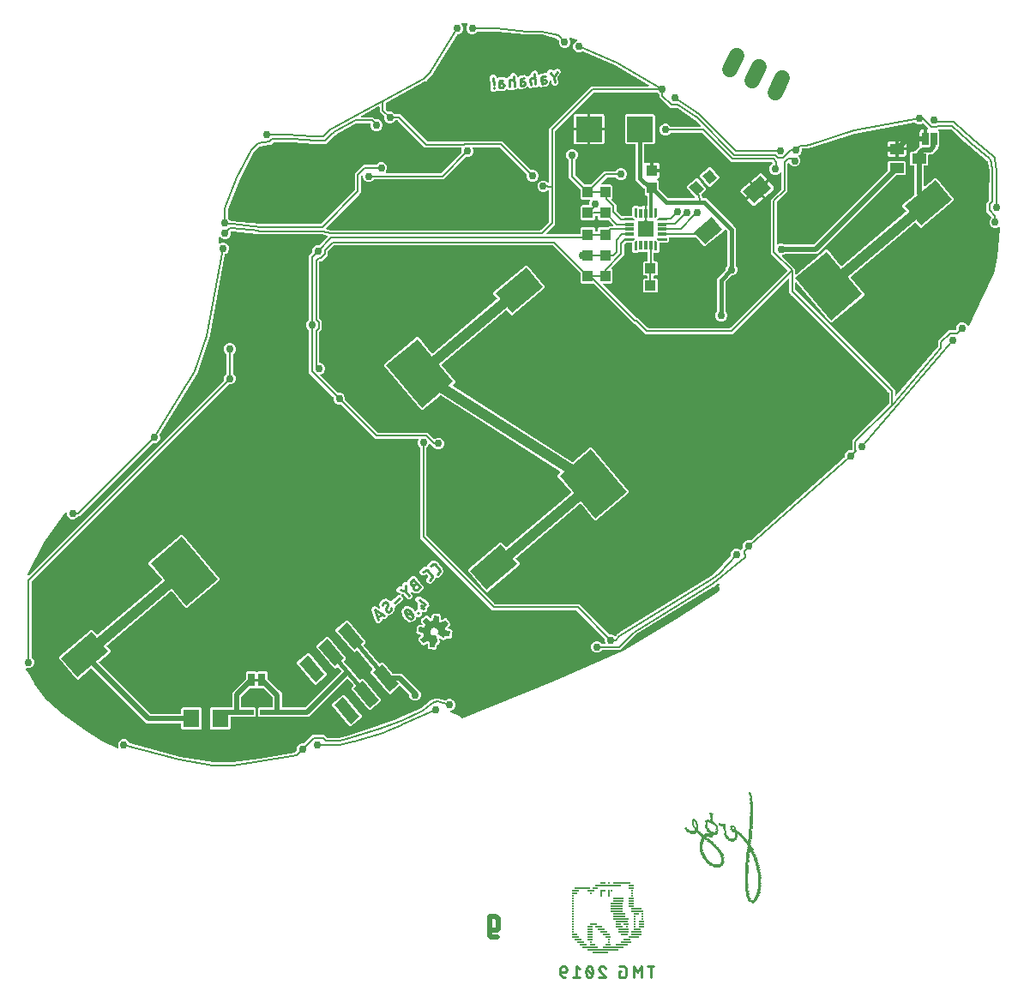
<source format=gbr>
G04 EAGLE Gerber RS-274X export*
G75*
%MOMM*%
%FSLAX34Y34*%
%LPD*%
%INBottom Copper*%
%IPPOS*%
%AMOC8*
5,1,8,0,0,1.08239X$1,22.5*%
G01*
%ADD10R,1.422400X0.101600*%
%ADD11R,2.641600X0.101600*%
%ADD12R,1.625600X0.101600*%
%ADD13R,0.101600X0.050800*%
%ADD14R,0.406400X0.050800*%
%ADD15R,0.508000X0.050800*%
%ADD16R,0.660400X0.050800*%
%ADD17R,0.762000X0.050800*%
%ADD18R,0.304800X0.050800*%
%ADD19R,0.355600X0.050800*%
%ADD20R,0.254000X0.050800*%
%ADD21R,0.914400X0.050800*%
%ADD22R,1.117600X0.050800*%
%ADD23R,1.270000X0.050800*%
%ADD24R,1.422400X0.050800*%
%ADD25R,0.558800X0.050800*%
%ADD26R,0.457200X0.050800*%
%ADD27R,0.609600X0.050800*%
%ADD28R,0.812800X0.050800*%
%ADD29R,0.965200X0.050800*%
%ADD30R,1.168400X0.050800*%
%ADD31R,1.320800X0.050800*%
%ADD32R,0.203200X0.050800*%
%ADD33R,0.050800X0.050800*%
%ADD34R,1.219200X0.050800*%
%ADD35R,0.152400X0.050800*%
%ADD36R,0.711200X0.050800*%
%ADD37C,0.508000*%
%ADD38C,0.279400*%
%ADD39R,1.524000X0.254000*%
%ADD40R,3.048000X0.254000*%
%ADD41R,2.032000X0.254000*%
%ADD42R,0.762000X0.254000*%
%ADD43R,0.508000X0.254000*%
%ADD44R,1.270000X0.254000*%
%ADD45R,0.254000X0.254000*%
%ADD46R,1.016000X0.254000*%
%ADD47R,0.254000X0.508000*%
%ADD48R,2.540000X0.254000*%
%ADD49R,1.778000X0.254000*%
%ADD50C,0.254000*%
%ADD51R,0.010000X0.010000*%
%ADD52R,0.950000X0.300000*%
%ADD53R,1.550000X1.550000*%
%ADD54R,0.300000X0.950000*%
%ADD55R,2.500000X4.000000*%
%ADD56R,5.500000X4.000000*%
%ADD57R,1.000000X1.100000*%
%ADD58R,1.100000X1.000000*%
%ADD59R,2.550000X2.500000*%
%ADD60R,2.300000X1.600000*%
%ADD61C,1.524000*%
%ADD62R,1.200000X2.500000*%
%ADD63R,1.400000X1.000000*%
%ADD64R,0.700000X0.500000*%
%ADD65R,0.635000X1.270000*%
%ADD66R,1.600000X1.803000*%
%ADD67C,0.203200*%
%ADD68C,0.406400*%
%ADD69C,0.756400*%
%ADD70C,0.304800*%
%ADD71C,1.016000*%
%ADD72C,0.203200*%

G36*
X225023Y256292D02*
X225023Y256292D01*
X225094Y256294D01*
X251700Y259922D01*
X251710Y259925D01*
X251726Y259926D01*
X286485Y265919D01*
X286510Y265927D01*
X286537Y265929D01*
X286626Y265967D01*
X286717Y265999D01*
X286738Y266015D01*
X286763Y266026D01*
X286894Y266131D01*
X288265Y267501D01*
X288318Y267575D01*
X288377Y267645D01*
X288389Y267675D01*
X288408Y267701D01*
X288435Y267788D01*
X288469Y267873D01*
X288474Y267914D01*
X288481Y267936D01*
X288480Y267968D01*
X288488Y268040D01*
X288488Y270384D01*
X289373Y272521D01*
X291009Y274157D01*
X293146Y275042D01*
X295490Y275042D01*
X295580Y275057D01*
X295671Y275064D01*
X295701Y275077D01*
X295733Y275082D01*
X295814Y275125D01*
X295898Y275160D01*
X295930Y275186D01*
X295950Y275197D01*
X295973Y275220D01*
X296028Y275265D01*
X302001Y281237D01*
X302001Y281238D01*
X304010Y283246D01*
X315425Y283246D01*
X318403Y280268D01*
X318477Y280215D01*
X318547Y280156D01*
X318577Y280144D01*
X318603Y280125D01*
X318690Y280098D01*
X318775Y280064D01*
X318816Y280059D01*
X318838Y280052D01*
X318870Y280053D01*
X318942Y280045D01*
X329962Y280045D01*
X329982Y280049D01*
X330002Y280046D01*
X330167Y280073D01*
X336695Y281901D01*
X336705Y281906D01*
X336721Y281909D01*
X369824Y292436D01*
X369837Y292443D01*
X369860Y292449D01*
X386250Y298595D01*
X386329Y298640D01*
X386412Y298679D01*
X386435Y298701D01*
X386463Y298717D01*
X386524Y298786D01*
X386590Y298848D01*
X386610Y298882D01*
X386627Y298892D01*
X386658Y298927D01*
X387842Y299306D01*
X387855Y299312D01*
X387877Y299318D01*
X391835Y300802D01*
X391850Y300811D01*
X391876Y300819D01*
X409381Y308573D01*
X409396Y308583D01*
X409516Y308650D01*
X410976Y309697D01*
X410984Y309705D01*
X410998Y309713D01*
X419392Y316201D01*
X419413Y316224D01*
X419464Y316265D01*
X419903Y316704D01*
X419927Y316737D01*
X419957Y316764D01*
X420045Y316901D01*
X420047Y316904D01*
X420047Y316905D01*
X420137Y317087D01*
X420491Y317207D01*
X420571Y317250D01*
X420654Y317285D01*
X420687Y317311D01*
X420708Y317322D01*
X420725Y317341D01*
X420727Y317342D01*
X420733Y317348D01*
X420785Y317390D01*
X421048Y317653D01*
X421684Y317653D01*
X421724Y317660D01*
X421764Y317658D01*
X421924Y317693D01*
X421927Y317693D01*
X421928Y317694D01*
X425806Y319006D01*
X425834Y319021D01*
X425927Y319059D01*
X426744Y319506D01*
X426801Y319489D01*
X426826Y319486D01*
X426850Y319476D01*
X426948Y319471D01*
X427045Y319459D01*
X427070Y319464D01*
X427096Y319463D01*
X427260Y319499D01*
X427316Y319518D01*
X428151Y319105D01*
X428181Y319096D01*
X428274Y319057D01*
X434997Y317083D01*
X435073Y317074D01*
X435148Y317055D01*
X435195Y317059D01*
X435242Y317053D01*
X435317Y317068D01*
X435393Y317074D01*
X435436Y317093D01*
X435483Y317102D01*
X435549Y317140D01*
X435619Y317170D01*
X435669Y317210D01*
X435695Y317225D01*
X435713Y317245D01*
X435750Y317275D01*
X436038Y317563D01*
X438175Y318448D01*
X440488Y318448D01*
X442625Y317563D01*
X444261Y315927D01*
X445146Y313790D01*
X445146Y311477D01*
X444261Y309340D01*
X442625Y307704D01*
X440594Y306862D01*
X440534Y306825D01*
X440469Y306797D01*
X440430Y306761D01*
X440385Y306733D01*
X440340Y306678D01*
X440287Y306631D01*
X440262Y306584D01*
X440228Y306543D01*
X440203Y306477D01*
X440168Y306415D01*
X440159Y306363D01*
X440140Y306314D01*
X440137Y306243D01*
X440124Y306174D01*
X440132Y306121D01*
X440129Y306068D01*
X440149Y306000D01*
X440159Y305930D01*
X440183Y305883D01*
X440198Y305832D01*
X440238Y305774D01*
X440270Y305711D01*
X440308Y305673D01*
X440338Y305630D01*
X440395Y305587D01*
X440445Y305538D01*
X440493Y305515D01*
X440535Y305483D01*
X440603Y305461D01*
X440666Y305430D01*
X440738Y305417D01*
X440769Y305407D01*
X440792Y305407D01*
X440831Y305400D01*
X441092Y305381D01*
X442664Y304595D01*
X442683Y304589D01*
X442713Y304573D01*
X444337Y303900D01*
X444533Y303704D01*
X444564Y303682D01*
X444590Y303653D01*
X444654Y303611D01*
X444673Y303595D01*
X444690Y303588D01*
X444731Y303562D01*
X444732Y303561D01*
X444733Y303561D01*
X446419Y302718D01*
X446456Y302706D01*
X446489Y302687D01*
X446652Y302645D01*
X446654Y302645D01*
X446926Y302606D01*
X448438Y301710D01*
X448457Y301703D01*
X448486Y301684D01*
X450058Y300898D01*
X450239Y300689D01*
X450269Y300664D01*
X450293Y300634D01*
X450427Y300533D01*
X450665Y300392D01*
X450977Y299976D01*
X450990Y299963D01*
X450999Y299948D01*
X451017Y299933D01*
X451034Y299908D01*
X451097Y299860D01*
X451154Y299805D01*
X451181Y299793D01*
X451186Y299788D01*
X451198Y299783D01*
X451230Y299759D01*
X451305Y299734D01*
X451377Y299700D01*
X451421Y299695D01*
X451463Y299681D01*
X451542Y299681D01*
X451621Y299672D01*
X451665Y299681D01*
X451709Y299681D01*
X451831Y299715D01*
X451846Y299718D01*
X451851Y299721D01*
X451862Y299723D01*
X451865Y299725D01*
X451871Y299726D01*
X541305Y335844D01*
X541312Y335848D01*
X541324Y335852D01*
X611174Y366332D01*
X611201Y366350D01*
X611264Y366379D01*
X665874Y399399D01*
X665882Y399406D01*
X665898Y399414D01*
X705014Y425083D01*
X705048Y425115D01*
X705087Y425138D01*
X705138Y425197D01*
X705195Y425250D01*
X705217Y425290D01*
X705247Y425325D01*
X705276Y425397D01*
X705313Y425465D01*
X705322Y425511D01*
X705339Y425553D01*
X705354Y425689D01*
X705357Y425707D01*
X705356Y425712D01*
X705357Y425720D01*
X705357Y429057D01*
X705355Y429068D01*
X705357Y429080D01*
X705333Y429246D01*
X705160Y429924D01*
X705350Y431253D01*
X705349Y431285D01*
X705357Y431360D01*
X705357Y431959D01*
X705352Y431994D01*
X705354Y432029D01*
X705332Y432115D01*
X705318Y432202D01*
X705301Y432233D01*
X705292Y432267D01*
X705244Y432341D01*
X705202Y432419D01*
X705177Y432444D01*
X705158Y432473D01*
X705088Y432528D01*
X705024Y432589D01*
X704992Y432604D01*
X704965Y432625D01*
X704881Y432655D01*
X704801Y432692D01*
X704766Y432696D01*
X704733Y432708D01*
X704645Y432710D01*
X704557Y432720D01*
X704522Y432712D01*
X704487Y432713D01*
X704403Y432686D01*
X704316Y432667D01*
X704286Y432649D01*
X704253Y432639D01*
X704112Y432547D01*
X701633Y430506D01*
X701608Y430476D01*
X701576Y430454D01*
X701527Y430384D01*
X701471Y430321D01*
X701456Y430285D01*
X701434Y430253D01*
X701382Y430110D01*
X700529Y429587D01*
X700505Y429566D01*
X700443Y429526D01*
X699670Y428889D01*
X699648Y428887D01*
X699610Y428893D01*
X699526Y428879D01*
X699441Y428874D01*
X699405Y428859D01*
X699367Y428853D01*
X699215Y428781D01*
X623033Y382058D01*
X623029Y382054D01*
X623023Y382052D01*
X622892Y381947D01*
X622230Y381285D01*
X622159Y381254D01*
X622127Y381229D01*
X622106Y381218D01*
X622084Y381194D01*
X622028Y381150D01*
X607808Y366929D01*
X593928Y366929D01*
X593924Y366933D01*
X593894Y366945D01*
X593868Y366964D01*
X593781Y366990D01*
X593696Y367025D01*
X593655Y367029D01*
X593633Y367036D01*
X593600Y367035D01*
X593529Y367043D01*
X590128Y367043D01*
X590038Y367028D01*
X589947Y367021D01*
X589917Y367009D01*
X589885Y367003D01*
X589804Y366961D01*
X589720Y366925D01*
X589688Y366899D01*
X589668Y366888D01*
X589645Y366865D01*
X589589Y366820D01*
X587932Y365162D01*
X585794Y364277D01*
X583481Y364277D01*
X581344Y365162D01*
X579708Y366798D01*
X578823Y368935D01*
X578823Y371248D01*
X579708Y373386D01*
X581344Y375021D01*
X583481Y375907D01*
X585794Y375907D01*
X587932Y375021D01*
X589589Y373363D01*
X589663Y373310D01*
X589733Y373251D01*
X589763Y373239D01*
X589789Y373220D01*
X589876Y373193D01*
X589961Y373159D01*
X590002Y373154D01*
X590024Y373148D01*
X590056Y373148D01*
X590128Y373141D01*
X592136Y373141D01*
X592182Y373148D01*
X592227Y373146D01*
X592302Y373168D01*
X592379Y373180D01*
X592420Y373202D01*
X592464Y373215D01*
X592528Y373259D01*
X592596Y373295D01*
X592628Y373329D01*
X592666Y373355D01*
X592712Y373417D01*
X592766Y373474D01*
X592785Y373515D01*
X592813Y373552D01*
X592837Y373626D01*
X592869Y373697D01*
X592874Y373742D01*
X592889Y373786D01*
X592888Y373864D01*
X592897Y373941D01*
X592887Y373986D01*
X592886Y374032D01*
X592848Y374163D01*
X592844Y374182D01*
X592842Y374186D01*
X592840Y374193D01*
X592235Y375652D01*
X592235Y377996D01*
X592221Y378086D01*
X592214Y378177D01*
X592201Y378207D01*
X592196Y378239D01*
X592153Y378319D01*
X592117Y378403D01*
X592092Y378435D01*
X592081Y378456D01*
X592057Y378478D01*
X592012Y378534D01*
X564697Y405850D01*
X564623Y405903D01*
X564553Y405963D01*
X564523Y405975D01*
X564497Y405994D01*
X564410Y406020D01*
X564325Y406055D01*
X564284Y406059D01*
X564262Y406066D01*
X564230Y406065D01*
X564158Y406073D01*
X481775Y406073D01*
X410284Y477565D01*
X410284Y566178D01*
X410269Y566268D01*
X410262Y566359D01*
X410249Y566389D01*
X410244Y566421D01*
X410201Y566501D01*
X410166Y566585D01*
X410140Y566617D01*
X410129Y566638D01*
X410105Y566660D01*
X410061Y566716D01*
X408403Y568374D01*
X407518Y570511D01*
X407518Y572824D01*
X408169Y574397D01*
X408179Y574441D01*
X408199Y574483D01*
X408207Y574560D01*
X408225Y574636D01*
X408221Y574682D01*
X408226Y574727D01*
X408209Y574803D01*
X408202Y574881D01*
X408183Y574923D01*
X408174Y574968D01*
X408134Y575035D01*
X408102Y575106D01*
X408071Y575139D01*
X408047Y575179D01*
X407988Y575229D01*
X407936Y575287D01*
X407895Y575309D01*
X407860Y575339D01*
X407788Y575368D01*
X407720Y575405D01*
X407675Y575413D01*
X407632Y575431D01*
X407496Y575446D01*
X407478Y575449D01*
X407473Y575448D01*
X407466Y575449D01*
X365646Y575449D01*
X332050Y609044D01*
X331976Y609098D01*
X331907Y609157D01*
X331877Y609169D01*
X331851Y609188D01*
X331764Y609215D01*
X331679Y609249D01*
X331638Y609253D01*
X331616Y609260D01*
X331583Y609259D01*
X331512Y609267D01*
X329168Y609267D01*
X327030Y610153D01*
X325395Y611788D01*
X324510Y613925D01*
X324510Y616270D01*
X324495Y616360D01*
X324488Y616451D01*
X324475Y616481D01*
X324470Y616513D01*
X324427Y616593D01*
X324391Y616677D01*
X324366Y616709D01*
X324355Y616730D01*
X324331Y616752D01*
X324287Y616808D01*
X300353Y640742D01*
X300353Y682256D01*
X300338Y682346D01*
X300331Y682437D01*
X300318Y682467D01*
X300313Y682499D01*
X300270Y682580D01*
X300234Y682664D01*
X300209Y682696D01*
X300198Y682717D01*
X300174Y682739D01*
X300130Y682795D01*
X298472Y684452D01*
X297587Y686590D01*
X297587Y688903D01*
X298472Y691040D01*
X300130Y692698D01*
X300183Y692772D01*
X300220Y692815D01*
X300221Y692816D01*
X300242Y692841D01*
X300254Y692871D01*
X300273Y692898D01*
X300300Y692985D01*
X300306Y692999D01*
X300324Y693039D01*
X300325Y693048D01*
X300334Y693069D01*
X300339Y693110D01*
X300346Y693133D01*
X300345Y693165D01*
X300353Y693236D01*
X300353Y756462D01*
X303052Y759161D01*
X303105Y759235D01*
X303164Y759304D01*
X303177Y759335D01*
X303195Y759361D01*
X303222Y759448D01*
X303256Y759533D01*
X303261Y759573D01*
X303268Y759596D01*
X303267Y759628D01*
X303275Y759699D01*
X303275Y762044D01*
X304160Y764181D01*
X305796Y765817D01*
X307933Y766702D01*
X310277Y766702D01*
X310367Y766717D01*
X310458Y766724D01*
X310488Y766736D01*
X310520Y766742D01*
X310601Y766784D01*
X310685Y766820D01*
X310717Y766846D01*
X310738Y766857D01*
X310760Y766880D01*
X310816Y766925D01*
X318806Y774915D01*
X318861Y774992D01*
X318922Y775065D01*
X318933Y775092D01*
X318950Y775115D01*
X318977Y775205D01*
X319012Y775294D01*
X319013Y775322D01*
X319022Y775350D01*
X319019Y775445D01*
X319024Y775539D01*
X319016Y775567D01*
X319016Y775596D01*
X318983Y775685D01*
X318957Y775776D01*
X318941Y775800D01*
X318931Y775827D01*
X318872Y775901D01*
X318818Y775979D01*
X318795Y775996D01*
X318777Y776019D01*
X318698Y776070D01*
X318622Y776127D01*
X318588Y776140D01*
X318570Y776152D01*
X318539Y776160D01*
X318466Y776188D01*
X313130Y777626D01*
X313114Y777627D01*
X313099Y777634D01*
X312932Y777652D01*
X255530Y777652D01*
X255478Y777644D01*
X255425Y777645D01*
X255358Y777624D01*
X255287Y777612D01*
X255241Y777588D01*
X255190Y777572D01*
X255095Y777510D01*
X255070Y777497D01*
X255063Y777490D01*
X255050Y777481D01*
X254936Y777389D01*
X254707Y777412D01*
X252405Y777648D01*
X252378Y777646D01*
X252328Y777652D01*
X249784Y777652D01*
X249680Y777755D01*
X249638Y777786D01*
X249601Y777824D01*
X249538Y777857D01*
X249481Y777899D01*
X249430Y777914D01*
X249384Y777939D01*
X249273Y777963D01*
X249246Y777971D01*
X249235Y777971D01*
X249220Y777974D01*
X224861Y780469D01*
X224779Y780464D01*
X224697Y780468D01*
X224657Y780457D01*
X224616Y780454D01*
X224576Y780438D01*
X224294Y780474D01*
X224227Y780471D01*
X224159Y780479D01*
X224105Y780467D01*
X224048Y780465D01*
X223985Y780441D01*
X223919Y780427D01*
X223871Y780398D01*
X223818Y780378D01*
X223766Y780335D01*
X223708Y780300D01*
X223671Y780258D01*
X223628Y780222D01*
X223592Y780165D01*
X223548Y780113D01*
X223527Y780061D01*
X223497Y780014D01*
X223481Y779948D01*
X223456Y779885D01*
X223447Y779807D01*
X223440Y779775D01*
X223441Y779754D01*
X223438Y779719D01*
X223438Y777286D01*
X222552Y775149D01*
X220917Y773513D01*
X218779Y772628D01*
X216466Y772628D01*
X214329Y773513D01*
X212944Y774898D01*
X212928Y774910D01*
X212915Y774926D01*
X212828Y774982D01*
X212744Y775042D01*
X212725Y775048D01*
X212708Y775059D01*
X212607Y775084D01*
X212509Y775114D01*
X212489Y775114D01*
X212469Y775119D01*
X212366Y775111D01*
X212263Y775108D01*
X212244Y775101D01*
X212224Y775099D01*
X212129Y775059D01*
X212032Y775023D01*
X212016Y775011D01*
X211998Y775003D01*
X211921Y774934D01*
X211840Y774870D01*
X211829Y774853D01*
X211814Y774839D01*
X211763Y774750D01*
X211707Y774663D01*
X211702Y774643D01*
X211692Y774626D01*
X211651Y774463D01*
X211518Y773484D01*
X211518Y773471D01*
X211514Y773450D01*
X211132Y769251D01*
X211138Y769171D01*
X211135Y769091D01*
X211147Y769050D01*
X211150Y769006D01*
X211181Y768932D01*
X211203Y768855D01*
X211228Y768819D01*
X211245Y768779D01*
X211298Y768719D01*
X211344Y768653D01*
X211379Y768627D01*
X211407Y768594D01*
X211477Y768554D01*
X211541Y768506D01*
X211582Y768493D01*
X211620Y768471D01*
X211699Y768455D01*
X211775Y768430D01*
X211818Y768431D01*
X211861Y768422D01*
X211941Y768432D01*
X212021Y768433D01*
X212076Y768449D01*
X212105Y768452D01*
X212130Y768464D01*
X212182Y768479D01*
X214405Y769400D01*
X216718Y769400D01*
X218855Y768515D01*
X220491Y766879D01*
X221376Y764742D01*
X221376Y762429D01*
X220491Y760291D01*
X218855Y758656D01*
X218031Y758314D01*
X217991Y758289D01*
X217946Y758273D01*
X217887Y758225D01*
X217822Y758185D01*
X217792Y758148D01*
X217755Y758119D01*
X217714Y758054D01*
X217665Y757995D01*
X217648Y757951D01*
X217623Y757911D01*
X217584Y757785D01*
X217577Y757766D01*
X217577Y757760D01*
X217574Y757751D01*
X202622Y677609D01*
X202621Y677570D01*
X202611Y677531D01*
X202618Y677447D01*
X202616Y677363D01*
X202628Y677325D01*
X202631Y677286D01*
X202683Y677147D01*
X202365Y676195D01*
X202360Y676163D01*
X202339Y676093D01*
X202155Y675105D01*
X202141Y675092D01*
X202107Y675072D01*
X202053Y675007D01*
X201992Y674949D01*
X201973Y674914D01*
X201948Y674884D01*
X201878Y674732D01*
X191194Y642681D01*
X191193Y642678D01*
X191192Y642675D01*
X191174Y642555D01*
X191155Y642438D01*
X191155Y642435D01*
X191155Y642432D01*
X191175Y642266D01*
X191217Y642088D01*
X190786Y641393D01*
X190785Y641389D01*
X190782Y641385D01*
X190711Y641233D01*
X190453Y640458D01*
X190290Y640376D01*
X190287Y640375D01*
X190285Y640374D01*
X190189Y640303D01*
X190090Y640232D01*
X190089Y640230D01*
X190086Y640228D01*
X189983Y640096D01*
X184619Y631438D01*
X184583Y631352D01*
X184541Y631270D01*
X184537Y631239D01*
X184525Y631210D01*
X184522Y631177D01*
X184039Y630391D01*
X184037Y630388D01*
X184035Y630385D01*
X183965Y630233D01*
X183705Y629452D01*
X183547Y629373D01*
X183544Y629371D01*
X183540Y629369D01*
X183444Y629299D01*
X183348Y629229D01*
X183345Y629226D01*
X183342Y629223D01*
X183239Y629091D01*
X152890Y579752D01*
X152879Y579726D01*
X152862Y579703D01*
X152832Y579613D01*
X152796Y579525D01*
X152794Y579496D01*
X152786Y579469D01*
X152787Y579374D01*
X152780Y579279D01*
X152788Y579252D01*
X152788Y579223D01*
X152835Y579062D01*
X153299Y577941D01*
X153299Y575628D01*
X152414Y573490D01*
X150778Y571855D01*
X148641Y570969D01*
X146297Y570969D01*
X146207Y570955D01*
X146116Y570948D01*
X146086Y570935D01*
X146054Y570930D01*
X145973Y570887D01*
X145889Y570851D01*
X145857Y570826D01*
X145837Y570815D01*
X145814Y570791D01*
X145758Y570746D01*
X74009Y498997D01*
X72558Y498997D01*
X72468Y498983D01*
X72377Y498975D01*
X72347Y498963D01*
X72315Y498958D01*
X72234Y498915D01*
X72150Y498879D01*
X72118Y498853D01*
X72097Y498842D01*
X72075Y498819D01*
X72019Y498774D01*
X70362Y497117D01*
X68224Y496231D01*
X65911Y496231D01*
X63774Y497117D01*
X62138Y498752D01*
X61253Y500889D01*
X61253Y502241D01*
X61251Y502250D01*
X61253Y502260D01*
X61232Y502371D01*
X61213Y502483D01*
X61209Y502492D01*
X61207Y502501D01*
X61151Y502601D01*
X61098Y502701D01*
X61091Y502707D01*
X61087Y502716D01*
X61002Y502792D01*
X60920Y502870D01*
X60911Y502874D01*
X60904Y502881D01*
X60800Y502926D01*
X60697Y502974D01*
X60687Y502975D01*
X60678Y502979D01*
X60565Y502988D01*
X60452Y503001D01*
X60443Y502999D01*
X60433Y503000D01*
X60323Y502973D01*
X60212Y502949D01*
X60204Y502944D01*
X60194Y502941D01*
X60098Y502880D01*
X60001Y502822D01*
X59995Y502815D01*
X59986Y502810D01*
X59874Y502685D01*
X38568Y473094D01*
X38554Y473065D01*
X38511Y473001D01*
X23098Y443360D01*
X23093Y443346D01*
X23084Y443333D01*
X23030Y443174D01*
X22716Y441763D01*
X22715Y441731D01*
X22705Y441701D01*
X22708Y441609D01*
X22703Y441517D01*
X22711Y441487D01*
X22712Y441455D01*
X22743Y441369D01*
X22768Y441280D01*
X22785Y441254D01*
X22796Y441224D01*
X22854Y441152D01*
X22905Y441076D01*
X22930Y441057D01*
X22950Y441032D01*
X23027Y440982D01*
X23100Y440927D01*
X23130Y440916D01*
X23157Y440899D01*
X23246Y440877D01*
X23333Y440847D01*
X23365Y440847D01*
X23395Y440839D01*
X23487Y440846D01*
X23579Y440846D01*
X23609Y440856D01*
X23641Y440858D01*
X23725Y440894D01*
X23813Y440923D01*
X23838Y440942D01*
X23867Y440955D01*
X23998Y441059D01*
X216212Y633274D01*
X216265Y633348D01*
X216325Y633417D01*
X216337Y633447D01*
X216356Y633474D01*
X216383Y633561D01*
X216417Y633645D01*
X216421Y633686D01*
X216428Y633709D01*
X216427Y633741D01*
X216435Y633812D01*
X216435Y636157D01*
X217321Y638294D01*
X218978Y639952D01*
X219031Y640026D01*
X219091Y640095D01*
X219103Y640125D01*
X219122Y640151D01*
X219149Y640238D01*
X219183Y640323D01*
X219187Y640364D01*
X219194Y640386D01*
X219193Y640419D01*
X219201Y640490D01*
X219201Y658604D01*
X219187Y658694D01*
X219179Y658785D01*
X219167Y658814D01*
X219162Y658846D01*
X219119Y658927D01*
X219083Y659011D01*
X219057Y659043D01*
X219046Y659064D01*
X219023Y659086D01*
X218978Y659142D01*
X217321Y660800D01*
X216435Y662937D01*
X216435Y665250D01*
X217321Y667387D01*
X218956Y669023D01*
X221093Y669908D01*
X223407Y669908D01*
X225544Y669023D01*
X227179Y667387D01*
X228065Y665250D01*
X228065Y662937D01*
X227179Y660800D01*
X225522Y659142D01*
X225469Y659068D01*
X225409Y658999D01*
X225397Y658968D01*
X225378Y658942D01*
X225351Y658855D01*
X225317Y658770D01*
X225313Y658729D01*
X225306Y658707D01*
X225307Y658675D01*
X225299Y658604D01*
X225299Y640490D01*
X225313Y640400D01*
X225321Y640309D01*
X225333Y640279D01*
X225338Y640247D01*
X225381Y640166D01*
X225417Y640083D01*
X225443Y640050D01*
X225454Y640030D01*
X225477Y640008D01*
X225522Y639952D01*
X227179Y638294D01*
X228065Y636157D01*
X228065Y633843D01*
X227179Y631706D01*
X225544Y630071D01*
X223407Y629185D01*
X221062Y629185D01*
X220972Y629171D01*
X220881Y629163D01*
X220851Y629151D01*
X220819Y629146D01*
X220739Y629103D01*
X220655Y629067D01*
X220623Y629041D01*
X220602Y629030D01*
X220580Y629007D01*
X220524Y628962D01*
X26515Y434954D01*
X26473Y434895D01*
X26428Y434847D01*
X26420Y434831D01*
X26403Y434810D01*
X26391Y434780D01*
X26372Y434754D01*
X26347Y434672D01*
X26324Y434624D01*
X26323Y434612D01*
X26311Y434582D01*
X26306Y434541D01*
X26299Y434519D01*
X26300Y434487D01*
X26292Y434415D01*
X26292Y360277D01*
X26307Y360187D01*
X26314Y360096D01*
X26327Y360066D01*
X26332Y360034D01*
X26375Y359954D01*
X26410Y359870D01*
X26436Y359838D01*
X26447Y359817D01*
X26470Y359795D01*
X26515Y359739D01*
X28173Y358081D01*
X29058Y355944D01*
X29058Y353631D01*
X28173Y351493D01*
X26537Y349858D01*
X24400Y348972D01*
X22074Y348972D01*
X22007Y348988D01*
X21913Y349017D01*
X21888Y349016D01*
X21864Y349022D01*
X21765Y349013D01*
X21667Y349010D01*
X21644Y349001D01*
X21619Y348999D01*
X21529Y348959D01*
X21437Y348925D01*
X21417Y348909D01*
X21394Y348899D01*
X21321Y348832D01*
X21245Y348770D01*
X21232Y348749D01*
X21213Y348732D01*
X21166Y348646D01*
X21113Y348563D01*
X21107Y348539D01*
X21094Y348517D01*
X21077Y348420D01*
X21053Y348324D01*
X21055Y348299D01*
X21051Y348275D01*
X21065Y348177D01*
X21073Y348079D01*
X21084Y348050D01*
X21087Y348031D01*
X21102Y348002D01*
X21131Y347922D01*
X22269Y345646D01*
X22281Y345629D01*
X22297Y345595D01*
X29408Y333742D01*
X29425Y333723D01*
X29447Y333684D01*
X42280Y316185D01*
X42284Y316181D01*
X42287Y316176D01*
X42402Y316054D01*
X57465Y303309D01*
X57485Y303297D01*
X57517Y303268D01*
X78482Y288469D01*
X78494Y288464D01*
X78510Y288451D01*
X95547Y277498D01*
X95573Y277487D01*
X95618Y277458D01*
X111527Y269503D01*
X111621Y269474D01*
X111713Y269439D01*
X111738Y269438D01*
X111762Y269430D01*
X111860Y269433D01*
X111959Y269429D01*
X111983Y269436D01*
X112008Y269436D01*
X112100Y269470D01*
X112195Y269497D01*
X112215Y269511D01*
X112239Y269520D01*
X112316Y269581D01*
X112397Y269637D01*
X112412Y269658D01*
X112431Y269673D01*
X112485Y269756D01*
X112544Y269835D01*
X112551Y269859D01*
X112565Y269880D01*
X112589Y269975D01*
X112620Y270069D01*
X112620Y270094D01*
X112626Y270118D01*
X112618Y270216D01*
X112617Y270315D01*
X112609Y270345D01*
X112607Y270363D01*
X112595Y270394D01*
X112571Y270476D01*
X111892Y272115D01*
X111892Y274428D01*
X112777Y276566D01*
X114413Y278201D01*
X116550Y279086D01*
X118863Y279086D01*
X121000Y278201D01*
X122636Y276566D01*
X123183Y275244D01*
X123192Y275230D01*
X123196Y275215D01*
X123256Y275126D01*
X123313Y275035D01*
X123325Y275025D01*
X123334Y275011D01*
X123419Y274947D01*
X123502Y274878D01*
X123517Y274872D01*
X123530Y274863D01*
X123686Y274801D01*
X172893Y261381D01*
X172922Y261378D01*
X172977Y261363D01*
X205916Y256296D01*
X205949Y256296D01*
X206031Y256287D01*
X224991Y256287D01*
X225023Y256292D01*
G37*
G36*
X602606Y380841D02*
X602606Y380841D01*
X602709Y380844D01*
X602728Y380850D01*
X602748Y380852D01*
X602843Y380892D01*
X602940Y380928D01*
X602956Y380941D01*
X602974Y380948D01*
X603105Y381053D01*
X603909Y381857D01*
X603910Y381858D01*
X603911Y381859D01*
X603983Y381961D01*
X604052Y382056D01*
X604053Y382058D01*
X604054Y382060D01*
X604111Y382218D01*
X604154Y382400D01*
X604847Y382825D01*
X604851Y382828D01*
X604856Y382831D01*
X604987Y382935D01*
X605562Y383510D01*
X605750Y383510D01*
X605751Y383510D01*
X605753Y383510D01*
X605876Y383531D01*
X605992Y383550D01*
X605994Y383551D01*
X605996Y383551D01*
X606148Y383622D01*
X609329Y385573D01*
X609330Y385574D01*
X609332Y385575D01*
X697162Y439996D01*
X697186Y440017D01*
X697245Y440055D01*
X703264Y445012D01*
X703285Y445037D01*
X703341Y445085D01*
X716288Y459166D01*
X716344Y459250D01*
X716404Y459332D01*
X716411Y459353D01*
X716423Y459372D01*
X716449Y459469D01*
X716480Y459566D01*
X716480Y459588D01*
X716486Y459610D01*
X716479Y459710D01*
X716478Y459811D01*
X716470Y459838D01*
X716469Y459855D01*
X716457Y459885D01*
X716431Y459973D01*
X716428Y459981D01*
X716428Y462294D01*
X717313Y464431D01*
X718949Y466067D01*
X721086Y466952D01*
X723399Y466952D01*
X725536Y466067D01*
X725793Y465810D01*
X725809Y465799D01*
X725822Y465783D01*
X725909Y465727D01*
X725993Y465667D01*
X726012Y465661D01*
X726028Y465650D01*
X726129Y465625D01*
X726228Y465594D01*
X726248Y465595D01*
X726267Y465590D01*
X726370Y465598D01*
X726474Y465601D01*
X726492Y465608D01*
X726512Y465609D01*
X726607Y465650D01*
X726705Y465685D01*
X726720Y465698D01*
X726739Y465706D01*
X726870Y465810D01*
X727610Y466550D01*
X727611Y466553D01*
X727613Y466554D01*
X727717Y466686D01*
X728155Y467387D01*
X728323Y467426D01*
X728327Y467428D01*
X728332Y467429D01*
X728439Y467474D01*
X728550Y467520D01*
X728554Y467523D01*
X728558Y467525D01*
X728689Y467630D01*
X728728Y467668D01*
X728781Y467742D01*
X728840Y467812D01*
X728852Y467842D01*
X728871Y467868D01*
X728898Y467955D01*
X728932Y468040D01*
X728937Y468081D01*
X728944Y468103D01*
X728943Y468135D01*
X728951Y468207D01*
X728951Y470551D01*
X729836Y472688D01*
X731472Y474324D01*
X733609Y475209D01*
X735922Y475209D01*
X736029Y475165D01*
X736121Y475143D01*
X736211Y475115D01*
X736240Y475115D01*
X736269Y475109D01*
X736363Y475118D01*
X736457Y475119D01*
X736485Y475129D01*
X736514Y475132D01*
X736600Y475170D01*
X736689Y475202D01*
X736719Y475223D01*
X736738Y475232D01*
X736762Y475254D01*
X736826Y475299D01*
X828862Y556962D01*
X828933Y557051D01*
X829007Y557137D01*
X829011Y557146D01*
X829017Y557153D01*
X829057Y557259D01*
X829099Y557365D01*
X829101Y557377D01*
X829103Y557384D01*
X829104Y557408D01*
X829118Y557532D01*
X829118Y559430D01*
X830003Y561567D01*
X831639Y563203D01*
X833776Y564088D01*
X836032Y564088D01*
X836051Y564091D01*
X836071Y564089D01*
X836172Y564111D01*
X836274Y564128D01*
X836292Y564137D01*
X836311Y564141D01*
X836400Y564194D01*
X836492Y564243D01*
X836505Y564257D01*
X836522Y564267D01*
X836590Y564346D01*
X836661Y564421D01*
X836669Y564439D01*
X836682Y564454D01*
X836721Y564550D01*
X836765Y564644D01*
X836767Y564664D01*
X836774Y564682D01*
X836793Y564849D01*
X836793Y573738D01*
X872857Y609802D01*
X872911Y609876D01*
X872970Y609946D01*
X872982Y609976D01*
X873001Y610002D01*
X873028Y610089D01*
X873062Y610174D01*
X873066Y610215D01*
X873073Y610237D01*
X873072Y610269D01*
X873080Y610341D01*
X873080Y620893D01*
X873066Y620983D01*
X873059Y621074D01*
X873046Y621103D01*
X873041Y621135D01*
X872998Y621216D01*
X872962Y621300D01*
X872937Y621332D01*
X872926Y621353D01*
X872902Y621375D01*
X872857Y621431D01*
X871250Y623038D01*
X871248Y623070D01*
X871235Y623100D01*
X871230Y623132D01*
X871187Y623212D01*
X871152Y623296D01*
X871126Y623328D01*
X871115Y623349D01*
X871092Y623371D01*
X871047Y623427D01*
X776408Y718066D01*
X774399Y720075D01*
X774399Y732690D01*
X774388Y732761D01*
X774386Y732833D01*
X774368Y732882D01*
X774360Y732933D01*
X774326Y732996D01*
X774302Y733064D01*
X774269Y733104D01*
X774245Y733150D01*
X774193Y733200D01*
X774148Y733256D01*
X774104Y733284D01*
X774066Y733320D01*
X774001Y733350D01*
X773941Y733389D01*
X773890Y733401D01*
X773843Y733423D01*
X773772Y733431D01*
X773702Y733449D01*
X773651Y733445D01*
X773599Y733450D01*
X773529Y733435D01*
X773457Y733430D01*
X773409Y733409D01*
X773358Y733398D01*
X773297Y733361D01*
X773231Y733333D01*
X773175Y733288D01*
X773147Y733272D01*
X773132Y733254D01*
X773100Y733228D01*
X718813Y678941D01*
X632467Y678941D01*
X622530Y688878D01*
X622456Y688931D01*
X622387Y688991D01*
X622357Y689003D01*
X622330Y689022D01*
X622243Y689049D01*
X622159Y689083D01*
X622118Y689087D01*
X622095Y689094D01*
X622063Y689093D01*
X621992Y689101D01*
X621037Y689101D01*
X619028Y691110D01*
X581294Y728844D01*
X581220Y728897D01*
X581151Y728957D01*
X581121Y728969D01*
X581094Y728988D01*
X581007Y729015D01*
X580923Y729049D01*
X580882Y729053D01*
X580859Y729060D01*
X580827Y729059D01*
X580756Y729067D01*
X569858Y729067D01*
X568667Y730258D01*
X568667Y738616D01*
X568653Y738706D01*
X568645Y738797D01*
X568633Y738827D01*
X568628Y738859D01*
X568585Y738939D01*
X568549Y739023D01*
X568523Y739055D01*
X568512Y739076D01*
X568489Y739098D01*
X568444Y739154D01*
X541250Y766348D01*
X541176Y766401D01*
X541107Y766461D01*
X541077Y766473D01*
X541050Y766492D01*
X540963Y766519D01*
X540879Y766553D01*
X540838Y766557D01*
X540815Y766564D01*
X540783Y766563D01*
X540712Y766571D01*
X325148Y766571D01*
X325058Y766557D01*
X324967Y766549D01*
X324937Y766537D01*
X324905Y766532D01*
X324825Y766489D01*
X324741Y766453D01*
X324709Y766427D01*
X324688Y766416D01*
X324666Y766393D01*
X324610Y766348D01*
X319191Y760930D01*
X319138Y760856D01*
X319079Y760786D01*
X319067Y760756D01*
X319048Y760730D01*
X319021Y760643D01*
X318987Y760558D01*
X318982Y760517D01*
X318975Y760495D01*
X318976Y760463D01*
X318968Y760392D01*
X318968Y756795D01*
X313182Y751008D01*
X311769Y751008D01*
X311679Y750994D01*
X311588Y750986D01*
X311558Y750974D01*
X311526Y750969D01*
X311445Y750926D01*
X311361Y750890D01*
X311329Y750864D01*
X311308Y750854D01*
X311286Y750830D01*
X311230Y750785D01*
X310737Y750292D01*
X310684Y750218D01*
X310625Y750149D01*
X310612Y750119D01*
X310594Y750092D01*
X310567Y750005D01*
X310533Y749921D01*
X310528Y749880D01*
X310521Y749857D01*
X310522Y749825D01*
X310514Y749754D01*
X310514Y694920D01*
X310529Y694830D01*
X310536Y694739D01*
X310549Y694709D01*
X310554Y694677D01*
X310597Y694596D01*
X310632Y694512D01*
X310658Y694480D01*
X310669Y694459D01*
X310692Y694437D01*
X310737Y694381D01*
X313280Y691838D01*
X313280Y683654D01*
X310737Y681111D01*
X310684Y681037D01*
X310624Y680968D01*
X310612Y680938D01*
X310593Y680911D01*
X310567Y680825D01*
X310533Y680740D01*
X310528Y680699D01*
X310521Y680676D01*
X310522Y680644D01*
X310514Y680573D01*
X310514Y651410D01*
X310517Y651390D01*
X310515Y651371D01*
X310537Y651269D01*
X310554Y651167D01*
X310563Y651150D01*
X310567Y651130D01*
X310621Y651041D01*
X310669Y650950D01*
X310683Y650936D01*
X310694Y650919D01*
X310772Y650852D01*
X310847Y650781D01*
X310865Y650772D01*
X310880Y650759D01*
X310977Y650721D01*
X311070Y650677D01*
X311090Y650675D01*
X311109Y650667D01*
X311275Y650649D01*
X311388Y650649D01*
X313525Y649764D01*
X315161Y648128D01*
X316046Y645991D01*
X316046Y643678D01*
X315161Y641540D01*
X313525Y639905D01*
X311953Y639254D01*
X311914Y639229D01*
X311871Y639214D01*
X311810Y639165D01*
X311744Y639124D01*
X311715Y639088D01*
X311679Y639060D01*
X311637Y638994D01*
X311587Y638934D01*
X311571Y638892D01*
X311546Y638853D01*
X311527Y638777D01*
X311499Y638705D01*
X311497Y638659D01*
X311486Y638614D01*
X311492Y638537D01*
X311489Y638459D01*
X311501Y638415D01*
X311505Y638369D01*
X311535Y638298D01*
X311557Y638223D01*
X311583Y638185D01*
X311601Y638143D01*
X311687Y638036D01*
X311697Y638021D01*
X311701Y638018D01*
X311706Y638012D01*
X328598Y621120D01*
X328672Y621067D01*
X328742Y621007D01*
X328772Y620995D01*
X328798Y620976D01*
X328885Y620949D01*
X328970Y620915D01*
X329011Y620911D01*
X329033Y620904D01*
X329065Y620905D01*
X329136Y620897D01*
X331481Y620897D01*
X333618Y620012D01*
X335254Y618376D01*
X336139Y616239D01*
X336139Y613894D01*
X336154Y613804D01*
X336161Y613713D01*
X336174Y613683D01*
X336179Y613652D01*
X336221Y613571D01*
X336257Y613487D01*
X336283Y613455D01*
X336294Y613434D01*
X336317Y613412D01*
X336362Y613356D01*
X367948Y581770D01*
X368022Y581716D01*
X368092Y581657D01*
X368122Y581645D01*
X368148Y581626D01*
X368235Y581599D01*
X368320Y581565D01*
X368361Y581560D01*
X368383Y581554D01*
X368415Y581554D01*
X368487Y581547D01*
X417424Y581547D01*
X423582Y575389D01*
X423598Y575377D01*
X423611Y575362D01*
X423698Y575306D01*
X423782Y575245D01*
X423801Y575239D01*
X423818Y575229D01*
X423918Y575203D01*
X424017Y575173D01*
X424037Y575173D01*
X424056Y575169D01*
X424159Y575177D01*
X424263Y575179D01*
X424282Y575186D01*
X424301Y575188D01*
X424396Y575228D01*
X424494Y575264D01*
X424509Y575276D01*
X424528Y575284D01*
X424659Y575389D01*
X425014Y575744D01*
X427151Y576629D01*
X429464Y576629D01*
X431601Y575744D01*
X433237Y574108D01*
X434122Y571971D01*
X434122Y569658D01*
X433237Y567521D01*
X431601Y565885D01*
X429464Y565000D01*
X427151Y565000D01*
X425014Y565885D01*
X423356Y567543D01*
X423282Y567596D01*
X423213Y567655D01*
X423182Y567667D01*
X423156Y567686D01*
X423069Y567713D01*
X422984Y567747D01*
X422943Y567752D01*
X422921Y567759D01*
X422889Y567758D01*
X422818Y567766D01*
X422582Y567766D01*
X420155Y570193D01*
X420117Y570220D01*
X420086Y570254D01*
X420018Y570291D01*
X419955Y570337D01*
X419911Y570350D01*
X419871Y570372D01*
X419794Y570386D01*
X419720Y570409D01*
X419674Y570408D01*
X419629Y570416D01*
X419552Y570405D01*
X419474Y570403D01*
X419431Y570387D01*
X419385Y570380D01*
X419316Y570345D01*
X419243Y570318D01*
X419207Y570290D01*
X419166Y570269D01*
X419112Y570213D01*
X419051Y570164D01*
X419026Y570126D01*
X418994Y570093D01*
X418928Y569973D01*
X418918Y569958D01*
X418917Y569953D01*
X418913Y569946D01*
X418262Y568374D01*
X416604Y566716D01*
X416551Y566642D01*
X416492Y566573D01*
X416479Y566543D01*
X416461Y566516D01*
X416434Y566429D01*
X416400Y566345D01*
X416395Y566304D01*
X416388Y566281D01*
X416389Y566249D01*
X416381Y566178D01*
X416381Y480406D01*
X416396Y480316D01*
X416403Y480225D01*
X416416Y480195D01*
X416421Y480163D01*
X416464Y480082D01*
X416499Y479998D01*
X416525Y479966D01*
X416536Y479946D01*
X416559Y479923D01*
X416604Y479867D01*
X484078Y412393D01*
X484152Y412340D01*
X484222Y412281D01*
X484252Y412269D01*
X484278Y412250D01*
X484365Y412223D01*
X484450Y412189D01*
X484491Y412184D01*
X484513Y412178D01*
X484545Y412178D01*
X484616Y412170D01*
X567000Y412170D01*
X596324Y382846D01*
X596398Y382793D01*
X596467Y382733D01*
X596498Y382721D01*
X596524Y382702D01*
X596611Y382676D01*
X596696Y382641D01*
X596737Y382637D01*
X596759Y382630D01*
X596791Y382631D01*
X596862Y382623D01*
X599207Y382623D01*
X601344Y381738D01*
X602029Y381053D01*
X602045Y381042D01*
X602057Y381026D01*
X602145Y380970D01*
X602228Y380910D01*
X602247Y380904D01*
X602264Y380893D01*
X602365Y380868D01*
X602463Y380837D01*
X602483Y380838D01*
X602503Y380833D01*
X602606Y380841D01*
G37*
G36*
X528774Y781492D02*
X528774Y781492D01*
X528864Y781506D01*
X528955Y781513D01*
X528985Y781526D01*
X529017Y781531D01*
X529097Y781574D01*
X529181Y781610D01*
X529213Y781635D01*
X529234Y781646D01*
X529256Y781670D01*
X529312Y781715D01*
X537215Y789617D01*
X537268Y789691D01*
X537327Y789760D01*
X537339Y789791D01*
X537358Y789817D01*
X537385Y789904D01*
X537419Y789989D01*
X537424Y790029D01*
X537430Y790052D01*
X537430Y790084D01*
X537437Y790155D01*
X537437Y820544D01*
X537426Y820615D01*
X537424Y820686D01*
X537406Y820735D01*
X537398Y820787D01*
X537364Y820850D01*
X537340Y820917D01*
X537307Y820958D01*
X537283Y821004D01*
X537231Y821053D01*
X537186Y821109D01*
X537142Y821138D01*
X537104Y821173D01*
X537039Y821204D01*
X536979Y821242D01*
X536928Y821255D01*
X536881Y821277D01*
X536810Y821285D01*
X536740Y821302D01*
X536689Y821298D01*
X536637Y821304D01*
X536567Y821289D01*
X536495Y821283D01*
X536447Y821263D01*
X536396Y821252D01*
X536335Y821215D01*
X536269Y821187D01*
X536213Y821142D01*
X536185Y821126D01*
X536170Y821108D01*
X536138Y821082D01*
X534983Y819927D01*
X532846Y819042D01*
X530532Y819042D01*
X528395Y819927D01*
X526759Y821563D01*
X525874Y823700D01*
X525874Y826013D01*
X526759Y828150D01*
X528395Y829786D01*
X530532Y830671D01*
X532846Y830671D01*
X534983Y829786D01*
X536138Y828631D01*
X536196Y828589D01*
X536248Y828540D01*
X536295Y828518D01*
X536338Y828487D01*
X536406Y828466D01*
X536471Y828436D01*
X536523Y828430D01*
X536573Y828415D01*
X536645Y828417D01*
X536716Y828409D01*
X536767Y828420D01*
X536819Y828421D01*
X536886Y828446D01*
X536956Y828461D01*
X537001Y828488D01*
X537050Y828506D01*
X537106Y828551D01*
X537167Y828587D01*
X537201Y828627D01*
X537242Y828659D01*
X537280Y828720D01*
X537327Y828774D01*
X537347Y828823D01*
X537375Y828866D01*
X537392Y828936D01*
X537419Y829002D01*
X537427Y829074D01*
X537435Y829105D01*
X537433Y829128D01*
X537437Y829169D01*
X537437Y882109D01*
X539446Y884118D01*
X579021Y923693D01*
X635310Y923693D01*
X635355Y923700D01*
X635400Y923698D01*
X635475Y923720D01*
X635553Y923733D01*
X635593Y923754D01*
X635636Y923766D01*
X635701Y923811D01*
X635770Y923848D01*
X635801Y923880D01*
X635839Y923906D01*
X635885Y923969D01*
X635939Y924026D01*
X635959Y924067D01*
X635986Y924104D01*
X636010Y924178D01*
X636043Y924249D01*
X636048Y924294D01*
X636062Y924337D01*
X636061Y924416D01*
X636070Y924493D01*
X636060Y924538D01*
X636060Y924583D01*
X636035Y924657D01*
X636018Y924734D01*
X635995Y924773D01*
X635980Y924816D01*
X635932Y924878D01*
X635892Y924945D01*
X635857Y924974D01*
X635829Y925010D01*
X635718Y925093D01*
X635705Y925105D01*
X635700Y925107D01*
X635695Y925111D01*
X602608Y944506D01*
X602579Y944518D01*
X602521Y944550D01*
X571023Y957913D01*
X570931Y957935D01*
X570841Y957965D01*
X570812Y957964D01*
X570784Y957971D01*
X570690Y957963D01*
X570595Y957962D01*
X570560Y957952D01*
X570539Y957950D01*
X570509Y957937D01*
X570434Y957915D01*
X568329Y957043D01*
X566016Y957043D01*
X563879Y957929D01*
X562243Y959564D01*
X561358Y961702D01*
X561358Y964015D01*
X562243Y966152D01*
X563879Y967788D01*
X565069Y968280D01*
X565127Y968317D01*
X565190Y968344D01*
X565230Y968381D01*
X565278Y968410D01*
X565321Y968463D01*
X565372Y968509D01*
X565399Y968557D01*
X565434Y968600D01*
X565459Y968664D01*
X565492Y968723D01*
X565503Y968778D01*
X565523Y968829D01*
X565525Y968898D01*
X565538Y968965D01*
X565531Y969020D01*
X565533Y969075D01*
X565514Y969141D01*
X565505Y969209D01*
X565480Y969258D01*
X565464Y969311D01*
X565425Y969367D01*
X565395Y969429D01*
X565356Y969468D01*
X565324Y969513D01*
X565269Y969554D01*
X565221Y969602D01*
X565153Y969640D01*
X565127Y969660D01*
X565106Y969667D01*
X565074Y969685D01*
X564182Y970063D01*
X564150Y970071D01*
X564080Y970098D01*
X558707Y971531D01*
X558685Y971533D01*
X558665Y971541D01*
X558563Y971545D01*
X558462Y971555D01*
X558441Y971550D01*
X558420Y971551D01*
X558322Y971523D01*
X558222Y971500D01*
X558204Y971489D01*
X558183Y971483D01*
X558100Y971425D01*
X558013Y971371D01*
X557999Y971355D01*
X557981Y971343D01*
X557920Y971261D01*
X557855Y971183D01*
X557847Y971162D01*
X557835Y971145D01*
X557803Y971048D01*
X557766Y970953D01*
X557765Y970932D01*
X557758Y970911D01*
X557759Y970809D01*
X557755Y970708D01*
X557760Y970687D01*
X557761Y970665D01*
X557807Y970504D01*
X558658Y968450D01*
X558658Y966137D01*
X557773Y964000D01*
X556137Y962364D01*
X554000Y961479D01*
X551687Y961479D01*
X549550Y962364D01*
X547914Y964000D01*
X547029Y966137D01*
X547029Y968482D01*
X547014Y968572D01*
X547007Y968663D01*
X546994Y968692D01*
X546989Y968724D01*
X546946Y968805D01*
X546911Y968889D01*
X546885Y968921D01*
X546874Y968942D01*
X546851Y968964D01*
X546806Y969020D01*
X544934Y970892D01*
X544844Y970956D01*
X544805Y970990D01*
X544792Y970995D01*
X544748Y971028D01*
X544739Y971032D01*
X544734Y971035D01*
X544713Y971042D01*
X544592Y971089D01*
X530580Y974826D01*
X530565Y974827D01*
X530551Y974833D01*
X530384Y974851D01*
X516990Y974851D01*
X516936Y974842D01*
X516880Y974843D01*
X516815Y974823D01*
X516747Y974812D01*
X516698Y974786D01*
X516646Y974769D01*
X516607Y974743D01*
X515511Y974848D01*
X515485Y974846D01*
X515439Y974851D01*
X514342Y974851D01*
X514289Y974879D01*
X514233Y974919D01*
X514181Y974935D01*
X514131Y974961D01*
X514027Y974982D01*
X513998Y974991D01*
X513986Y974991D01*
X513967Y974995D01*
X485523Y977704D01*
X485497Y977702D01*
X485451Y977707D01*
X467006Y977707D01*
X466916Y977693D01*
X466825Y977685D01*
X466795Y977673D01*
X466763Y977668D01*
X466682Y977625D01*
X466599Y977589D01*
X466566Y977563D01*
X466546Y977552D01*
X466524Y977529D01*
X466468Y977484D01*
X464810Y975827D01*
X462673Y974941D01*
X460359Y974941D01*
X458222Y975827D01*
X456587Y977462D01*
X455701Y979599D01*
X455701Y981913D01*
X456587Y984050D01*
X456887Y984350D01*
X456919Y984395D01*
X456958Y984432D01*
X456990Y984494D01*
X457031Y984550D01*
X457047Y984602D01*
X457072Y984650D01*
X457083Y984719D01*
X457103Y984785D01*
X457102Y984840D01*
X457110Y984893D01*
X457098Y984962D01*
X457097Y985031D01*
X457078Y985082D01*
X457069Y985136D01*
X457036Y985197D01*
X457012Y985262D01*
X456978Y985305D01*
X456952Y985353D01*
X456902Y985400D01*
X456858Y985454D01*
X456812Y985484D01*
X456773Y985521D01*
X456710Y985550D01*
X456652Y985587D01*
X456599Y985600D01*
X456549Y985623D01*
X456442Y985640D01*
X456413Y985647D01*
X456401Y985646D01*
X456383Y985649D01*
X451496Y985871D01*
X451408Y985861D01*
X451319Y985859D01*
X451286Y985847D01*
X451251Y985843D01*
X451171Y985805D01*
X451088Y985774D01*
X451060Y985752D01*
X451029Y985737D01*
X450965Y985676D01*
X450896Y985620D01*
X450877Y985591D01*
X450852Y985567D01*
X450811Y985488D01*
X450763Y985413D01*
X450754Y985380D01*
X450738Y985349D01*
X450724Y985261D01*
X450703Y985175D01*
X450705Y985140D01*
X450700Y985106D01*
X450715Y985018D01*
X450722Y984930D01*
X450735Y984898D01*
X450741Y984863D01*
X450783Y984785D01*
X450818Y984703D01*
X450846Y984669D01*
X450858Y984647D01*
X450881Y984625D01*
X450923Y984572D01*
X451446Y984050D01*
X452331Y981913D01*
X452331Y979599D01*
X451445Y977462D01*
X449810Y975827D01*
X447673Y974941D01*
X446962Y974941D01*
X446904Y974932D01*
X446846Y974932D01*
X446784Y974912D01*
X446719Y974902D01*
X446667Y974874D01*
X446612Y974856D01*
X446559Y974817D01*
X446501Y974786D01*
X446461Y974744D01*
X446415Y974710D01*
X446354Y974631D01*
X446332Y974608D01*
X446326Y974595D01*
X446312Y974577D01*
X423979Y938044D01*
X422966Y936387D01*
X422966Y936386D01*
X422965Y936385D01*
X422916Y936265D01*
X422873Y936159D01*
X422873Y936158D01*
X422873Y936157D01*
X422854Y935990D01*
X422854Y935800D01*
X422282Y935227D01*
X422278Y935222D01*
X422273Y935218D01*
X422170Y935086D01*
X421748Y934395D01*
X421563Y934350D01*
X421562Y934350D01*
X421560Y934350D01*
X421452Y934304D01*
X421336Y934255D01*
X421335Y934254D01*
X421334Y934253D01*
X421203Y934149D01*
X416888Y929834D01*
X416828Y929749D01*
X416762Y929667D01*
X416753Y929646D01*
X416745Y929634D01*
X416736Y929604D01*
X416697Y929512D01*
X416613Y929228D01*
X415989Y928890D01*
X415969Y928874D01*
X415945Y928864D01*
X415814Y928759D01*
X415312Y928258D01*
X415016Y928258D01*
X414912Y928241D01*
X414808Y928229D01*
X414787Y928220D01*
X414773Y928218D01*
X414745Y928203D01*
X414653Y928166D01*
X376771Y907627D01*
X376709Y907579D01*
X376643Y907540D01*
X376613Y907505D01*
X376576Y907476D01*
X376533Y907412D01*
X376483Y907353D01*
X376465Y907310D01*
X376440Y907272D01*
X376420Y907197D01*
X376391Y907125D01*
X376384Y907063D01*
X376376Y907034D01*
X376378Y907007D01*
X376372Y906958D01*
X376372Y901473D01*
X376387Y901383D01*
X376394Y901292D01*
X376407Y901262D01*
X376412Y901230D01*
X376455Y901150D01*
X376490Y901066D01*
X376516Y901034D01*
X376527Y901013D01*
X376550Y900991D01*
X376595Y900935D01*
X378468Y899062D01*
X378542Y899009D01*
X378611Y898949D01*
X378642Y898937D01*
X378668Y898918D01*
X378755Y898892D01*
X378840Y898858D01*
X378881Y898853D01*
X378903Y898846D01*
X378935Y898847D01*
X379006Y898839D01*
X381351Y898839D01*
X383488Y897954D01*
X385146Y896296D01*
X385220Y896243D01*
X385289Y896183D01*
X385319Y896171D01*
X385346Y896152D01*
X385432Y896126D01*
X385517Y896092D01*
X385558Y896087D01*
X385581Y896080D01*
X385613Y896081D01*
X385684Y896073D01*
X390527Y896073D01*
X417189Y869412D01*
X417262Y869359D01*
X417332Y869299D01*
X417362Y869287D01*
X417388Y869268D01*
X417475Y869241D01*
X417560Y869207D01*
X417601Y869203D01*
X417623Y869196D01*
X417656Y869197D01*
X417727Y869189D01*
X451911Y869189D01*
X452001Y869203D01*
X452092Y869211D01*
X452121Y869223D01*
X452153Y869228D01*
X452234Y869271D01*
X452318Y869307D01*
X452350Y869333D01*
X452371Y869344D01*
X452393Y869367D01*
X452449Y869412D01*
X452462Y869425D01*
X491321Y869425D01*
X519301Y841445D01*
X519375Y841392D01*
X519444Y841333D01*
X519474Y841320D01*
X519501Y841302D01*
X519588Y841275D01*
X519672Y841241D01*
X519713Y841236D01*
X519736Y841229D01*
X519768Y841230D01*
X519839Y841222D01*
X522184Y841222D01*
X524321Y840337D01*
X525956Y838701D01*
X526842Y836564D01*
X526842Y834251D01*
X525956Y832114D01*
X524321Y830478D01*
X522184Y829593D01*
X519870Y829593D01*
X517733Y830478D01*
X516098Y832114D01*
X515212Y834251D01*
X515212Y836595D01*
X515198Y836685D01*
X515190Y836776D01*
X515178Y836806D01*
X515173Y836838D01*
X515130Y836919D01*
X515094Y837003D01*
X515068Y837035D01*
X515057Y837055D01*
X515034Y837078D01*
X514989Y837134D01*
X489019Y863104D01*
X488945Y863157D01*
X488875Y863217D01*
X488845Y863229D01*
X488819Y863248D01*
X488732Y863275D01*
X488647Y863309D01*
X488606Y863313D01*
X488584Y863320D01*
X488552Y863319D01*
X488480Y863327D01*
X462421Y863327D01*
X462376Y863320D01*
X462330Y863322D01*
X462255Y863300D01*
X462178Y863288D01*
X462138Y863266D01*
X462093Y863253D01*
X462029Y863209D01*
X461961Y863172D01*
X461929Y863139D01*
X461891Y863113D01*
X461845Y863050D01*
X461791Y862994D01*
X461772Y862952D01*
X461745Y862916D01*
X461721Y862842D01*
X461688Y862771D01*
X461683Y862725D01*
X461668Y862682D01*
X461669Y862604D01*
X461661Y862527D01*
X461670Y862482D01*
X461671Y862436D01*
X461709Y862304D01*
X461713Y862286D01*
X461715Y862282D01*
X461718Y862275D01*
X462369Y860703D01*
X462369Y858389D01*
X461483Y856252D01*
X459848Y854617D01*
X457711Y853731D01*
X455366Y853731D01*
X455276Y853717D01*
X455185Y853709D01*
X455155Y853697D01*
X455123Y853692D01*
X455043Y853649D01*
X454959Y853613D01*
X454927Y853587D01*
X454906Y853576D01*
X454884Y853553D01*
X454828Y853508D01*
X433136Y831817D01*
X364740Y831817D01*
X364650Y831802D01*
X364559Y831795D01*
X364529Y831782D01*
X364497Y831777D01*
X364417Y831734D01*
X364333Y831698D01*
X364301Y831673D01*
X364280Y831662D01*
X364258Y831638D01*
X364255Y831637D01*
X364253Y831634D01*
X364202Y831594D01*
X362544Y829936D01*
X360407Y829051D01*
X358094Y829051D01*
X355956Y829936D01*
X354321Y831571D01*
X353436Y833709D01*
X353436Y834765D01*
X353424Y834836D01*
X353422Y834908D01*
X353404Y834956D01*
X353396Y835008D01*
X353362Y835071D01*
X353338Y835139D01*
X353305Y835179D01*
X353281Y835225D01*
X353229Y835274D01*
X353184Y835330D01*
X353140Y835359D01*
X353102Y835394D01*
X353037Y835425D01*
X352977Y835463D01*
X352926Y835476D01*
X352879Y835498D01*
X352808Y835506D01*
X352738Y835523D01*
X352686Y835519D01*
X352635Y835525D01*
X352565Y835510D01*
X352493Y835504D01*
X352445Y835484D01*
X352394Y835473D01*
X352333Y835436D01*
X352267Y835408D01*
X352211Y835363D01*
X352183Y835347D01*
X352168Y835329D01*
X352136Y835303D01*
X352087Y835254D01*
X352034Y835180D01*
X351975Y835111D01*
X351962Y835081D01*
X351944Y835054D01*
X351917Y834967D01*
X351883Y834883D01*
X351878Y834842D01*
X351871Y834819D01*
X351872Y834787D01*
X351864Y834716D01*
X351864Y818830D01*
X349856Y816821D01*
X349855Y816821D01*
X317090Y784056D01*
X317035Y783979D01*
X316974Y783906D01*
X316963Y783879D01*
X316947Y783856D01*
X316919Y783765D01*
X316884Y783677D01*
X316883Y783648D01*
X316874Y783621D01*
X316877Y783526D01*
X316872Y783431D01*
X316880Y783404D01*
X316881Y783375D01*
X316913Y783286D01*
X316939Y783195D01*
X316955Y783171D01*
X316965Y783144D01*
X317024Y783070D01*
X317078Y782992D01*
X317101Y782974D01*
X317119Y782952D01*
X317198Y782900D01*
X317274Y782843D01*
X317308Y782830D01*
X317326Y782819D01*
X317358Y782811D01*
X317430Y782782D01*
X322124Y781518D01*
X322140Y781516D01*
X322155Y781510D01*
X322322Y781492D01*
X471986Y781492D01*
X528774Y781492D01*
G37*
G36*
X716062Y685053D02*
X716062Y685053D01*
X716153Y685061D01*
X716183Y685073D01*
X716215Y685078D01*
X716295Y685121D01*
X716379Y685157D01*
X716411Y685183D01*
X716432Y685194D01*
X716454Y685217D01*
X716510Y685262D01*
X772598Y741350D01*
X772610Y741366D01*
X772626Y741379D01*
X772682Y741466D01*
X772742Y741550D01*
X772748Y741569D01*
X772759Y741585D01*
X772784Y741686D01*
X772814Y741785D01*
X772814Y741805D01*
X772819Y741824D01*
X772811Y741927D01*
X772808Y742031D01*
X772801Y742049D01*
X772799Y742069D01*
X772759Y742164D01*
X772723Y742262D01*
X772711Y742277D01*
X772703Y742296D01*
X772598Y742426D01*
X756411Y758614D01*
X756411Y812031D01*
X766522Y822142D01*
X766568Y822205D01*
X766590Y822229D01*
X766594Y822238D01*
X766635Y822285D01*
X766647Y822315D01*
X766666Y822342D01*
X766693Y822429D01*
X766727Y822514D01*
X766731Y822554D01*
X766738Y822577D01*
X766737Y822609D01*
X766745Y822680D01*
X766745Y837964D01*
X766734Y838035D01*
X766732Y838107D01*
X766714Y838156D01*
X766706Y838207D01*
X766672Y838270D01*
X766647Y838338D01*
X766615Y838378D01*
X766591Y838424D01*
X766539Y838474D01*
X766494Y838530D01*
X766450Y838558D01*
X766412Y838594D01*
X766347Y838624D01*
X766287Y838663D01*
X766236Y838675D01*
X766189Y838697D01*
X766118Y838705D01*
X766048Y838723D01*
X765996Y838719D01*
X765945Y838725D01*
X765875Y838709D01*
X765803Y838704D01*
X765755Y838683D01*
X765704Y838672D01*
X765643Y838635D01*
X765577Y838607D01*
X765521Y838563D01*
X765493Y838546D01*
X765478Y838528D01*
X765446Y838503D01*
X764024Y837081D01*
X761887Y836195D01*
X759573Y836195D01*
X757436Y837081D01*
X755801Y838716D01*
X754915Y840853D01*
X754915Y843167D01*
X755801Y845304D01*
X757436Y846939D01*
X757753Y847071D01*
X757792Y847095D01*
X757835Y847111D01*
X757896Y847159D01*
X757902Y847163D01*
X757918Y847172D01*
X757921Y847175D01*
X757962Y847200D01*
X757991Y847236D01*
X758027Y847264D01*
X758069Y847330D01*
X758076Y847338D01*
X758087Y847350D01*
X758089Y847354D01*
X758119Y847390D01*
X758135Y847433D01*
X758160Y847471D01*
X758179Y847547D01*
X758181Y847552D01*
X758191Y847573D01*
X758192Y847579D01*
X758207Y847619D01*
X758209Y847665D01*
X758220Y847710D01*
X758215Y847785D01*
X758218Y847817D01*
X758216Y847827D01*
X758218Y847865D01*
X758205Y847909D01*
X758201Y847955D01*
X758175Y848018D01*
X758166Y848058D01*
X758158Y848071D01*
X758149Y848101D01*
X758123Y848139D01*
X758105Y848181D01*
X758054Y848245D01*
X758040Y848269D01*
X758024Y848282D01*
X758020Y848288D01*
X758009Y848304D01*
X758005Y848307D01*
X758000Y848312D01*
X757623Y848690D01*
X757549Y848743D01*
X757479Y848802D01*
X757449Y848815D01*
X757423Y848833D01*
X757336Y848860D01*
X757251Y848894D01*
X757210Y848899D01*
X757188Y848906D01*
X757156Y848905D01*
X757084Y848913D01*
X717157Y848913D01*
X688594Y877476D01*
X688520Y877529D01*
X688451Y877589D01*
X688421Y877601D01*
X688394Y877620D01*
X688307Y877646D01*
X688223Y877681D01*
X688182Y877685D01*
X688159Y877692D01*
X688127Y877691D01*
X688056Y877699D01*
X657877Y877699D01*
X657787Y877684D01*
X657696Y877677D01*
X657667Y877664D01*
X657635Y877659D01*
X657554Y877617D01*
X657470Y877581D01*
X657438Y877555D01*
X657417Y877544D01*
X657395Y877521D01*
X657339Y877476D01*
X655681Y875818D01*
X653544Y874933D01*
X651231Y874933D01*
X649094Y875818D01*
X647458Y877454D01*
X646573Y879591D01*
X646573Y881904D01*
X647458Y884042D01*
X649094Y885677D01*
X651231Y886562D01*
X653544Y886562D01*
X655681Y885677D01*
X657339Y884019D01*
X657413Y883966D01*
X657483Y883907D01*
X657513Y883895D01*
X657539Y883876D01*
X657626Y883849D01*
X657711Y883815D01*
X657752Y883810D01*
X657774Y883804D01*
X657806Y883804D01*
X657877Y883796D01*
X686183Y883796D01*
X686254Y883808D01*
X686326Y883810D01*
X686375Y883828D01*
X686426Y883836D01*
X686489Y883870D01*
X686557Y883894D01*
X686597Y883927D01*
X686643Y883951D01*
X686693Y884003D01*
X686749Y884048D01*
X686777Y884092D01*
X686813Y884130D01*
X686843Y884195D01*
X686882Y884255D01*
X686894Y884306D01*
X686916Y884353D01*
X686924Y884424D01*
X686942Y884493D01*
X686938Y884545D01*
X686943Y884597D01*
X686928Y884667D01*
X686923Y884739D01*
X686902Y884787D01*
X686891Y884838D01*
X686854Y884899D01*
X686826Y884965D01*
X686782Y885021D01*
X686765Y885049D01*
X686747Y885064D01*
X686722Y885096D01*
X681524Y890294D01*
X681504Y890308D01*
X681409Y890388D01*
X663888Y902140D01*
X663872Y902147D01*
X663859Y902159D01*
X663760Y902199D01*
X663664Y902242D01*
X663647Y902244D01*
X663630Y902251D01*
X663464Y902269D01*
X657162Y902269D01*
X655153Y904278D01*
X648303Y911128D01*
X646294Y913137D01*
X646294Y915154D01*
X646280Y915244D01*
X646272Y915335D01*
X646260Y915365D01*
X646255Y915397D01*
X646212Y915478D01*
X646176Y915561D01*
X646150Y915594D01*
X646139Y915614D01*
X646116Y915636D01*
X646071Y915692D01*
X644391Y917372D01*
X644317Y917425D01*
X644248Y917485D01*
X644218Y917497D01*
X644192Y917516D01*
X644105Y917543D01*
X644020Y917577D01*
X643979Y917581D01*
X643957Y917588D01*
X643924Y917587D01*
X643853Y917595D01*
X581862Y917595D01*
X581772Y917581D01*
X581681Y917573D01*
X581651Y917561D01*
X581619Y917556D01*
X581539Y917513D01*
X581455Y917477D01*
X581423Y917451D01*
X581402Y917440D01*
X581380Y917417D01*
X581324Y917372D01*
X543758Y879806D01*
X543705Y879732D01*
X543645Y879663D01*
X543633Y879633D01*
X543614Y879607D01*
X543588Y879520D01*
X543553Y879435D01*
X543549Y879394D01*
X543542Y879372D01*
X543543Y879339D01*
X543535Y879268D01*
X543535Y826286D01*
X543549Y826201D01*
X543554Y826124D01*
X543535Y824722D01*
X543536Y824718D01*
X543535Y824712D01*
X543535Y787314D01*
X541526Y785305D01*
X534948Y778727D01*
X534906Y778669D01*
X534857Y778617D01*
X534835Y778570D01*
X534804Y778527D01*
X534783Y778459D01*
X534753Y778394D01*
X534747Y778342D01*
X534732Y778292D01*
X534734Y778221D01*
X534726Y778149D01*
X534737Y778098D01*
X534738Y778046D01*
X534763Y777979D01*
X534778Y777909D01*
X534805Y777864D01*
X534823Y777815D01*
X534868Y777759D01*
X534904Y777698D01*
X534944Y777664D01*
X534976Y777623D01*
X535037Y777585D01*
X535091Y777538D01*
X535140Y777518D01*
X535183Y777490D01*
X535253Y777473D01*
X535319Y777446D01*
X535391Y777438D01*
X535422Y777430D01*
X535445Y777432D01*
X535486Y777428D01*
X567906Y777428D01*
X567926Y777431D01*
X567945Y777429D01*
X568047Y777451D01*
X568149Y777467D01*
X568166Y777477D01*
X568186Y777481D01*
X568275Y777534D01*
X568366Y777582D01*
X568380Y777597D01*
X568397Y777607D01*
X568464Y777686D01*
X568536Y777761D01*
X568544Y777779D01*
X568557Y777794D01*
X568596Y777890D01*
X568639Y777984D01*
X568641Y778004D01*
X568649Y778022D01*
X568667Y778189D01*
X568667Y783582D01*
X569858Y784773D01*
X581542Y784773D01*
X582733Y783582D01*
X582733Y781050D01*
X582736Y781030D01*
X582734Y781011D01*
X582756Y780909D01*
X582772Y780807D01*
X582782Y780790D01*
X582786Y780770D01*
X582839Y780681D01*
X582888Y780590D01*
X582902Y780576D01*
X582912Y780559D01*
X582991Y780492D01*
X583066Y780420D01*
X583084Y780412D01*
X583099Y780399D01*
X583195Y780360D01*
X583289Y780317D01*
X583309Y780315D01*
X583327Y780307D01*
X583494Y780289D01*
X584906Y780289D01*
X584926Y780292D01*
X584945Y780290D01*
X585047Y780312D01*
X585149Y780328D01*
X585166Y780338D01*
X585186Y780342D01*
X585275Y780395D01*
X585366Y780444D01*
X585380Y780458D01*
X585397Y780468D01*
X585464Y780547D01*
X585536Y780622D01*
X585544Y780640D01*
X585557Y780655D01*
X585596Y780751D01*
X585639Y780845D01*
X585641Y780865D01*
X585649Y780883D01*
X585667Y781050D01*
X585667Y783582D01*
X586858Y784773D01*
X595606Y784773D01*
X595696Y784787D01*
X595787Y784795D01*
X595817Y784807D01*
X595849Y784812D01*
X595929Y784855D01*
X596013Y784891D01*
X596045Y784917D01*
X596066Y784928D01*
X596088Y784951D01*
X596144Y784996D01*
X596647Y785499D01*
X599882Y785499D01*
X599953Y785510D01*
X600024Y785512D01*
X600073Y785530D01*
X600125Y785538D01*
X600188Y785572D01*
X600255Y785597D01*
X600296Y785629D01*
X600342Y785654D01*
X600391Y785706D01*
X600447Y785750D01*
X600476Y785794D01*
X600511Y785832D01*
X600542Y785897D01*
X600580Y785957D01*
X600593Y786008D01*
X600615Y786055D01*
X600623Y786126D01*
X600640Y786196D01*
X600636Y786248D01*
X600642Y786299D01*
X600627Y786369D01*
X600621Y786441D01*
X600601Y786489D01*
X600590Y786540D01*
X600553Y786601D01*
X600525Y786667D01*
X600480Y786723D01*
X600464Y786751D01*
X600446Y786766D01*
X600420Y786798D01*
X596144Y791074D01*
X596070Y791127D01*
X596001Y791187D01*
X595971Y791199D01*
X595944Y791218D01*
X595857Y791245D01*
X595773Y791279D01*
X595732Y791283D01*
X595709Y791290D01*
X595677Y791289D01*
X595606Y791297D01*
X586858Y791297D01*
X585667Y792488D01*
X585667Y794766D01*
X585664Y794786D01*
X585666Y794805D01*
X585644Y794907D01*
X585628Y795009D01*
X585618Y795026D01*
X585614Y795046D01*
X585561Y795135D01*
X585512Y795226D01*
X585498Y795240D01*
X585488Y795257D01*
X585409Y795324D01*
X585334Y795396D01*
X585316Y795404D01*
X585301Y795417D01*
X585205Y795456D01*
X585111Y795499D01*
X585091Y795501D01*
X585073Y795509D01*
X584906Y795527D01*
X583494Y795527D01*
X583474Y795524D01*
X583455Y795526D01*
X583353Y795504D01*
X583251Y795488D01*
X583234Y795478D01*
X583214Y795474D01*
X583125Y795421D01*
X583034Y795372D01*
X583020Y795358D01*
X583003Y795348D01*
X582936Y795269D01*
X582864Y795194D01*
X582856Y795176D01*
X582843Y795161D01*
X582804Y795065D01*
X582761Y794971D01*
X582759Y794951D01*
X582751Y794933D01*
X582733Y794766D01*
X582733Y792488D01*
X581542Y791297D01*
X569858Y791297D01*
X568667Y792488D01*
X568667Y805172D01*
X569858Y806363D01*
X576323Y806363D01*
X576343Y806366D01*
X576362Y806364D01*
X576464Y806386D01*
X576566Y806402D01*
X576583Y806412D01*
X576603Y806416D01*
X576692Y806469D01*
X576783Y806518D01*
X576797Y806532D01*
X576814Y806542D01*
X576881Y806621D01*
X576952Y806696D01*
X576961Y806714D01*
X576974Y806729D01*
X577012Y806825D01*
X577056Y806919D01*
X577058Y806939D01*
X577066Y806957D01*
X577084Y807124D01*
X577084Y808908D01*
X577770Y810565D01*
X577781Y810609D01*
X577800Y810651D01*
X577809Y810728D01*
X577827Y810804D01*
X577822Y810850D01*
X577827Y810895D01*
X577811Y810972D01*
X577804Y811049D01*
X577785Y811091D01*
X577775Y811136D01*
X577735Y811203D01*
X577704Y811274D01*
X577672Y811308D01*
X577649Y811347D01*
X577590Y811398D01*
X577537Y811455D01*
X577497Y811477D01*
X577462Y811507D01*
X577390Y811536D01*
X577322Y811573D01*
X577276Y811582D01*
X577234Y811599D01*
X577098Y811614D01*
X577080Y811617D01*
X577075Y811616D01*
X577067Y811617D01*
X569858Y811617D01*
X568667Y812808D01*
X568667Y821556D01*
X568653Y821646D01*
X568645Y821737D01*
X568633Y821767D01*
X568628Y821799D01*
X568585Y821879D01*
X568549Y821963D01*
X568523Y821995D01*
X568512Y822016D01*
X568489Y822038D01*
X568444Y822094D01*
X559030Y831508D01*
X557021Y833517D01*
X557021Y850490D01*
X557007Y850580D01*
X556999Y850671D01*
X556987Y850701D01*
X556982Y850733D01*
X556939Y850814D01*
X556903Y850897D01*
X556877Y850930D01*
X556866Y850950D01*
X556843Y850972D01*
X556798Y851028D01*
X555141Y852686D01*
X554255Y854823D01*
X554255Y857137D01*
X555141Y859274D01*
X556776Y860909D01*
X558913Y861795D01*
X561227Y861795D01*
X563364Y860909D01*
X564999Y859274D01*
X565885Y857137D01*
X565885Y854823D01*
X564999Y852686D01*
X563342Y851028D01*
X563289Y850954D01*
X563229Y850885D01*
X563217Y850855D01*
X563198Y850829D01*
X563171Y850742D01*
X563137Y850657D01*
X563133Y850616D01*
X563126Y850594D01*
X563127Y850561D01*
X563119Y850490D01*
X563119Y836358D01*
X563122Y836339D01*
X563120Y836320D01*
X563135Y836250D01*
X563141Y836177D01*
X563153Y836147D01*
X563158Y836115D01*
X563168Y836097D01*
X563172Y836079D01*
X563207Y836020D01*
X563237Y835951D01*
X563263Y835919D01*
X563274Y835898D01*
X563289Y835883D01*
X563298Y835868D01*
X563313Y835855D01*
X563342Y835820D01*
X572256Y826906D01*
X572330Y826853D01*
X572399Y826793D01*
X572429Y826781D01*
X572456Y826762D01*
X572543Y826735D01*
X572627Y826701D01*
X572668Y826697D01*
X572691Y826690D01*
X572723Y826691D01*
X572794Y826683D01*
X578606Y826683D01*
X578696Y826697D01*
X578787Y826705D01*
X578817Y826717D01*
X578849Y826722D01*
X578929Y826765D01*
X579013Y826801D01*
X579045Y826827D01*
X579066Y826838D01*
X579088Y826861D01*
X579144Y826906D01*
X592217Y839979D01*
X602840Y839979D01*
X602930Y839993D01*
X603021Y840001D01*
X603051Y840013D01*
X603083Y840018D01*
X603164Y840061D01*
X603247Y840097D01*
X603280Y840123D01*
X603300Y840134D01*
X603322Y840157D01*
X603378Y840202D01*
X605036Y841859D01*
X607173Y842745D01*
X609487Y842745D01*
X611624Y841859D01*
X613259Y840224D01*
X614145Y838087D01*
X614145Y835773D01*
X613259Y833636D01*
X611624Y832001D01*
X609487Y831115D01*
X607173Y831115D01*
X605036Y832001D01*
X603378Y833658D01*
X603304Y833711D01*
X603235Y833771D01*
X603205Y833783D01*
X603179Y833802D01*
X603092Y833829D01*
X603007Y833863D01*
X602966Y833867D01*
X602944Y833874D01*
X602911Y833873D01*
X602840Y833881D01*
X595058Y833881D01*
X594968Y833867D01*
X594877Y833859D01*
X594847Y833847D01*
X594815Y833842D01*
X594735Y833799D01*
X594651Y833763D01*
X594619Y833737D01*
X594598Y833726D01*
X594576Y833703D01*
X594520Y833658D01*
X588844Y827982D01*
X588802Y827924D01*
X588753Y827872D01*
X588731Y827825D01*
X588700Y827783D01*
X588679Y827714D01*
X588649Y827649D01*
X588643Y827597D01*
X588628Y827547D01*
X588630Y827476D01*
X588622Y827405D01*
X588633Y827354D01*
X588634Y827302D01*
X588659Y827234D01*
X588674Y827164D01*
X588701Y827119D01*
X588719Y827071D01*
X588764Y827015D01*
X588800Y826953D01*
X588840Y826919D01*
X588872Y826879D01*
X588933Y826840D01*
X588987Y826793D01*
X589036Y826774D01*
X589079Y826746D01*
X589149Y826728D01*
X589215Y826701D01*
X589287Y826693D01*
X589318Y826685D01*
X589341Y826687D01*
X589382Y826683D01*
X598542Y826683D01*
X599733Y825492D01*
X599733Y812808D01*
X599327Y812402D01*
X599315Y812386D01*
X599299Y812373D01*
X599244Y812286D01*
X599183Y812202D01*
X599177Y812183D01*
X599166Y812166D01*
X599141Y812066D01*
X599111Y811967D01*
X599111Y811947D01*
X599106Y811928D01*
X599114Y811825D01*
X599117Y811721D01*
X599124Y811702D01*
X599126Y811683D01*
X599166Y811588D01*
X599202Y811490D01*
X599214Y811475D01*
X599222Y811456D01*
X599327Y811325D01*
X603797Y806855D01*
X603797Y801386D01*
X603811Y801296D01*
X603819Y801205D01*
X603831Y801175D01*
X603836Y801143D01*
X603879Y801063D01*
X603915Y800979D01*
X603941Y800947D01*
X603952Y800926D01*
X603975Y800904D01*
X604020Y800848D01*
X609146Y795722D01*
X609220Y795669D01*
X609289Y795609D01*
X609319Y795597D01*
X609346Y795578D01*
X609433Y795551D01*
X609517Y795517D01*
X609558Y795513D01*
X609581Y795506D01*
X609613Y795507D01*
X609684Y795499D01*
X610714Y795499D01*
X610804Y795513D01*
X610895Y795521D01*
X610925Y795533D01*
X610957Y795538D01*
X611037Y795581D01*
X611121Y795617D01*
X611153Y795643D01*
X611174Y795654D01*
X611196Y795677D01*
X611252Y795722D01*
X611394Y795864D01*
X618719Y795864D01*
X618739Y795867D01*
X618758Y795865D01*
X618860Y795887D01*
X618962Y795903D01*
X618979Y795913D01*
X618999Y795917D01*
X619088Y795970D01*
X619179Y796019D01*
X619193Y796033D01*
X619210Y796043D01*
X619277Y796122D01*
X619349Y796197D01*
X619357Y796215D01*
X619370Y796230D01*
X619409Y796326D01*
X619452Y796420D01*
X619454Y796440D01*
X619462Y796458D01*
X619480Y796625D01*
X619480Y803950D01*
X620894Y805364D01*
X624921Y805364D01*
X624945Y805343D01*
X624975Y805331D01*
X625002Y805312D01*
X625089Y805285D01*
X625173Y805251D01*
X625214Y805247D01*
X625237Y805240D01*
X625269Y805241D01*
X625340Y805233D01*
X629629Y805233D01*
X629742Y805251D01*
X629856Y805267D01*
X629866Y805271D01*
X629872Y805272D01*
X629892Y805283D01*
X630010Y805335D01*
X630413Y805568D01*
X631060Y805741D01*
X632133Y805741D01*
X632133Y798450D01*
X632133Y791159D01*
X632132Y791159D01*
X632112Y791156D01*
X632093Y791158D01*
X631991Y791136D01*
X631889Y791120D01*
X631872Y791110D01*
X631852Y791106D01*
X631763Y791053D01*
X631672Y791004D01*
X631658Y790990D01*
X631641Y790980D01*
X631574Y790901D01*
X631503Y790826D01*
X631494Y790808D01*
X631481Y790793D01*
X631442Y790697D01*
X631399Y790603D01*
X631397Y790583D01*
X631389Y790565D01*
X631371Y790398D01*
X631371Y783212D01*
X631374Y783192D01*
X631372Y783173D01*
X631394Y783071D01*
X631411Y782969D01*
X631420Y782952D01*
X631424Y782932D01*
X631477Y782843D01*
X631526Y782752D01*
X631540Y782738D01*
X631550Y782721D01*
X631629Y782654D01*
X631704Y782583D01*
X631722Y782574D01*
X631737Y782561D01*
X631833Y782522D01*
X631927Y782479D01*
X631947Y782477D01*
X631965Y782469D01*
X632132Y782451D01*
X633656Y782451D01*
X633676Y782454D01*
X633695Y782452D01*
X633797Y782474D01*
X633899Y782491D01*
X633916Y782500D01*
X633936Y782504D01*
X634025Y782557D01*
X634116Y782606D01*
X634130Y782620D01*
X634147Y782630D01*
X634214Y782709D01*
X634285Y782784D01*
X634294Y782802D01*
X634307Y782817D01*
X634346Y782913D01*
X634389Y783007D01*
X634391Y783027D01*
X634399Y783045D01*
X634417Y783212D01*
X634417Y790398D01*
X634414Y790418D01*
X634416Y790437D01*
X634394Y790539D01*
X634377Y790641D01*
X634368Y790658D01*
X634364Y790678D01*
X634311Y790767D01*
X634262Y790858D01*
X634248Y790872D01*
X634238Y790889D01*
X634159Y790956D01*
X634084Y791028D01*
X634066Y791036D01*
X634051Y791049D01*
X633955Y791088D01*
X633861Y791131D01*
X633841Y791133D01*
X633823Y791141D01*
X633656Y791159D01*
X633655Y791159D01*
X633655Y798450D01*
X633655Y805750D01*
X633717Y805764D01*
X633819Y805780D01*
X633836Y805790D01*
X633856Y805794D01*
X633945Y805847D01*
X634036Y805896D01*
X634050Y805910D01*
X634067Y805920D01*
X634134Y805999D01*
X634206Y806074D01*
X634214Y806092D01*
X634227Y806107D01*
X634266Y806203D01*
X634309Y806297D01*
X634311Y806317D01*
X634319Y806335D01*
X634337Y806502D01*
X634337Y815056D01*
X634335Y815071D01*
X634336Y815084D01*
X634335Y815088D01*
X634336Y815095D01*
X634314Y815197D01*
X634298Y815299D01*
X634288Y815316D01*
X634284Y815336D01*
X634231Y815425D01*
X634182Y815516D01*
X634168Y815530D01*
X634158Y815547D01*
X634079Y815614D01*
X634004Y815686D01*
X633986Y815694D01*
X633971Y815707D01*
X633875Y815746D01*
X633781Y815789D01*
X633761Y815791D01*
X633743Y815799D01*
X633576Y815817D01*
X632968Y815817D01*
X631777Y817008D01*
X631777Y822487D01*
X631763Y822577D01*
X631755Y822668D01*
X631743Y822698D01*
X631738Y822730D01*
X631695Y822810D01*
X631659Y822894D01*
X631633Y822926D01*
X631622Y822947D01*
X631599Y822969D01*
X631554Y823025D01*
X623165Y831414D01*
X623165Y866086D01*
X623162Y866106D01*
X623164Y866125D01*
X623142Y866227D01*
X623126Y866329D01*
X623116Y866346D01*
X623112Y866366D01*
X623059Y866455D01*
X623010Y866546D01*
X622996Y866560D01*
X622986Y866577D01*
X622907Y866644D01*
X622832Y866716D01*
X622814Y866724D01*
X622799Y866737D01*
X622703Y866776D01*
X622609Y866819D01*
X622589Y866821D01*
X622571Y866829D01*
X622404Y866847D01*
X613638Y866847D01*
X612447Y868038D01*
X612447Y894722D01*
X613638Y895913D01*
X640822Y895913D01*
X642013Y894722D01*
X642013Y868038D01*
X640822Y866847D01*
X632056Y866847D01*
X632036Y866844D01*
X632017Y866846D01*
X631915Y866824D01*
X631813Y866808D01*
X631796Y866798D01*
X631776Y866794D01*
X631687Y866741D01*
X631596Y866692D01*
X631582Y866678D01*
X631565Y866668D01*
X631498Y866589D01*
X631426Y866514D01*
X631418Y866496D01*
X631405Y866481D01*
X631366Y866385D01*
X631323Y866291D01*
X631321Y866271D01*
X631313Y866253D01*
X631295Y866086D01*
X631295Y848650D01*
X631310Y848556D01*
X631319Y848461D01*
X631330Y848435D01*
X631334Y848407D01*
X631379Y848323D01*
X631417Y848236D01*
X631436Y848215D01*
X631450Y848190D01*
X631519Y848124D01*
X631583Y848054D01*
X631607Y848040D01*
X631628Y848021D01*
X631714Y847980D01*
X631798Y847934D01*
X631825Y847929D01*
X631851Y847917D01*
X631946Y847906D01*
X632039Y847889D01*
X632067Y847893D01*
X632095Y847890D01*
X632189Y847910D01*
X632283Y847923D01*
X632315Y847938D01*
X632336Y847942D01*
X632364Y847959D01*
X632437Y847991D01*
X632829Y848218D01*
X633476Y848391D01*
X637287Y848391D01*
X637287Y841112D01*
X637290Y841092D01*
X637288Y841073D01*
X637310Y840971D01*
X637327Y840869D01*
X637336Y840852D01*
X637340Y840832D01*
X637393Y840743D01*
X637442Y840652D01*
X637456Y840638D01*
X637466Y840621D01*
X637545Y840554D01*
X637620Y840483D01*
X637638Y840474D01*
X637653Y840461D01*
X637749Y840422D01*
X637843Y840379D01*
X637863Y840377D01*
X637881Y840369D01*
X638048Y840351D01*
X638811Y840351D01*
X638811Y839588D01*
X638814Y839568D01*
X638812Y839549D01*
X638834Y839447D01*
X638851Y839345D01*
X638860Y839328D01*
X638864Y839308D01*
X638917Y839219D01*
X638966Y839128D01*
X638980Y839114D01*
X638990Y839097D01*
X639069Y839030D01*
X639144Y838959D01*
X639162Y838950D01*
X639177Y838937D01*
X639273Y838898D01*
X639367Y838855D01*
X639387Y838853D01*
X639405Y838845D01*
X639572Y838827D01*
X646351Y838827D01*
X646351Y834516D01*
X646178Y833869D01*
X645843Y833290D01*
X645370Y832817D01*
X644791Y832482D01*
X644406Y832379D01*
X644384Y832369D01*
X644360Y832365D01*
X644272Y832319D01*
X644182Y832278D01*
X644164Y832262D01*
X644143Y832250D01*
X644074Y832179D01*
X644001Y832111D01*
X643990Y832090D01*
X643973Y832072D01*
X643931Y831982D01*
X643884Y831895D01*
X643880Y831871D01*
X643870Y831849D01*
X643859Y831750D01*
X643842Y831652D01*
X643845Y831628D01*
X643843Y831605D01*
X643864Y831508D01*
X643879Y831409D01*
X643890Y831388D01*
X643895Y831364D01*
X643946Y831279D01*
X643991Y831190D01*
X644009Y831174D01*
X644021Y831153D01*
X644097Y831088D01*
X644168Y831019D01*
X644190Y831009D01*
X644208Y830993D01*
X644300Y830956D01*
X644390Y830913D01*
X644414Y830910D01*
X644436Y830901D01*
X644603Y830883D01*
X644652Y830883D01*
X645843Y829692D01*
X645843Y822381D01*
X645857Y822291D01*
X645865Y822200D01*
X645877Y822170D01*
X645882Y822138D01*
X645925Y822058D01*
X645961Y821974D01*
X645987Y821942D01*
X645998Y821921D01*
X646021Y821899D01*
X646066Y821843D01*
X654596Y813312D01*
X654670Y813259D01*
X654740Y813199D01*
X654770Y813187D01*
X654796Y813168D01*
X654883Y813142D01*
X654968Y813108D01*
X655009Y813103D01*
X655031Y813096D01*
X655063Y813097D01*
X655135Y813089D01*
X680419Y813089D01*
X680457Y813095D01*
X680495Y813093D01*
X680577Y813115D01*
X680661Y813129D01*
X680695Y813147D01*
X680733Y813157D01*
X680804Y813204D01*
X680879Y813244D01*
X680905Y813272D01*
X680938Y813293D01*
X680990Y813361D01*
X681048Y813422D01*
X681064Y813457D01*
X681088Y813488D01*
X681116Y813568D01*
X681152Y813645D01*
X681156Y813684D01*
X681169Y813720D01*
X681169Y813805D01*
X681179Y813890D01*
X681171Y813928D01*
X681171Y813966D01*
X681145Y814047D01*
X681127Y814130D01*
X681107Y814163D01*
X681095Y814200D01*
X681002Y814340D01*
X673381Y823422D01*
X673527Y825100D01*
X682478Y832610D01*
X684155Y832463D01*
X692309Y822747D01*
X692162Y821069D01*
X688064Y817631D01*
X687994Y817549D01*
X687920Y817470D01*
X687914Y817456D01*
X687903Y817444D01*
X687863Y817344D01*
X687818Y817246D01*
X687817Y817231D01*
X687811Y817216D01*
X687804Y817108D01*
X687793Y817002D01*
X687797Y816983D01*
X687796Y816971D01*
X687804Y816942D01*
X687822Y816836D01*
X688745Y813639D01*
X688760Y813606D01*
X688768Y813570D01*
X688813Y813496D01*
X688850Y813417D01*
X688876Y813391D01*
X688894Y813359D01*
X688961Y813303D01*
X689021Y813240D01*
X689054Y813223D01*
X689081Y813199D01*
X689162Y813167D01*
X689240Y813127D01*
X689276Y813121D01*
X689309Y813108D01*
X689476Y813089D01*
X692555Y813089D01*
X695159Y810485D01*
X719011Y786633D01*
X721615Y784029D01*
X721615Y747086D01*
X721629Y746996D01*
X721637Y746905D01*
X721649Y746875D01*
X721654Y746843D01*
X721697Y746762D01*
X721733Y746679D01*
X721759Y746646D01*
X721770Y746626D01*
X721793Y746604D01*
X721838Y746548D01*
X722479Y745906D01*
X723365Y743769D01*
X723365Y741455D01*
X722479Y739318D01*
X720844Y737683D01*
X718707Y736797D01*
X717799Y736797D01*
X717709Y736783D01*
X717618Y736775D01*
X717588Y736763D01*
X717556Y736758D01*
X717476Y736715D01*
X717392Y736679D01*
X717360Y736653D01*
X717339Y736642D01*
X717317Y736619D01*
X717261Y736574D01*
X711679Y730993D01*
X711626Y730919D01*
X711567Y730850D01*
X711555Y730819D01*
X711536Y730793D01*
X711509Y730706D01*
X711475Y730621D01*
X711470Y730580D01*
X711463Y730558D01*
X711464Y730526D01*
X711456Y730455D01*
X711456Y701706D01*
X711471Y701615D01*
X711478Y701525D01*
X711491Y701495D01*
X711496Y701463D01*
X711539Y701382D01*
X711575Y701298D01*
X711600Y701266D01*
X711611Y701245D01*
X711635Y701223D01*
X711679Y701167D01*
X712321Y700525D01*
X713206Y698388D01*
X713206Y696075D01*
X712321Y693938D01*
X710685Y692302D01*
X708548Y691417D01*
X706235Y691417D01*
X704098Y692302D01*
X702462Y693938D01*
X701577Y696075D01*
X701577Y698388D01*
X702462Y700525D01*
X703104Y701167D01*
X703157Y701241D01*
X703216Y701311D01*
X703229Y701341D01*
X703247Y701367D01*
X703274Y701454D01*
X703308Y701539D01*
X703313Y701580D01*
X703320Y701602D01*
X703319Y701634D01*
X703327Y701706D01*
X703327Y734137D01*
X711512Y742323D01*
X711565Y742397D01*
X711625Y742466D01*
X711637Y742496D01*
X711656Y742522D01*
X711683Y742609D01*
X711717Y742694D01*
X711721Y742735D01*
X711728Y742757D01*
X711727Y742790D01*
X711735Y742861D01*
X711735Y743769D01*
X712621Y745906D01*
X713262Y746548D01*
X713315Y746622D01*
X713375Y746691D01*
X713387Y746721D01*
X713406Y746747D01*
X713433Y746834D01*
X713467Y746919D01*
X713471Y746960D01*
X713478Y746982D01*
X713477Y747015D01*
X713485Y747086D01*
X713485Y780346D01*
X713471Y780436D01*
X713463Y780527D01*
X713451Y780557D01*
X713446Y780589D01*
X713403Y780670D01*
X713367Y780754D01*
X713341Y780786D01*
X713330Y780806D01*
X713307Y780829D01*
X713262Y780885D01*
X711923Y782224D01*
X711892Y782246D01*
X711866Y782275D01*
X711792Y782318D01*
X711723Y782367D01*
X711686Y782379D01*
X711653Y782398D01*
X711569Y782415D01*
X711488Y782440D01*
X711450Y782439D01*
X711412Y782446D01*
X711327Y782436D01*
X711242Y782433D01*
X711206Y782420D01*
X711168Y782415D01*
X711091Y782378D01*
X711011Y782349D01*
X710981Y782325D01*
X710946Y782308D01*
X710886Y782248D01*
X710819Y782195D01*
X710798Y782163D01*
X710771Y782136D01*
X710732Y782060D01*
X710686Y781988D01*
X710677Y781951D01*
X710659Y781916D01*
X710626Y781752D01*
X710593Y781370D01*
X691684Y765503D01*
X690006Y765650D01*
X682892Y774129D01*
X682891Y774130D01*
X682890Y774131D01*
X682796Y774212D01*
X682705Y774290D01*
X682704Y774290D01*
X682703Y774291D01*
X682588Y774337D01*
X682477Y774382D01*
X682476Y774382D01*
X682475Y774383D01*
X682309Y774401D01*
X656569Y774401D01*
X656549Y774398D01*
X656530Y774400D01*
X656428Y774378D01*
X656326Y774362D01*
X656309Y774352D01*
X656289Y774348D01*
X656200Y774295D01*
X656109Y774246D01*
X656095Y774232D01*
X656078Y774222D01*
X656011Y774143D01*
X655939Y774068D01*
X655931Y774050D01*
X655918Y774035D01*
X655879Y773939D01*
X655836Y773845D01*
X655834Y773825D01*
X655826Y773807D01*
X655808Y773640D01*
X655808Y770450D01*
X654394Y769036D01*
X647069Y769036D01*
X647049Y769033D01*
X647030Y769035D01*
X646928Y769013D01*
X646826Y768997D01*
X646809Y768987D01*
X646789Y768983D01*
X646700Y768930D01*
X646609Y768881D01*
X646595Y768867D01*
X646578Y768857D01*
X646511Y768778D01*
X646439Y768703D01*
X646431Y768685D01*
X646418Y768670D01*
X646379Y768574D01*
X646336Y768480D01*
X646334Y768460D01*
X646326Y768442D01*
X646308Y768275D01*
X646308Y760950D01*
X644894Y759536D01*
X641704Y759536D01*
X641684Y759533D01*
X641665Y759535D01*
X641563Y759513D01*
X641461Y759497D01*
X641444Y759487D01*
X641424Y759483D01*
X641335Y759430D01*
X641244Y759381D01*
X641230Y759367D01*
X641213Y759357D01*
X641146Y759278D01*
X641074Y759203D01*
X641066Y759185D01*
X641053Y759170D01*
X641014Y759074D01*
X640971Y758980D01*
X640969Y758960D01*
X640961Y758942D01*
X640943Y758775D01*
X640943Y751624D01*
X640946Y751604D01*
X640944Y751585D01*
X640966Y751483D01*
X640982Y751381D01*
X640992Y751364D01*
X640996Y751344D01*
X641049Y751255D01*
X641098Y751164D01*
X641112Y751150D01*
X641122Y751133D01*
X641201Y751066D01*
X641276Y750994D01*
X641294Y750986D01*
X641309Y750973D01*
X641405Y750934D01*
X641499Y750891D01*
X641519Y750889D01*
X641537Y750881D01*
X641704Y750863D01*
X643882Y750863D01*
X645073Y749672D01*
X645073Y737988D01*
X643882Y736797D01*
X641350Y736797D01*
X641330Y736794D01*
X641311Y736796D01*
X641209Y736774D01*
X641107Y736758D01*
X641090Y736748D01*
X641070Y736744D01*
X640981Y736691D01*
X640890Y736642D01*
X640876Y736628D01*
X640859Y736618D01*
X640792Y736539D01*
X640720Y736464D01*
X640712Y736446D01*
X640699Y736431D01*
X640660Y736335D01*
X640617Y736241D01*
X640615Y736221D01*
X640607Y736203D01*
X640589Y736036D01*
X640589Y734624D01*
X640592Y734604D01*
X640590Y734585D01*
X640612Y734483D01*
X640628Y734381D01*
X640638Y734364D01*
X640642Y734344D01*
X640695Y734255D01*
X640744Y734164D01*
X640758Y734150D01*
X640768Y734133D01*
X640847Y734066D01*
X640922Y733994D01*
X640940Y733986D01*
X640955Y733973D01*
X641051Y733934D01*
X641145Y733891D01*
X641165Y733889D01*
X641183Y733881D01*
X641350Y733863D01*
X643882Y733863D01*
X645073Y732672D01*
X645073Y720988D01*
X643882Y719797D01*
X631198Y719797D01*
X630007Y720988D01*
X630007Y732672D01*
X631198Y733863D01*
X633730Y733863D01*
X633750Y733866D01*
X633769Y733864D01*
X633871Y733886D01*
X633973Y733902D01*
X633990Y733912D01*
X634010Y733916D01*
X634099Y733969D01*
X634190Y734018D01*
X634204Y734032D01*
X634221Y734042D01*
X634288Y734121D01*
X634360Y734196D01*
X634368Y734214D01*
X634381Y734229D01*
X634420Y734325D01*
X634463Y734419D01*
X634465Y734439D01*
X634473Y734457D01*
X634491Y734624D01*
X634491Y736036D01*
X634488Y736056D01*
X634490Y736075D01*
X634468Y736177D01*
X634452Y736279D01*
X634442Y736296D01*
X634438Y736316D01*
X634385Y736405D01*
X634336Y736496D01*
X634322Y736510D01*
X634312Y736527D01*
X634233Y736594D01*
X634158Y736666D01*
X634140Y736674D01*
X634125Y736687D01*
X634029Y736726D01*
X633935Y736769D01*
X633915Y736771D01*
X633897Y736779D01*
X633730Y736797D01*
X631198Y736797D01*
X630007Y737988D01*
X630007Y749672D01*
X631198Y750863D01*
X634084Y750863D01*
X634104Y750866D01*
X634123Y750864D01*
X634225Y750886D01*
X634327Y750902D01*
X634344Y750912D01*
X634364Y750916D01*
X634453Y750969D01*
X634544Y751018D01*
X634558Y751032D01*
X634575Y751042D01*
X634642Y751121D01*
X634714Y751196D01*
X634722Y751214D01*
X634735Y751229D01*
X634774Y751325D01*
X634817Y751419D01*
X634819Y751439D01*
X634827Y751457D01*
X634845Y751624D01*
X634845Y758906D01*
X634842Y758926D01*
X634844Y758945D01*
X634822Y759047D01*
X634806Y759149D01*
X634796Y759166D01*
X634792Y759186D01*
X634739Y759275D01*
X634690Y759366D01*
X634676Y759380D01*
X634666Y759397D01*
X634587Y759464D01*
X634512Y759536D01*
X634494Y759544D01*
X634479Y759557D01*
X634383Y759596D01*
X634289Y759639D01*
X634269Y759641D01*
X634251Y759649D01*
X634084Y759667D01*
X625340Y759667D01*
X625250Y759653D01*
X625159Y759645D01*
X625129Y759633D01*
X625097Y759628D01*
X625017Y759585D01*
X624933Y759549D01*
X624917Y759536D01*
X620894Y759536D01*
X619480Y760950D01*
X619480Y768275D01*
X619477Y768295D01*
X619479Y768314D01*
X619457Y768416D01*
X619441Y768518D01*
X619431Y768535D01*
X619427Y768555D01*
X619374Y768644D01*
X619325Y768735D01*
X619311Y768749D01*
X619301Y768766D01*
X619222Y768833D01*
X619147Y768905D01*
X619129Y768913D01*
X619114Y768926D01*
X619018Y768965D01*
X618924Y769008D01*
X618904Y769010D01*
X618886Y769018D01*
X618719Y769036D01*
X613607Y769036D01*
X613517Y769022D01*
X613426Y769014D01*
X613396Y769002D01*
X613364Y768997D01*
X613284Y768954D01*
X613200Y768918D01*
X613168Y768892D01*
X613147Y768881D01*
X613125Y768858D01*
X613069Y768813D01*
X611932Y767676D01*
X611879Y767602D01*
X611819Y767533D01*
X611807Y767503D01*
X611788Y767476D01*
X611761Y767389D01*
X611727Y767305D01*
X611723Y767264D01*
X611716Y767241D01*
X611717Y767209D01*
X611709Y767138D01*
X611709Y756807D01*
X599327Y744425D01*
X599315Y744408D01*
X599299Y744396D01*
X599243Y744309D01*
X599183Y744225D01*
X599177Y744206D01*
X599166Y744189D01*
X599141Y744089D01*
X599111Y743990D01*
X599111Y743970D01*
X599106Y743951D01*
X599114Y743848D01*
X599117Y743744D01*
X599124Y743725D01*
X599126Y743705D01*
X599166Y743610D01*
X599202Y743513D01*
X599214Y743497D01*
X599222Y743479D01*
X599327Y743348D01*
X599733Y742942D01*
X599733Y730258D01*
X598542Y729067D01*
X591532Y729067D01*
X591461Y729056D01*
X591390Y729054D01*
X591341Y729036D01*
X591289Y729028D01*
X591226Y728994D01*
X591159Y728969D01*
X591118Y728937D01*
X591072Y728912D01*
X591023Y728860D01*
X590967Y728816D01*
X590938Y728772D01*
X590903Y728734D01*
X590872Y728669D01*
X590834Y728609D01*
X590821Y728558D01*
X590799Y728511D01*
X590791Y728440D01*
X590774Y728370D01*
X590778Y728318D01*
X590772Y728267D01*
X590787Y728196D01*
X590793Y728125D01*
X590813Y728077D01*
X590824Y728026D01*
X590861Y727965D01*
X590889Y727899D01*
X590934Y727843D01*
X590950Y727815D01*
X590968Y727800D01*
X590994Y727768D01*
X623340Y695422D01*
X623414Y695369D01*
X623483Y695309D01*
X623513Y695297D01*
X623540Y695278D01*
X623627Y695251D01*
X623711Y695217D01*
X623752Y695213D01*
X623775Y695206D01*
X623807Y695207D01*
X623878Y695199D01*
X624833Y695199D01*
X634770Y685262D01*
X634844Y685209D01*
X634913Y685149D01*
X634943Y685137D01*
X634970Y685118D01*
X635057Y685091D01*
X635141Y685057D01*
X635182Y685053D01*
X635205Y685046D01*
X635237Y685047D01*
X635308Y685039D01*
X715972Y685039D01*
X716062Y685053D01*
G37*
G36*
X879957Y618128D02*
X879957Y618128D01*
X879979Y618125D01*
X880078Y618147D01*
X880179Y618163D01*
X880198Y618173D01*
X880219Y618178D01*
X880307Y618230D01*
X880397Y618277D01*
X880416Y618296D01*
X880430Y618304D01*
X880451Y618329D01*
X880519Y618392D01*
X921159Y666182D01*
X921190Y666234D01*
X921230Y666280D01*
X921254Y666339D01*
X921286Y666393D01*
X921299Y666452D01*
X921322Y666509D01*
X921332Y666601D01*
X921339Y666633D01*
X921337Y666649D01*
X921340Y666675D01*
X921340Y671994D01*
X932068Y682722D01*
X938313Y682722D01*
X938403Y682736D01*
X938494Y682744D01*
X938524Y682756D01*
X938556Y682761D01*
X938637Y682804D01*
X938721Y682840D01*
X938753Y682866D01*
X938773Y682876D01*
X938796Y682900D01*
X938852Y682945D01*
X939066Y683159D01*
X939119Y683233D01*
X939179Y683302D01*
X939191Y683333D01*
X939209Y683359D01*
X939236Y683446D01*
X939270Y683531D01*
X939275Y683572D01*
X939282Y683594D01*
X939281Y683626D01*
X939289Y683697D01*
X939289Y686042D01*
X940174Y688179D01*
X941810Y689815D01*
X943947Y690700D01*
X946260Y690700D01*
X948397Y689815D01*
X950033Y688179D01*
X950395Y687306D01*
X950395Y687305D01*
X950395Y687304D01*
X950459Y687202D01*
X950524Y687097D01*
X950525Y687097D01*
X950526Y687096D01*
X950621Y687017D01*
X950714Y686940D01*
X950715Y686940D01*
X950716Y686939D01*
X950830Y686896D01*
X950943Y686852D01*
X950944Y686852D01*
X950945Y686852D01*
X951064Y686847D01*
X951189Y686842D01*
X951190Y686842D01*
X951191Y686842D01*
X951307Y686876D01*
X951425Y686910D01*
X951426Y686911D01*
X951427Y686911D01*
X951526Y686980D01*
X951627Y687051D01*
X951628Y687051D01*
X951629Y687052D01*
X951735Y687182D01*
X951820Y687311D01*
X951833Y687340D01*
X951869Y687398D01*
X965498Y715896D01*
X965498Y715897D01*
X965499Y715898D01*
X976338Y738779D01*
X976339Y738783D01*
X976341Y738787D01*
X976394Y738946D01*
X979783Y754761D01*
X979785Y754790D01*
X979796Y754845D01*
X982706Y783940D01*
X982699Y784049D01*
X982696Y784159D01*
X982691Y784172D01*
X982690Y784186D01*
X982649Y784287D01*
X982612Y784390D01*
X982603Y784401D01*
X982598Y784414D01*
X982526Y784496D01*
X982458Y784582D01*
X982446Y784589D01*
X982437Y784600D01*
X982343Y784656D01*
X982251Y784715D01*
X982237Y784718D01*
X982225Y784725D01*
X982118Y784748D01*
X982013Y784775D01*
X981999Y784773D01*
X981985Y784776D01*
X981876Y784764D01*
X981767Y784755D01*
X981754Y784750D01*
X981740Y784748D01*
X981642Y784702D01*
X981541Y784659D01*
X981528Y784648D01*
X981518Y784644D01*
X981497Y784624D01*
X981410Y784554D01*
X981179Y784323D01*
X979042Y783438D01*
X976728Y783438D01*
X974591Y784323D01*
X972955Y785959D01*
X972070Y788096D01*
X972070Y790409D01*
X972955Y792546D01*
X974230Y793821D01*
X974242Y793837D01*
X974257Y793850D01*
X974313Y793937D01*
X974374Y794021D01*
X974380Y794040D01*
X974390Y794057D01*
X974416Y794157D01*
X974446Y794256D01*
X974446Y794276D01*
X974450Y794295D01*
X974442Y794398D01*
X974440Y794502D01*
X974433Y794520D01*
X974431Y794540D01*
X974391Y794635D01*
X974355Y794733D01*
X974343Y794748D01*
X974335Y794767D01*
X974230Y794898D01*
X969000Y800128D01*
X969000Y808311D01*
X971594Y810905D01*
X971645Y810977D01*
X971703Y811044D01*
X971717Y811076D01*
X971737Y811105D01*
X971763Y811189D01*
X971797Y811271D01*
X971802Y811316D01*
X971810Y811340D01*
X971809Y811371D01*
X971817Y811438D01*
X971856Y817111D01*
X971856Y817112D01*
X972018Y840237D01*
X972013Y840270D01*
X972012Y840346D01*
X971018Y847638D01*
X971016Y847644D01*
X971016Y847654D01*
X970763Y849259D01*
X970755Y849283D01*
X970754Y849309D01*
X970717Y849400D01*
X970687Y849492D01*
X970671Y849513D01*
X970661Y849537D01*
X970559Y849670D01*
X970299Y849939D01*
X970276Y849955D01*
X970239Y849994D01*
X952990Y864405D01*
X952928Y864442D01*
X952871Y864487D01*
X952823Y864504D01*
X952779Y864530D01*
X952708Y864545D01*
X952640Y864570D01*
X952569Y864575D01*
X951831Y865258D01*
X950540Y866451D01*
X950528Y866459D01*
X950512Y866476D01*
X949420Y867388D01*
X948389Y868249D01*
X948384Y868295D01*
X948362Y868341D01*
X948349Y868391D01*
X948310Y868452D01*
X948279Y868517D01*
X948233Y868571D01*
X948215Y868597D01*
X948197Y868612D01*
X948169Y868644D01*
X934595Y881196D01*
X934532Y881238D01*
X934473Y881288D01*
X934429Y881305D01*
X934390Y881331D01*
X934316Y881351D01*
X934245Y881380D01*
X934182Y881387D01*
X934152Y881395D01*
X934126Y881393D01*
X934078Y881398D01*
X922962Y881398D01*
X922872Y881383D01*
X922781Y881376D01*
X922751Y881364D01*
X922719Y881358D01*
X922639Y881316D01*
X922555Y881280D01*
X922523Y881254D01*
X922502Y881243D01*
X922480Y881220D01*
X922424Y881175D01*
X921950Y880702D01*
X921939Y880686D01*
X921923Y880673D01*
X921867Y880586D01*
X921807Y880502D01*
X921801Y880483D01*
X921790Y880466D01*
X921765Y880366D01*
X921734Y880267D01*
X921735Y880247D01*
X921730Y880228D01*
X921738Y880125D01*
X921741Y880021D01*
X921748Y880002D01*
X921749Y879983D01*
X921790Y879888D01*
X921825Y879790D01*
X921838Y879775D01*
X921846Y879756D01*
X921950Y879625D01*
X922402Y879174D01*
X922402Y864790D01*
X921609Y863997D01*
X921556Y863923D01*
X921496Y863854D01*
X921484Y863823D01*
X921465Y863797D01*
X921438Y863710D01*
X921404Y863625D01*
X921400Y863584D01*
X921393Y863562D01*
X921394Y863530D01*
X921386Y863459D01*
X921386Y861844D01*
X916029Y856487D01*
X912588Y856487D01*
X912568Y856484D01*
X912549Y856486D01*
X912447Y856464D01*
X912345Y856448D01*
X912328Y856438D01*
X912308Y856434D01*
X912219Y856381D01*
X912128Y856332D01*
X912114Y856318D01*
X912097Y856308D01*
X912030Y856229D01*
X911958Y856154D01*
X911950Y856136D01*
X911937Y856121D01*
X911898Y856025D01*
X911855Y855931D01*
X911853Y855911D01*
X911845Y855893D01*
X911827Y855726D01*
X911827Y846582D01*
X910636Y845391D01*
X908128Y845391D01*
X908108Y845388D01*
X908089Y845390D01*
X907987Y845368D01*
X907885Y845352D01*
X907868Y845342D01*
X907848Y845338D01*
X907759Y845285D01*
X907668Y845236D01*
X907654Y845222D01*
X907637Y845212D01*
X907570Y845133D01*
X907498Y845058D01*
X907490Y845040D01*
X907477Y845025D01*
X907438Y844929D01*
X907395Y844835D01*
X907393Y844815D01*
X907385Y844797D01*
X907367Y844630D01*
X907367Y825579D01*
X907373Y825541D01*
X907371Y825502D01*
X907393Y825420D01*
X907406Y825336D01*
X907425Y825302D01*
X907435Y825265D01*
X907482Y825194D01*
X907522Y825119D01*
X907550Y825093D01*
X907571Y825060D01*
X907638Y825008D01*
X907700Y824950D01*
X907735Y824933D01*
X907766Y824910D01*
X907846Y824882D01*
X907923Y824846D01*
X907961Y824842D01*
X907998Y824829D01*
X908083Y824828D01*
X908167Y824819D01*
X908205Y824827D01*
X908244Y824827D01*
X908325Y824853D01*
X908408Y824871D01*
X908441Y824891D01*
X908478Y824903D01*
X908617Y824996D01*
X918347Y833160D01*
X920024Y833013D01*
X937177Y812572D01*
X937030Y810895D01*
X905098Y784101D01*
X903420Y784248D01*
X899906Y788436D01*
X899891Y788449D01*
X899880Y788466D01*
X899798Y788529D01*
X899719Y788597D01*
X899701Y788604D01*
X899685Y788616D01*
X899587Y788650D01*
X899491Y788689D01*
X899471Y788691D01*
X899453Y788697D01*
X899349Y788698D01*
X899246Y788704D01*
X899227Y788699D01*
X899207Y788699D01*
X899108Y788667D01*
X899008Y788640D01*
X898992Y788629D01*
X898973Y788623D01*
X898833Y788530D01*
X835625Y735492D01*
X835612Y735477D01*
X835596Y735466D01*
X835532Y735384D01*
X835465Y735306D01*
X835457Y735288D01*
X835445Y735272D01*
X835411Y735174D01*
X835372Y735078D01*
X835371Y735058D01*
X835365Y735039D01*
X835364Y734936D01*
X835357Y734833D01*
X835362Y734813D01*
X835362Y734793D01*
X835394Y734695D01*
X835421Y734595D01*
X835432Y734579D01*
X835438Y734560D01*
X835531Y734420D01*
X848688Y718741D01*
X848541Y717063D01*
X816610Y690269D01*
X814932Y690416D01*
X781841Y729852D01*
X781762Y729920D01*
X781686Y729992D01*
X781669Y730000D01*
X781655Y730012D01*
X781558Y730052D01*
X781463Y730096D01*
X781445Y730098D01*
X781427Y730105D01*
X781322Y730111D01*
X781219Y730123D01*
X781200Y730119D01*
X781181Y730120D01*
X781081Y730093D01*
X780978Y730070D01*
X780962Y730061D01*
X780944Y730056D01*
X780857Y729998D01*
X780767Y729944D01*
X780755Y729930D01*
X780739Y729919D01*
X780675Y729837D01*
X780607Y729757D01*
X780600Y729740D01*
X780589Y729725D01*
X780555Y729626D01*
X780515Y729529D01*
X780513Y729506D01*
X780508Y729493D01*
X780508Y729461D01*
X780497Y729362D01*
X780497Y722916D01*
X780499Y722903D01*
X780498Y722894D01*
X780508Y722845D01*
X780512Y722826D01*
X780519Y722735D01*
X780531Y722705D01*
X780537Y722673D01*
X780579Y722592D01*
X780615Y722508D01*
X780641Y722476D01*
X780652Y722455D01*
X780675Y722433D01*
X780720Y722377D01*
X875358Y627739D01*
X877387Y625711D01*
X877389Y625679D01*
X877402Y625649D01*
X877407Y625617D01*
X877450Y625536D01*
X877485Y625452D01*
X877511Y625420D01*
X877522Y625400D01*
X877545Y625377D01*
X877590Y625321D01*
X879178Y623734D01*
X879178Y618886D01*
X879194Y618785D01*
X879205Y618683D01*
X879214Y618664D01*
X879218Y618643D01*
X879265Y618553D01*
X879308Y618460D01*
X879323Y618444D01*
X879333Y618426D01*
X879407Y618355D01*
X879477Y618281D01*
X879496Y618271D01*
X879511Y618256D01*
X879604Y618213D01*
X879694Y618165D01*
X879715Y618162D01*
X879734Y618153D01*
X879835Y618141D01*
X879936Y618124D01*
X879957Y618128D01*
G37*
G36*
X781335Y737952D02*
X781335Y737952D01*
X781374Y737952D01*
X781455Y737978D01*
X781538Y737996D01*
X781571Y738016D01*
X781608Y738028D01*
X781748Y738121D01*
X810575Y762310D01*
X812252Y762163D01*
X825409Y746484D01*
X825424Y746471D01*
X825435Y746454D01*
X825517Y746391D01*
X825595Y746323D01*
X825614Y746316D01*
X825630Y746304D01*
X825727Y746270D01*
X825823Y746231D01*
X825843Y746229D01*
X825862Y746223D01*
X825965Y746222D01*
X826069Y746216D01*
X826088Y746221D01*
X826108Y746221D01*
X826206Y746253D01*
X826306Y746280D01*
X826323Y746291D01*
X826342Y746297D01*
X826481Y746390D01*
X889689Y799428D01*
X889702Y799443D01*
X889719Y799454D01*
X889782Y799536D01*
X889850Y799614D01*
X889857Y799632D01*
X889869Y799648D01*
X889903Y799746D01*
X889942Y799842D01*
X889944Y799862D01*
X889950Y799881D01*
X889951Y799984D01*
X889957Y800087D01*
X889952Y800107D01*
X889952Y800127D01*
X889920Y800225D01*
X889893Y800325D01*
X889882Y800341D01*
X889876Y800360D01*
X889783Y800500D01*
X886268Y804689D01*
X886415Y806366D01*
X897949Y816045D01*
X897950Y816045D01*
X897951Y816046D01*
X898030Y816139D01*
X898110Y816231D01*
X898110Y816232D01*
X898111Y816233D01*
X898157Y816348D01*
X898202Y816459D01*
X898202Y816460D01*
X898203Y816461D01*
X898221Y816628D01*
X898221Y844630D01*
X898218Y844650D01*
X898220Y844669D01*
X898198Y844771D01*
X898182Y844873D01*
X898172Y844890D01*
X898168Y844910D01*
X898115Y844999D01*
X898066Y845090D01*
X898052Y845104D01*
X898042Y845121D01*
X897963Y845188D01*
X897888Y845260D01*
X897870Y845268D01*
X897855Y845281D01*
X897759Y845320D01*
X897665Y845363D01*
X897645Y845365D01*
X897627Y845373D01*
X897460Y845391D01*
X894952Y845391D01*
X893761Y846582D01*
X893761Y858266D01*
X894952Y859457D01*
X897887Y859457D01*
X897977Y859471D01*
X898068Y859479D01*
X898097Y859491D01*
X898129Y859496D01*
X898210Y859539D01*
X898294Y859575D01*
X898326Y859601D01*
X898347Y859612D01*
X898369Y859635D01*
X898425Y859680D01*
X903186Y864441D01*
X903225Y864496D01*
X903272Y864544D01*
X903297Y864595D01*
X903329Y864640D01*
X903349Y864705D01*
X903378Y864766D01*
X903385Y864822D01*
X903402Y864875D01*
X903400Y864943D01*
X903408Y865010D01*
X903396Y865088D01*
X903395Y865121D01*
X903388Y865141D01*
X903383Y865176D01*
X903350Y865297D01*
X903350Y870459D01*
X908304Y870459D01*
X908324Y870462D01*
X908343Y870460D01*
X908445Y870482D01*
X908547Y870499D01*
X908564Y870508D01*
X908584Y870512D01*
X908673Y870565D01*
X908764Y870614D01*
X908778Y870628D01*
X908795Y870638D01*
X908862Y870717D01*
X908933Y870792D01*
X908942Y870810D01*
X908955Y870825D01*
X908994Y870921D01*
X909037Y871015D01*
X909039Y871035D01*
X909047Y871053D01*
X909065Y871220D01*
X909065Y871983D01*
X909828Y871983D01*
X909848Y871986D01*
X909867Y871984D01*
X909969Y872006D01*
X910071Y872023D01*
X910088Y872032D01*
X910108Y872036D01*
X910197Y872089D01*
X910288Y872138D01*
X910302Y872152D01*
X910319Y872162D01*
X910386Y872241D01*
X910457Y872316D01*
X910466Y872334D01*
X910479Y872349D01*
X910518Y872445D01*
X910561Y872539D01*
X910563Y872559D01*
X910571Y872577D01*
X910589Y872744D01*
X910589Y880873D01*
X911050Y880873D01*
X911121Y880884D01*
X911193Y880886D01*
X911242Y880904D01*
X911293Y880912D01*
X911356Y880946D01*
X911424Y880971D01*
X911465Y881003D01*
X911511Y881028D01*
X911560Y881079D01*
X911616Y881124D01*
X911644Y881168D01*
X911680Y881206D01*
X911710Y881271D01*
X911749Y881331D01*
X911762Y881382D01*
X911784Y881429D01*
X911791Y881500D01*
X911809Y881570D01*
X911805Y881622D01*
X911811Y881673D01*
X911795Y881744D01*
X911790Y881815D01*
X911770Y881863D01*
X911758Y881914D01*
X911722Y881975D01*
X911694Y882041D01*
X911649Y882097D01*
X911632Y882125D01*
X911614Y882140D01*
X911589Y882172D01*
X906835Y886926D01*
X906741Y886993D01*
X906647Y887064D01*
X906640Y887066D01*
X906635Y887069D01*
X906525Y887103D01*
X906413Y887140D01*
X906406Y887140D01*
X906400Y887142D01*
X906284Y887139D01*
X906167Y887138D01*
X906160Y887135D01*
X906154Y887135D01*
X906137Y887129D01*
X906006Y887091D01*
X903764Y886162D01*
X901451Y886162D01*
X899313Y887048D01*
X898592Y887769D01*
X898559Y887793D01*
X898533Y887822D01*
X898460Y887864D01*
X898392Y887913D01*
X898354Y887925D01*
X898319Y887944D01*
X898237Y887961D01*
X898157Y887985D01*
X898117Y887984D01*
X898078Y887992D01*
X897911Y887979D01*
X839665Y876885D01*
X839638Y876875D01*
X839583Y876864D01*
X796418Y863531D01*
X796417Y863531D01*
X796416Y863531D01*
X796305Y863475D01*
X796198Y863422D01*
X796197Y863421D01*
X796196Y863420D01*
X796072Y863308D01*
X795801Y863000D01*
X794508Y862919D01*
X794502Y862917D01*
X794495Y862918D01*
X794331Y862886D01*
X793887Y862750D01*
X793887Y862749D01*
X793012Y862479D01*
X792922Y862434D01*
X792829Y862395D01*
X792807Y862377D01*
X792792Y862370D01*
X792769Y862346D01*
X792698Y862290D01*
X792473Y862065D01*
X791785Y862065D01*
X791755Y862060D01*
X791725Y862062D01*
X791560Y862031D01*
X790903Y861828D01*
X790621Y861977D01*
X790526Y862009D01*
X790433Y862046D01*
X790405Y862049D01*
X790388Y862055D01*
X790355Y862055D01*
X790266Y862065D01*
X787499Y862065D01*
X787479Y862061D01*
X787460Y862064D01*
X787358Y862042D01*
X787256Y862025D01*
X787239Y862016D01*
X787219Y862011D01*
X787130Y861958D01*
X787039Y861910D01*
X787025Y861895D01*
X787008Y861885D01*
X786941Y861807D01*
X786870Y861732D01*
X786861Y861713D01*
X786848Y861698D01*
X786809Y861602D01*
X786766Y861508D01*
X786764Y861489D01*
X786756Y861470D01*
X786738Y861303D01*
X786738Y859666D01*
X785853Y857529D01*
X784217Y855893D01*
X783928Y855773D01*
X783888Y855749D01*
X783845Y855733D01*
X783785Y855685D01*
X783719Y855643D01*
X783689Y855608D01*
X783653Y855579D01*
X783611Y855514D01*
X783562Y855454D01*
X783545Y855411D01*
X783520Y855372D01*
X783501Y855297D01*
X783474Y855224D01*
X783472Y855178D01*
X783460Y855134D01*
X783466Y855056D01*
X783463Y854979D01*
X783476Y854934D01*
X783479Y854889D01*
X783510Y854817D01*
X783532Y854742D01*
X783558Y854705D01*
X783576Y854662D01*
X783661Y854556D01*
X783672Y854540D01*
X783676Y854537D01*
X783681Y854531D01*
X784804Y853408D01*
X785689Y851271D01*
X785689Y848958D01*
X784804Y846821D01*
X783168Y845185D01*
X781031Y844300D01*
X778718Y844300D01*
X776580Y845185D01*
X774945Y846821D01*
X774633Y847575D01*
X774608Y847614D01*
X774593Y847657D01*
X774544Y847718D01*
X774503Y847784D01*
X774468Y847813D01*
X774439Y847849D01*
X774373Y847891D01*
X774313Y847940D01*
X774271Y847957D01*
X774232Y847982D01*
X774156Y848001D01*
X774084Y848029D01*
X774038Y848031D01*
X773993Y848042D01*
X773916Y848036D01*
X773838Y848039D01*
X773794Y848026D01*
X773748Y848023D01*
X773677Y847992D01*
X773602Y847971D01*
X773564Y847944D01*
X773522Y847926D01*
X773415Y847841D01*
X773400Y847830D01*
X773397Y847826D01*
X773391Y847822D01*
X773066Y847496D01*
X773013Y847422D01*
X772953Y847353D01*
X772941Y847323D01*
X772922Y847297D01*
X772896Y847210D01*
X772861Y847125D01*
X772857Y847084D01*
X772850Y847062D01*
X772851Y847029D01*
X772843Y846958D01*
X772843Y819839D01*
X770834Y817831D01*
X770834Y817830D01*
X762732Y809728D01*
X762679Y809654D01*
X762619Y809585D01*
X762607Y809555D01*
X762588Y809528D01*
X762561Y809441D01*
X762527Y809357D01*
X762523Y809316D01*
X762516Y809293D01*
X762517Y809261D01*
X762509Y809190D01*
X762509Y768629D01*
X762516Y768584D01*
X762514Y768538D01*
X762536Y768463D01*
X762548Y768386D01*
X762570Y768346D01*
X762583Y768301D01*
X762627Y768237D01*
X762664Y768169D01*
X762697Y768137D01*
X762723Y768099D01*
X762786Y768053D01*
X762842Y767999D01*
X762884Y767980D01*
X762920Y767953D01*
X762994Y767929D01*
X763065Y767896D01*
X763111Y767891D01*
X763154Y767876D01*
X763232Y767877D01*
X763309Y767869D01*
X763354Y767878D01*
X763400Y767879D01*
X763532Y767917D01*
X763550Y767921D01*
X763554Y767923D01*
X763561Y767926D01*
X765133Y768577D01*
X767447Y768577D01*
X769584Y767691D01*
X769718Y767558D01*
X769792Y767505D01*
X769861Y767445D01*
X769891Y767433D01*
X769917Y767414D01*
X770004Y767387D01*
X770089Y767353D01*
X770130Y767349D01*
X770152Y767342D01*
X770185Y767343D01*
X770256Y767335D01*
X798423Y767335D01*
X798513Y767349D01*
X798604Y767357D01*
X798633Y767369D01*
X798665Y767374D01*
X798746Y767417D01*
X798830Y767453D01*
X798862Y767479D01*
X798883Y767490D01*
X798905Y767513D01*
X798961Y767558D01*
X871538Y840135D01*
X871591Y840209D01*
X871651Y840279D01*
X871663Y840309D01*
X871682Y840335D01*
X871709Y840422D01*
X871743Y840507D01*
X871747Y840548D01*
X871754Y840570D01*
X871753Y840602D01*
X871761Y840673D01*
X871761Y848766D01*
X872952Y849957D01*
X888636Y849957D01*
X889827Y848766D01*
X889827Y837082D01*
X888636Y835891D01*
X880543Y835891D01*
X880453Y835877D01*
X880362Y835869D01*
X880333Y835857D01*
X880301Y835852D01*
X880220Y835809D01*
X880136Y835773D01*
X880104Y835747D01*
X880083Y835736D01*
X880061Y835713D01*
X880005Y835668D01*
X802526Y758189D01*
X770256Y758189D01*
X770166Y758175D01*
X770075Y758167D01*
X770045Y758155D01*
X770013Y758150D01*
X769932Y758107D01*
X769849Y758071D01*
X769816Y758045D01*
X769796Y758034D01*
X769774Y758011D01*
X769718Y757966D01*
X769584Y757833D01*
X767972Y757165D01*
X767933Y757141D01*
X767890Y757125D01*
X767829Y757076D01*
X767763Y757035D01*
X767733Y757000D01*
X767698Y756971D01*
X767656Y756906D01*
X767606Y756846D01*
X767589Y756803D01*
X767565Y756764D01*
X767546Y756689D01*
X767518Y756616D01*
X767516Y756570D01*
X767505Y756526D01*
X767511Y756448D01*
X767507Y756370D01*
X767520Y756326D01*
X767524Y756280D01*
X767554Y756209D01*
X767576Y756134D01*
X767602Y756096D01*
X767620Y756054D01*
X767705Y755948D01*
X767716Y755932D01*
X767720Y755929D01*
X767725Y755923D01*
X780497Y743151D01*
X780497Y738704D01*
X780503Y738666D01*
X780501Y738627D01*
X780523Y738545D01*
X780537Y738461D01*
X780555Y738427D01*
X780565Y738390D01*
X780612Y738319D01*
X780652Y738244D01*
X780680Y738217D01*
X780701Y738185D01*
X780769Y738133D01*
X780830Y738074D01*
X780865Y738058D01*
X780896Y738035D01*
X780976Y738007D01*
X781053Y737971D01*
X781092Y737967D01*
X781128Y737954D01*
X781213Y737953D01*
X781298Y737944D01*
X781335Y737952D01*
G37*
G36*
X312000Y787828D02*
X312000Y787828D01*
X312091Y787835D01*
X312120Y787848D01*
X312152Y787853D01*
X312233Y787896D01*
X312317Y787932D01*
X312349Y787957D01*
X312370Y787968D01*
X312392Y787992D01*
X312448Y788037D01*
X345544Y821132D01*
X345597Y821206D01*
X345656Y821276D01*
X345669Y821306D01*
X345687Y821332D01*
X345714Y821419D01*
X345748Y821504D01*
X345753Y821545D01*
X345760Y821567D01*
X345759Y821599D01*
X345767Y821671D01*
X345767Y837557D01*
X354337Y846127D01*
X366312Y846127D01*
X366402Y846142D01*
X366493Y846149D01*
X366523Y846162D01*
X366555Y846167D01*
X366635Y846210D01*
X366719Y846246D01*
X366751Y846271D01*
X366772Y846282D01*
X366794Y846306D01*
X366850Y846350D01*
X368508Y848008D01*
X370645Y848893D01*
X372958Y848893D01*
X375096Y848008D01*
X376731Y846373D01*
X377616Y844235D01*
X377616Y841922D01*
X376731Y839785D01*
X376160Y839214D01*
X376118Y839155D01*
X376069Y839103D01*
X376047Y839056D01*
X376016Y839014D01*
X375995Y838945D01*
X375965Y838880D01*
X375959Y838828D01*
X375944Y838779D01*
X375946Y838707D01*
X375938Y838636D01*
X375949Y838585D01*
X375950Y838533D01*
X375975Y838465D01*
X375990Y838395D01*
X376017Y838351D01*
X376035Y838302D01*
X376080Y838246D01*
X376116Y838184D01*
X376156Y838150D01*
X376188Y838110D01*
X376249Y838071D01*
X376303Y838024D01*
X376352Y838005D01*
X376395Y837977D01*
X376465Y837959D01*
X376531Y837932D01*
X376603Y837925D01*
X376634Y837917D01*
X376657Y837919D01*
X376698Y837914D01*
X430295Y837914D01*
X430385Y837929D01*
X430476Y837936D01*
X430506Y837948D01*
X430538Y837954D01*
X430619Y837996D01*
X430702Y838032D01*
X430735Y838058D01*
X430755Y838069D01*
X430777Y838092D01*
X430833Y838137D01*
X450516Y857820D01*
X450569Y857894D01*
X450629Y857963D01*
X450641Y857993D01*
X450660Y858020D01*
X450687Y858107D01*
X450721Y858191D01*
X450725Y858232D01*
X450732Y858255D01*
X450731Y858287D01*
X450739Y858358D01*
X450739Y860703D01*
X451293Y862039D01*
X451303Y862083D01*
X451323Y862125D01*
X451331Y862202D01*
X451349Y862278D01*
X451345Y862324D01*
X451350Y862369D01*
X451333Y862446D01*
X451326Y862523D01*
X451307Y862565D01*
X451297Y862610D01*
X451257Y862677D01*
X451226Y862748D01*
X451195Y862782D01*
X451171Y862821D01*
X451112Y862872D01*
X451059Y862929D01*
X451019Y862951D01*
X450984Y862981D01*
X450912Y863010D01*
X450844Y863047D01*
X450799Y863056D01*
X450756Y863073D01*
X450620Y863088D01*
X450602Y863091D01*
X450597Y863090D01*
X450589Y863091D01*
X414886Y863091D01*
X388224Y889753D01*
X388150Y889806D01*
X388081Y889865D01*
X388051Y889877D01*
X388025Y889896D01*
X387938Y889923D01*
X387853Y889957D01*
X387812Y889962D01*
X387790Y889969D01*
X387757Y889968D01*
X387686Y889976D01*
X385684Y889976D01*
X385594Y889961D01*
X385503Y889954D01*
X385473Y889941D01*
X385441Y889936D01*
X385361Y889893D01*
X385277Y889857D01*
X385245Y889832D01*
X385224Y889821D01*
X385202Y889797D01*
X385146Y889753D01*
X383488Y888095D01*
X381351Y887210D01*
X379038Y887210D01*
X376900Y888095D01*
X375265Y889730D01*
X374379Y891868D01*
X374379Y894212D01*
X374375Y894240D01*
X374376Y894254D01*
X374364Y894310D01*
X374358Y894393D01*
X374345Y894423D01*
X374340Y894455D01*
X374328Y894478D01*
X374324Y894494D01*
X374291Y894549D01*
X374261Y894619D01*
X374236Y894652D01*
X374225Y894672D01*
X374208Y894688D01*
X374198Y894705D01*
X374181Y894719D01*
X374156Y894750D01*
X370275Y898632D01*
X370275Y902826D01*
X370261Y902911D01*
X370256Y902996D01*
X370241Y903031D01*
X370235Y903069D01*
X370195Y903145D01*
X370163Y903224D01*
X370138Y903253D01*
X370120Y903287D01*
X370058Y903345D01*
X370003Y903410D01*
X369970Y903429D01*
X369942Y903456D01*
X369864Y903492D01*
X369791Y903535D01*
X369753Y903543D01*
X369719Y903560D01*
X369634Y903569D01*
X369550Y903587D01*
X369512Y903582D01*
X369474Y903587D01*
X369391Y903569D01*
X369306Y903559D01*
X369260Y903540D01*
X369234Y903534D01*
X369208Y903519D01*
X369151Y903496D01*
X352491Y894464D01*
X352445Y894428D01*
X352394Y894401D01*
X352349Y894353D01*
X352297Y894313D01*
X352265Y894265D01*
X352225Y894222D01*
X352197Y894163D01*
X352161Y894108D01*
X352146Y894052D01*
X352121Y893999D01*
X352114Y893934D01*
X352097Y893871D01*
X352100Y893813D01*
X352094Y893755D01*
X352108Y893691D01*
X352112Y893625D01*
X352134Y893571D01*
X352146Y893515D01*
X352180Y893458D01*
X352205Y893397D01*
X352243Y893353D01*
X352272Y893303D01*
X352322Y893261D01*
X352365Y893211D01*
X352415Y893181D01*
X352459Y893144D01*
X352520Y893119D01*
X352577Y893085D01*
X352633Y893073D01*
X352688Y893052D01*
X352786Y893041D01*
X352817Y893034D01*
X352831Y893036D01*
X352854Y893033D01*
X363932Y893033D01*
X365584Y891381D01*
X365658Y891328D01*
X365727Y891269D01*
X365757Y891257D01*
X365783Y891238D01*
X365870Y891211D01*
X365955Y891177D01*
X365996Y891172D01*
X366018Y891165D01*
X366051Y891166D01*
X366122Y891158D01*
X368466Y891158D01*
X370604Y890273D01*
X372239Y888637D01*
X373125Y886500D01*
X373125Y884187D01*
X372239Y882050D01*
X370604Y880414D01*
X368466Y879529D01*
X366153Y879529D01*
X364016Y880414D01*
X362380Y882050D01*
X361495Y884187D01*
X361495Y886174D01*
X361492Y886194D01*
X361494Y886214D01*
X361472Y886315D01*
X361455Y886417D01*
X361446Y886435D01*
X361442Y886454D01*
X361389Y886543D01*
X361340Y886635D01*
X361326Y886648D01*
X361316Y886665D01*
X361237Y886733D01*
X361162Y886804D01*
X361144Y886812D01*
X361129Y886825D01*
X361032Y886864D01*
X360939Y886908D01*
X360919Y886910D01*
X360901Y886917D01*
X360734Y886936D01*
X347326Y886936D01*
X347223Y886919D01*
X347119Y886907D01*
X347098Y886898D01*
X347084Y886896D01*
X347056Y886881D01*
X346963Y886844D01*
X329400Y877321D01*
X329336Y877286D01*
X329273Y877238D01*
X329206Y877197D01*
X329177Y877163D01*
X329141Y877136D01*
X329137Y877129D01*
X327980Y876551D01*
X327972Y876545D01*
X327958Y876539D01*
X327369Y876220D01*
X327285Y876155D01*
X327197Y876093D01*
X327185Y876077D01*
X327175Y876070D01*
X327158Y876044D01*
X327092Y875963D01*
X326764Y875453D01*
X326592Y875186D01*
X325973Y875051D01*
X325963Y875047D01*
X325953Y875046D01*
X325850Y875002D01*
X325744Y874960D01*
X325736Y874954D01*
X325727Y874950D01*
X325596Y874845D01*
X317767Y867016D01*
X312008Y867016D01*
X312002Y867015D01*
X311997Y867016D01*
X311880Y866995D01*
X311765Y866976D01*
X311760Y866973D01*
X311754Y866972D01*
X311603Y866900D01*
X311153Y866617D01*
X311024Y866537D01*
X309023Y866996D01*
X309021Y866997D01*
X309019Y866997D01*
X308852Y867016D01*
X300754Y867016D01*
X300470Y867300D01*
X300412Y867342D01*
X300360Y867391D01*
X300313Y867413D01*
X300270Y867444D01*
X300202Y867465D01*
X300137Y867495D01*
X300066Y867506D01*
X300035Y867516D01*
X300012Y867515D01*
X299972Y867522D01*
X278761Y868642D01*
X278745Y868640D01*
X278721Y868643D01*
X265723Y868643D01*
X265633Y868628D01*
X265542Y868621D01*
X265512Y868609D01*
X265480Y868603D01*
X265400Y868561D01*
X265316Y868525D01*
X265284Y868499D01*
X265263Y868488D01*
X265241Y868465D01*
X265185Y868420D01*
X263742Y866977D01*
X263723Y866950D01*
X263666Y866888D01*
X263093Y866106D01*
X263076Y866103D01*
X263044Y866093D01*
X263011Y866090D01*
X262928Y866055D01*
X262842Y866027D01*
X262816Y866007D01*
X262785Y865994D01*
X262654Y865889D01*
X262642Y865877D01*
X261672Y865877D01*
X261639Y865872D01*
X261556Y865868D01*
X251633Y864333D01*
X251601Y864323D01*
X251568Y864321D01*
X251485Y864285D01*
X251399Y864257D01*
X251372Y864237D01*
X251342Y864224D01*
X251211Y864119D01*
X246015Y858923D01*
X245995Y858896D01*
X245969Y858873D01*
X245876Y858734D01*
X232129Y832047D01*
X232120Y832021D01*
X232097Y831977D01*
X220468Y802376D01*
X220460Y802339D01*
X220446Y802308D01*
X220443Y802288D01*
X220434Y802264D01*
X220423Y802166D01*
X220416Y802135D01*
X220418Y802121D01*
X220415Y802097D01*
X220415Y793876D01*
X220430Y793786D01*
X220437Y793695D01*
X220450Y793666D01*
X220455Y793634D01*
X220498Y793553D01*
X220533Y793469D01*
X220559Y793437D01*
X220570Y793416D01*
X220593Y793394D01*
X220638Y793338D01*
X222296Y791680D01*
X222440Y791333D01*
X222481Y791267D01*
X222514Y791196D01*
X222545Y791163D01*
X222569Y791124D01*
X222630Y791074D01*
X222684Y791018D01*
X222724Y790996D01*
X222759Y790968D01*
X222832Y790939D01*
X222901Y790903D01*
X222960Y790890D01*
X222988Y790879D01*
X223015Y790878D01*
X223065Y790867D01*
X252847Y787818D01*
X252874Y787819D01*
X252925Y787814D01*
X311910Y787814D01*
X312000Y787828D01*
G37*
%LPC*%
G36*
X474436Y424287D02*
X474436Y424287D01*
X457283Y444728D01*
X457430Y446405D01*
X489362Y473199D01*
X491040Y473052D01*
X494554Y468864D01*
X494569Y468851D01*
X494580Y468834D01*
X494662Y468771D01*
X494741Y468703D01*
X494759Y468696D01*
X494775Y468684D01*
X494873Y468650D01*
X494969Y468611D01*
X494989Y468609D01*
X495007Y468603D01*
X495111Y468602D01*
X495214Y468596D01*
X495233Y468601D01*
X495253Y468601D01*
X495352Y468633D01*
X495452Y468660D01*
X495468Y468671D01*
X495487Y468677D01*
X495627Y468770D01*
X558835Y521808D01*
X558848Y521823D01*
X558864Y521834D01*
X558928Y521916D01*
X558995Y521994D01*
X559003Y522012D01*
X559015Y522028D01*
X559049Y522126D01*
X559088Y522222D01*
X559089Y522242D01*
X559095Y522261D01*
X559096Y522364D01*
X559103Y522467D01*
X559098Y522487D01*
X559098Y522507D01*
X559066Y522605D01*
X559039Y522705D01*
X559028Y522721D01*
X559022Y522740D01*
X558929Y522880D01*
X545772Y538559D01*
X545919Y540237D01*
X548231Y542177D01*
X548239Y542187D01*
X548250Y542194D01*
X548319Y542280D01*
X548391Y542364D01*
X548396Y542375D01*
X548404Y542385D01*
X548442Y542489D01*
X548484Y542591D01*
X548485Y542604D01*
X548489Y542616D01*
X548492Y542726D01*
X548499Y542837D01*
X548496Y542849D01*
X548496Y542862D01*
X548464Y542968D01*
X548435Y543074D01*
X548428Y543085D01*
X548424Y543097D01*
X548360Y543187D01*
X548299Y543279D01*
X548288Y543287D01*
X548281Y543297D01*
X548150Y543402D01*
X430616Y618207D01*
X430591Y618217D01*
X430570Y618234D01*
X430479Y618265D01*
X430390Y618303D01*
X430363Y618306D01*
X430338Y618315D01*
X430241Y618315D01*
X430145Y618323D01*
X430119Y618317D01*
X430092Y618317D01*
X430000Y618287D01*
X429906Y618264D01*
X429884Y618249D01*
X429858Y618241D01*
X429718Y618148D01*
X412750Y603909D01*
X411072Y604056D01*
X374636Y647478D01*
X374783Y649156D01*
X406715Y675950D01*
X408392Y675803D01*
X421549Y660124D01*
X421564Y660111D01*
X421575Y660094D01*
X421657Y660031D01*
X421735Y659963D01*
X421754Y659956D01*
X421770Y659944D01*
X421867Y659910D01*
X421963Y659871D01*
X421983Y659869D01*
X422002Y659863D01*
X422105Y659862D01*
X422209Y659856D01*
X422228Y659861D01*
X422248Y659861D01*
X422346Y659893D01*
X422446Y659920D01*
X422463Y659931D01*
X422482Y659937D01*
X422621Y660030D01*
X485829Y713068D01*
X485842Y713083D01*
X485859Y713094D01*
X485922Y713176D01*
X485990Y713254D01*
X485997Y713272D01*
X486009Y713288D01*
X486043Y713386D01*
X486082Y713482D01*
X486084Y713502D01*
X486090Y713521D01*
X486091Y713624D01*
X486097Y713727D01*
X486092Y713747D01*
X486092Y713767D01*
X486060Y713865D01*
X486033Y713965D01*
X486022Y713981D01*
X486016Y714000D01*
X485923Y714140D01*
X482408Y718329D01*
X482555Y720006D01*
X514487Y746800D01*
X516164Y746653D01*
X533317Y726212D01*
X533170Y724535D01*
X501238Y697741D01*
X499560Y697888D01*
X496046Y702076D01*
X496031Y702089D01*
X496020Y702106D01*
X495938Y702169D01*
X495859Y702237D01*
X495841Y702244D01*
X495825Y702256D01*
X495727Y702290D01*
X495631Y702329D01*
X495611Y702331D01*
X495593Y702337D01*
X495489Y702338D01*
X495386Y702344D01*
X495367Y702339D01*
X495347Y702339D01*
X495248Y702307D01*
X495148Y702280D01*
X495132Y702269D01*
X495113Y702263D01*
X494973Y702170D01*
X431765Y649132D01*
X431752Y649117D01*
X431736Y649106D01*
X431672Y649024D01*
X431605Y648946D01*
X431597Y648928D01*
X431585Y648912D01*
X431551Y648814D01*
X431512Y648718D01*
X431511Y648698D01*
X431505Y648679D01*
X431504Y648576D01*
X431497Y648473D01*
X431502Y648453D01*
X431502Y648433D01*
X431534Y648335D01*
X431561Y648235D01*
X431572Y648219D01*
X431578Y648200D01*
X431671Y648060D01*
X444828Y632381D01*
X444681Y630703D01*
X442369Y628763D01*
X442361Y628753D01*
X442350Y628746D01*
X442281Y628660D01*
X442209Y628576D01*
X442204Y628565D01*
X442196Y628555D01*
X442158Y628451D01*
X442116Y628349D01*
X442115Y628336D01*
X442111Y628324D01*
X442108Y628213D01*
X442101Y628103D01*
X442104Y628091D01*
X442104Y628078D01*
X442136Y627972D01*
X442165Y627866D01*
X442172Y627855D01*
X442176Y627843D01*
X442240Y627753D01*
X442301Y627661D01*
X442312Y627653D01*
X442319Y627643D01*
X442450Y627538D01*
X559984Y552733D01*
X560009Y552723D01*
X560030Y552706D01*
X560121Y552675D01*
X560210Y552636D01*
X560237Y552634D01*
X560262Y552625D01*
X560359Y552625D01*
X560455Y552617D01*
X560481Y552623D01*
X560508Y552623D01*
X560600Y552653D01*
X560694Y552676D01*
X560716Y552691D01*
X560742Y552699D01*
X560882Y552792D01*
X577851Y567031D01*
X579528Y566884D01*
X615964Y523462D01*
X615817Y521784D01*
X583885Y494990D01*
X582208Y495137D01*
X569051Y510816D01*
X569036Y510829D01*
X569025Y510846D01*
X568943Y510909D01*
X568865Y510977D01*
X568846Y510984D01*
X568830Y510996D01*
X568733Y511030D01*
X568637Y511069D01*
X568617Y511071D01*
X568598Y511077D01*
X568495Y511078D01*
X568391Y511084D01*
X568372Y511079D01*
X568352Y511079D01*
X568254Y511047D01*
X568154Y511020D01*
X568137Y511009D01*
X568118Y511003D01*
X567979Y510910D01*
X504771Y457872D01*
X504758Y457857D01*
X504741Y457846D01*
X504678Y457764D01*
X504610Y457686D01*
X504603Y457668D01*
X504591Y457652D01*
X504557Y457554D01*
X504518Y457458D01*
X504517Y457438D01*
X504510Y457419D01*
X504509Y457316D01*
X504503Y457213D01*
X504508Y457193D01*
X504508Y457173D01*
X504540Y457075D01*
X504567Y456975D01*
X504578Y456959D01*
X504584Y456940D01*
X504677Y456800D01*
X508192Y452611D01*
X508045Y450934D01*
X476113Y424140D01*
X474436Y424287D01*
G37*
%LPD*%
%LPC*%
G36*
X175566Y288164D02*
X175566Y288164D01*
X174375Y289355D01*
X174375Y293878D01*
X174372Y293898D01*
X174374Y293917D01*
X174352Y294019D01*
X174336Y294121D01*
X174326Y294138D01*
X174322Y294158D01*
X174269Y294247D01*
X174220Y294338D01*
X174206Y294352D01*
X174196Y294369D01*
X174117Y294436D01*
X174042Y294508D01*
X174024Y294516D01*
X174009Y294529D01*
X173913Y294568D01*
X173819Y294611D01*
X173799Y294613D01*
X173781Y294621D01*
X173614Y294639D01*
X140081Y294639D01*
X86170Y348550D01*
X86081Y348614D01*
X85994Y348681D01*
X85981Y348686D01*
X85970Y348694D01*
X85866Y348726D01*
X85762Y348762D01*
X85748Y348762D01*
X85735Y348766D01*
X85625Y348763D01*
X85516Y348764D01*
X85503Y348760D01*
X85489Y348760D01*
X85386Y348722D01*
X85282Y348688D01*
X85268Y348679D01*
X85258Y348675D01*
X85236Y348657D01*
X85142Y348595D01*
X72253Y337780D01*
X70576Y337927D01*
X53423Y358368D01*
X53570Y360045D01*
X85502Y386839D01*
X87180Y386692D01*
X90694Y382504D01*
X90709Y382491D01*
X90720Y382474D01*
X90802Y382411D01*
X90881Y382343D01*
X90899Y382336D01*
X90915Y382324D01*
X91013Y382290D01*
X91109Y382251D01*
X91129Y382249D01*
X91147Y382243D01*
X91251Y382242D01*
X91354Y382236D01*
X91373Y382241D01*
X91393Y382241D01*
X91492Y382273D01*
X91592Y382300D01*
X91608Y382311D01*
X91627Y382317D01*
X91767Y382410D01*
X154975Y435448D01*
X154988Y435463D01*
X155004Y435474D01*
X155068Y435556D01*
X155135Y435634D01*
X155143Y435652D01*
X155155Y435668D01*
X155189Y435766D01*
X155228Y435862D01*
X155229Y435882D01*
X155235Y435901D01*
X155236Y436004D01*
X155243Y436107D01*
X155238Y436127D01*
X155238Y436147D01*
X155206Y436245D01*
X155179Y436345D01*
X155168Y436361D01*
X155162Y436380D01*
X155069Y436520D01*
X141912Y452199D01*
X142059Y453877D01*
X173991Y480671D01*
X175668Y480524D01*
X212104Y437102D01*
X211957Y435424D01*
X180025Y408630D01*
X178348Y408777D01*
X165191Y424456D01*
X165176Y424469D01*
X165165Y424486D01*
X165083Y424549D01*
X165005Y424617D01*
X164986Y424624D01*
X164970Y424636D01*
X164873Y424670D01*
X164777Y424709D01*
X164757Y424711D01*
X164738Y424717D01*
X164635Y424718D01*
X164531Y424724D01*
X164512Y424719D01*
X164492Y424719D01*
X164394Y424687D01*
X164294Y424660D01*
X164277Y424649D01*
X164258Y424643D01*
X164119Y424550D01*
X100911Y371512D01*
X100898Y371497D01*
X100881Y371486D01*
X100818Y371404D01*
X100750Y371326D01*
X100743Y371308D01*
X100731Y371292D01*
X100697Y371194D01*
X100658Y371098D01*
X100657Y371078D01*
X100650Y371059D01*
X100649Y370956D01*
X100643Y370853D01*
X100648Y370833D01*
X100648Y370813D01*
X100680Y370715D01*
X100707Y370615D01*
X100718Y370599D01*
X100724Y370580D01*
X100817Y370440D01*
X104332Y366251D01*
X104185Y364574D01*
X93346Y355479D01*
X93311Y355438D01*
X93270Y355405D01*
X93231Y355346D01*
X93185Y355292D01*
X93165Y355243D01*
X93137Y355198D01*
X93119Y355130D01*
X93093Y355064D01*
X93089Y355011D01*
X93076Y354960D01*
X93082Y354889D01*
X93078Y354819D01*
X93091Y354767D01*
X93096Y354714D01*
X93123Y354649D01*
X93142Y354581D01*
X93171Y354537D01*
X93192Y354488D01*
X93262Y354400D01*
X93278Y354377D01*
X93286Y354370D01*
X93297Y354357D01*
X143646Y304008D01*
X143720Y303955D01*
X143790Y303895D01*
X143820Y303883D01*
X143846Y303864D01*
X143933Y303837D01*
X144018Y303803D01*
X144059Y303799D01*
X144081Y303792D01*
X144113Y303793D01*
X144184Y303785D01*
X173614Y303785D01*
X173634Y303788D01*
X173653Y303786D01*
X173755Y303808D01*
X173857Y303824D01*
X173874Y303834D01*
X173894Y303838D01*
X173983Y303891D01*
X174074Y303940D01*
X174088Y303954D01*
X174105Y303964D01*
X174172Y304043D01*
X174244Y304118D01*
X174252Y304136D01*
X174265Y304151D01*
X174304Y304247D01*
X174347Y304341D01*
X174349Y304361D01*
X174357Y304379D01*
X174375Y304546D01*
X174375Y309069D01*
X175566Y310260D01*
X193250Y310260D01*
X194441Y309069D01*
X194441Y289355D01*
X193250Y288164D01*
X175566Y288164D01*
G37*
%LPD*%
%LPC*%
G36*
X204006Y288164D02*
X204006Y288164D01*
X202815Y289355D01*
X202815Y309069D01*
X204006Y310260D01*
X221718Y310260D01*
X221735Y310245D01*
X221765Y310233D01*
X221792Y310214D01*
X221879Y310187D01*
X221964Y310153D01*
X222004Y310149D01*
X222027Y310142D01*
X222059Y310143D01*
X222130Y310135D01*
X223774Y310135D01*
X223794Y310138D01*
X223813Y310136D01*
X223915Y310158D01*
X224017Y310174D01*
X224034Y310184D01*
X224054Y310188D01*
X224143Y310241D01*
X224234Y310290D01*
X224248Y310304D01*
X224265Y310314D01*
X224332Y310393D01*
X224404Y310468D01*
X224412Y310486D01*
X224425Y310501D01*
X224464Y310597D01*
X224507Y310691D01*
X224509Y310711D01*
X224517Y310729D01*
X224535Y310896D01*
X224535Y324728D01*
X238409Y338602D01*
X238462Y338676D01*
X238522Y338746D01*
X238534Y338776D01*
X238553Y338802D01*
X238580Y338889D01*
X238614Y338974D01*
X238618Y339015D01*
X238625Y339037D01*
X238624Y339069D01*
X238632Y339140D01*
X238632Y344758D01*
X239823Y345949D01*
X247857Y345949D01*
X248382Y345424D01*
X248398Y345412D01*
X248410Y345397D01*
X248498Y345341D01*
X248581Y345280D01*
X248600Y345275D01*
X248617Y345264D01*
X248718Y345239D01*
X248817Y345208D01*
X248836Y345209D01*
X248856Y345204D01*
X248959Y345212D01*
X249062Y345214D01*
X249081Y345221D01*
X249101Y345223D01*
X249196Y345263D01*
X249293Y345299D01*
X249309Y345311D01*
X249327Y345319D01*
X249458Y345424D01*
X249983Y345949D01*
X258017Y345949D01*
X259208Y344758D01*
X259208Y339140D01*
X259222Y339050D01*
X259230Y338959D01*
X259242Y338930D01*
X259247Y338898D01*
X259290Y338817D01*
X259326Y338733D01*
X259352Y338701D01*
X259363Y338680D01*
X259386Y338658D01*
X259431Y338602D01*
X270657Y327376D01*
X273559Y324474D01*
X273559Y310896D01*
X273562Y310876D01*
X273560Y310857D01*
X273582Y310755D01*
X273598Y310653D01*
X273608Y310636D01*
X273612Y310616D01*
X273665Y310527D01*
X273714Y310436D01*
X273728Y310422D01*
X273738Y310405D01*
X273817Y310338D01*
X273892Y310266D01*
X273910Y310258D01*
X273925Y310245D01*
X274021Y310206D01*
X274115Y310163D01*
X274135Y310161D01*
X274153Y310153D01*
X274320Y310135D01*
X296406Y310135D01*
X296496Y310149D01*
X296587Y310157D01*
X296616Y310169D01*
X296648Y310174D01*
X296729Y310217D01*
X296813Y310253D01*
X296845Y310279D01*
X296866Y310290D01*
X296888Y310313D01*
X296944Y310358D01*
X331954Y345368D01*
X332017Y345456D01*
X332085Y345543D01*
X332089Y345556D01*
X332097Y345567D01*
X332129Y345672D01*
X332165Y345776D01*
X332166Y345789D01*
X332170Y345802D01*
X332167Y345912D01*
X332168Y346022D01*
X332164Y346035D01*
X332163Y346048D01*
X332125Y346152D01*
X332092Y346256D01*
X332082Y346269D01*
X332079Y346279D01*
X332061Y346302D01*
X331999Y346395D01*
X328960Y350017D01*
X328945Y350030D01*
X328934Y350046D01*
X328852Y350110D01*
X328773Y350177D01*
X328755Y350184D01*
X328739Y350197D01*
X328641Y350231D01*
X328545Y350270D01*
X328525Y350271D01*
X328507Y350277D01*
X328403Y350278D01*
X328300Y350285D01*
X328281Y350279D01*
X328261Y350280D01*
X328162Y350248D01*
X328062Y350221D01*
X328046Y350210D01*
X328027Y350203D01*
X327887Y350110D01*
X326343Y348815D01*
X324665Y348961D01*
X307513Y369402D01*
X307660Y371080D01*
X318143Y379876D01*
X319820Y379729D01*
X336972Y359288D01*
X336825Y357610D01*
X335281Y356315D01*
X335268Y356299D01*
X335251Y356288D01*
X335188Y356206D01*
X335121Y356128D01*
X335113Y356110D01*
X335101Y356094D01*
X335067Y355996D01*
X335028Y355900D01*
X335027Y355880D01*
X335020Y355862D01*
X335019Y355758D01*
X335013Y355655D01*
X335018Y355635D01*
X335018Y355616D01*
X335050Y355517D01*
X335077Y355417D01*
X335088Y355401D01*
X335094Y355382D01*
X335187Y355242D01*
X339524Y350074D01*
X339525Y350073D01*
X339619Y349992D01*
X339710Y349914D01*
X339711Y349914D01*
X339712Y349913D01*
X339827Y349866D01*
X339938Y349821D01*
X339939Y349821D01*
X339940Y349821D01*
X340107Y349802D01*
X340177Y349802D01*
X342855Y347124D01*
X342855Y346381D01*
X342865Y346323D01*
X342864Y346265D01*
X342884Y346203D01*
X342895Y346138D01*
X342922Y346086D01*
X342940Y346031D01*
X342995Y345949D01*
X343010Y345921D01*
X343021Y345911D01*
X343033Y345891D01*
X350236Y337307D01*
X350251Y337294D01*
X350262Y337278D01*
X350344Y337214D01*
X350423Y337147D01*
X350441Y337139D01*
X350457Y337127D01*
X350555Y337093D01*
X350651Y337054D01*
X350671Y337053D01*
X350689Y337047D01*
X350793Y337046D01*
X350896Y337039D01*
X350915Y337044D01*
X350935Y337044D01*
X351034Y337076D01*
X351134Y337103D01*
X351150Y337114D01*
X351169Y337121D01*
X351309Y337214D01*
X352853Y338509D01*
X354531Y338363D01*
X371683Y317922D01*
X371536Y316244D01*
X361053Y307448D01*
X359376Y307595D01*
X342224Y328036D01*
X342371Y329714D01*
X343915Y331009D01*
X343928Y331024D01*
X343945Y331036D01*
X344008Y331117D01*
X344075Y331196D01*
X344083Y331214D01*
X344095Y331230D01*
X344129Y331328D01*
X344168Y331424D01*
X344169Y331444D01*
X344176Y331462D01*
X344177Y331566D01*
X344183Y331669D01*
X344178Y331688D01*
X344178Y331708D01*
X344146Y331807D01*
X344119Y331907D01*
X344108Y331923D01*
X344102Y331942D01*
X344009Y332082D01*
X338882Y338192D01*
X338842Y338226D01*
X338808Y338268D01*
X338749Y338306D01*
X338695Y338352D01*
X338646Y338372D01*
X338602Y338401D01*
X338533Y338418D01*
X338468Y338445D01*
X338414Y338448D01*
X338363Y338461D01*
X338293Y338455D01*
X338222Y338460D01*
X338171Y338446D01*
X338118Y338442D01*
X338053Y338414D01*
X337985Y338396D01*
X337940Y338366D01*
X337891Y338346D01*
X337804Y338275D01*
X337780Y338259D01*
X337773Y338251D01*
X337761Y338241D01*
X300509Y300989D01*
X253399Y300989D01*
X253345Y301011D01*
X253304Y301015D01*
X253282Y301022D01*
X253250Y301021D01*
X253179Y301029D01*
X251086Y301029D01*
X249895Y302220D01*
X249895Y308904D01*
X251086Y310095D01*
X253179Y310095D01*
X253269Y310109D01*
X253360Y310117D01*
X253389Y310129D01*
X253421Y310134D01*
X253422Y310135D01*
X263652Y310135D01*
X263672Y310138D01*
X263691Y310136D01*
X263793Y310158D01*
X263895Y310174D01*
X263912Y310184D01*
X263932Y310188D01*
X264021Y310241D01*
X264112Y310290D01*
X264126Y310304D01*
X264143Y310314D01*
X264210Y310393D01*
X264282Y310468D01*
X264290Y310486D01*
X264303Y310501D01*
X264342Y310597D01*
X264385Y310691D01*
X264387Y310711D01*
X264395Y310729D01*
X264413Y310896D01*
X264413Y320371D01*
X264399Y320461D01*
X264391Y320552D01*
X264379Y320581D01*
X264374Y320613D01*
X264331Y320694D01*
X264295Y320778D01*
X264269Y320810D01*
X264258Y320831D01*
X264235Y320853D01*
X264190Y320909D01*
X256139Y328960D01*
X256065Y329013D01*
X255995Y329073D01*
X255965Y329085D01*
X255939Y329104D01*
X255852Y329131D01*
X255767Y329165D01*
X255726Y329169D01*
X255704Y329176D01*
X255672Y329175D01*
X255601Y329183D01*
X249983Y329183D01*
X249458Y329708D01*
X249442Y329720D01*
X249430Y329735D01*
X249342Y329791D01*
X249259Y329852D01*
X249240Y329857D01*
X249223Y329868D01*
X249122Y329893D01*
X249023Y329924D01*
X249004Y329923D01*
X248984Y329928D01*
X248881Y329920D01*
X248778Y329918D01*
X248759Y329911D01*
X248739Y329909D01*
X248644Y329869D01*
X248547Y329833D01*
X248531Y329821D01*
X248513Y329813D01*
X248382Y329708D01*
X247857Y329183D01*
X242239Y329183D01*
X242149Y329169D01*
X242058Y329161D01*
X242029Y329149D01*
X241997Y329144D01*
X241916Y329101D01*
X241832Y329065D01*
X241800Y329039D01*
X241779Y329028D01*
X241757Y329005D01*
X241701Y328960D01*
X233904Y321163D01*
X233851Y321089D01*
X233791Y321019D01*
X233779Y320989D01*
X233760Y320963D01*
X233733Y320876D01*
X233699Y320791D01*
X233695Y320750D01*
X233688Y320728D01*
X233689Y320696D01*
X233681Y320625D01*
X233681Y310896D01*
X233684Y310876D01*
X233682Y310857D01*
X233704Y310755D01*
X233720Y310653D01*
X233730Y310636D01*
X233734Y310616D01*
X233787Y310527D01*
X233836Y310436D01*
X233850Y310422D01*
X233860Y310405D01*
X233939Y310338D01*
X234014Y310266D01*
X234032Y310258D01*
X234047Y310245D01*
X234143Y310206D01*
X234237Y310163D01*
X234257Y310161D01*
X234275Y310153D01*
X234442Y310135D01*
X244457Y310135D01*
X244511Y310113D01*
X244552Y310109D01*
X244574Y310102D01*
X244606Y310103D01*
X244677Y310095D01*
X246770Y310095D01*
X247961Y308904D01*
X247961Y302220D01*
X246770Y301029D01*
X244677Y301029D01*
X244587Y301015D01*
X244496Y301007D01*
X244467Y300995D01*
X244435Y300990D01*
X244434Y300989D01*
X223642Y300989D01*
X223622Y300986D01*
X223603Y300988D01*
X223501Y300966D01*
X223399Y300950D01*
X223382Y300940D01*
X223362Y300936D01*
X223273Y300883D01*
X223182Y300834D01*
X223168Y300820D01*
X223151Y300810D01*
X223084Y300731D01*
X223012Y300656D01*
X223004Y300638D01*
X222991Y300623D01*
X222952Y300527D01*
X222909Y300433D01*
X222907Y300413D01*
X222899Y300395D01*
X222881Y300228D01*
X222881Y289355D01*
X221690Y288164D01*
X204006Y288164D01*
G37*
%LPD*%
%LPC*%
G36*
X404175Y316765D02*
X404175Y316765D01*
X402038Y317651D01*
X400402Y319286D01*
X399517Y321423D01*
X399517Y322629D01*
X399502Y322719D01*
X399495Y322810D01*
X399482Y322839D01*
X399477Y322871D01*
X399434Y322952D01*
X399399Y323036D01*
X399373Y323068D01*
X399362Y323089D01*
X399339Y323111D01*
X399294Y323167D01*
X390887Y331574D01*
X390798Y331638D01*
X390711Y331705D01*
X390698Y331710D01*
X390687Y331718D01*
X390582Y331750D01*
X390479Y331786D01*
X390465Y331786D01*
X390452Y331790D01*
X390342Y331787D01*
X390233Y331788D01*
X390220Y331784D01*
X390206Y331784D01*
X390103Y331746D01*
X389999Y331712D01*
X389985Y331703D01*
X389975Y331699D01*
X389953Y331681D01*
X389859Y331619D01*
X380205Y323518D01*
X378527Y323665D01*
X361375Y344106D01*
X361522Y345783D01*
X363066Y347079D01*
X363079Y347094D01*
X363096Y347105D01*
X363159Y347187D01*
X363226Y347266D01*
X363234Y347284D01*
X363246Y347300D01*
X363280Y347397D01*
X363319Y347493D01*
X363320Y347513D01*
X363327Y347532D01*
X363328Y347636D01*
X363334Y347739D01*
X363329Y347758D01*
X363329Y347778D01*
X363297Y347877D01*
X363270Y347976D01*
X363259Y347993D01*
X363253Y348012D01*
X363160Y348152D01*
X348111Y366086D01*
X348096Y366099D01*
X348085Y366116D01*
X348003Y366179D01*
X347924Y366247D01*
X347906Y366254D01*
X347890Y366266D01*
X347793Y366300D01*
X347697Y366339D01*
X347677Y366341D01*
X347658Y366347D01*
X347554Y366348D01*
X347451Y366354D01*
X347432Y366349D01*
X347412Y366349D01*
X347313Y366317D01*
X347214Y366290D01*
X347197Y366279D01*
X347178Y366273D01*
X347038Y366180D01*
X345494Y364884D01*
X343816Y365031D01*
X326664Y385472D01*
X326811Y387150D01*
X337294Y395946D01*
X338971Y395799D01*
X356123Y375358D01*
X355977Y373680D01*
X354432Y372384D01*
X354419Y372369D01*
X354403Y372358D01*
X354339Y372276D01*
X354272Y372198D01*
X354264Y372179D01*
X354252Y372164D01*
X354218Y372066D01*
X354179Y371970D01*
X354178Y371950D01*
X354171Y371931D01*
X354171Y371828D01*
X354164Y371724D01*
X354169Y371705D01*
X354169Y371685D01*
X354201Y371587D01*
X354228Y371487D01*
X354239Y371470D01*
X354245Y371451D01*
X354338Y371312D01*
X369387Y353377D01*
X369402Y353364D01*
X369414Y353347D01*
X369495Y353284D01*
X369574Y353217D01*
X369592Y353209D01*
X369608Y353197D01*
X369706Y353163D01*
X369802Y353124D01*
X369822Y353123D01*
X369840Y353116D01*
X369944Y353115D01*
X370047Y353109D01*
X370067Y353114D01*
X370086Y353114D01*
X370185Y353146D01*
X370285Y353173D01*
X370301Y353184D01*
X370320Y353190D01*
X370460Y353283D01*
X372004Y354579D01*
X373682Y354432D01*
X382525Y343893D01*
X382526Y343892D01*
X382527Y343892D01*
X382621Y343811D01*
X382712Y343733D01*
X382713Y343732D01*
X382829Y343685D01*
X382940Y343640D01*
X382941Y343640D01*
X382942Y343640D01*
X383108Y343621D01*
X391773Y343621D01*
X394675Y340720D01*
X407254Y328140D01*
X407308Y328102D01*
X407354Y328056D01*
X407427Y328016D01*
X407454Y327997D01*
X407473Y327991D01*
X407501Y327975D01*
X408625Y327509D01*
X410261Y325874D01*
X411146Y323737D01*
X411146Y321423D01*
X410261Y319286D01*
X408625Y317651D01*
X406488Y316765D01*
X404175Y316765D01*
G37*
%LPD*%
%LPC*%
G36*
X480798Y919229D02*
X480798Y919229D01*
X479606Y920218D01*
X479583Y920467D01*
X479417Y922261D01*
X479325Y923257D01*
X479301Y923505D01*
X479355Y923569D01*
X479401Y923648D01*
X479454Y923723D01*
X479463Y923754D01*
X479480Y923782D01*
X479498Y923871D01*
X479524Y923958D01*
X479525Y923999D01*
X479530Y924022D01*
X479526Y924054D01*
X479527Y924126D01*
X478696Y933085D01*
X480444Y935191D01*
X483168Y935443D01*
X485273Y933696D01*
X485403Y932301D01*
X485421Y932232D01*
X485429Y932160D01*
X485452Y932113D01*
X485465Y932063D01*
X485504Y932003D01*
X485535Y931938D01*
X485571Y931901D01*
X485599Y931857D01*
X485656Y931813D01*
X485706Y931761D01*
X485752Y931737D01*
X485793Y931705D01*
X485860Y931681D01*
X485924Y931648D01*
X485975Y931640D01*
X486024Y931622D01*
X486096Y931621D01*
X486167Y931610D01*
X486218Y931619D01*
X486270Y931618D01*
X486339Y931640D01*
X486409Y931652D01*
X486455Y931677D01*
X486505Y931692D01*
X486563Y931735D01*
X486626Y931769D01*
X486677Y931818D01*
X486703Y931837D01*
X486717Y931857D01*
X486747Y931885D01*
X487186Y932415D01*
X487571Y932451D01*
X489122Y932594D01*
X489247Y932606D01*
X490923Y932762D01*
X492857Y932941D01*
X494628Y931471D01*
X494731Y931410D01*
X494832Y931349D01*
X494836Y931348D01*
X494840Y931346D01*
X494957Y931322D01*
X495073Y931296D01*
X495077Y931297D01*
X495081Y931296D01*
X495200Y931310D01*
X495317Y931323D01*
X495321Y931325D01*
X495325Y931325D01*
X495434Y931376D01*
X495541Y931426D01*
X495544Y931429D01*
X495547Y931430D01*
X495633Y931513D01*
X495719Y931595D01*
X495722Y931599D01*
X495724Y931601D01*
X495731Y931613D01*
X495806Y931738D01*
X495869Y931876D01*
X497907Y933319D01*
X497918Y933330D01*
X497932Y933337D01*
X498017Y933420D01*
X498151Y933432D01*
X498170Y933437D01*
X498190Y933437D01*
X498289Y933468D01*
X498389Y933494D01*
X498405Y933505D01*
X498424Y933511D01*
X498508Y933572D01*
X498595Y933629D01*
X498607Y933644D01*
X498623Y933656D01*
X498683Y933741D01*
X498747Y933822D01*
X498753Y933841D01*
X498765Y933857D01*
X498795Y933956D01*
X498829Y934054D01*
X498830Y934074D01*
X498835Y934093D01*
X498838Y934260D01*
X498775Y934948D01*
X500522Y937053D01*
X503247Y937306D01*
X505352Y935558D01*
X505554Y933377D01*
X505572Y933308D01*
X505581Y933236D01*
X505603Y933189D01*
X505616Y933139D01*
X505655Y933079D01*
X505686Y933014D01*
X505722Y932977D01*
X505751Y932933D01*
X505807Y932889D01*
X505857Y932837D01*
X505903Y932813D01*
X505944Y932781D01*
X506012Y932757D01*
X506075Y932724D01*
X506127Y932716D01*
X506176Y932698D01*
X506248Y932697D01*
X506318Y932686D01*
X506370Y932695D01*
X506422Y932694D01*
X506490Y932716D01*
X506561Y932728D01*
X506607Y932752D01*
X506656Y932768D01*
X506714Y932810D01*
X506777Y932844D01*
X506829Y932894D01*
X506855Y932913D01*
X506868Y932932D01*
X506898Y932961D01*
X508052Y934351D01*
X508436Y934386D01*
X510016Y934533D01*
X510017Y934533D01*
X510112Y934542D01*
X511788Y934697D01*
X513723Y934877D01*
X515493Y933406D01*
X515597Y933346D01*
X515698Y933285D01*
X515702Y933284D01*
X515705Y933282D01*
X515822Y933258D01*
X515938Y933232D01*
X515942Y933232D01*
X515946Y933232D01*
X516065Y933246D01*
X516183Y933258D01*
X516186Y933260D01*
X516190Y933261D01*
X516299Y933312D01*
X516406Y933361D01*
X516409Y933364D01*
X516413Y933366D01*
X516498Y933449D01*
X516585Y933530D01*
X516587Y933535D01*
X516590Y933537D01*
X516596Y933549D01*
X516671Y933674D01*
X516734Y933812D01*
X518772Y935255D01*
X518784Y935266D01*
X518798Y935273D01*
X518883Y935355D01*
X519016Y935368D01*
X519035Y935373D01*
X519055Y935372D01*
X519154Y935404D01*
X519254Y935430D01*
X519271Y935441D01*
X519290Y935447D01*
X519373Y935508D01*
X519460Y935564D01*
X519472Y935580D01*
X519488Y935592D01*
X519548Y935676D01*
X519612Y935758D01*
X519619Y935776D01*
X519630Y935793D01*
X519660Y935892D01*
X519695Y935989D01*
X519695Y936009D01*
X519701Y936028D01*
X519704Y936196D01*
X519640Y936884D01*
X521388Y938989D01*
X524112Y939242D01*
X526217Y937494D01*
X526420Y935313D01*
X526438Y935243D01*
X526446Y935172D01*
X526468Y935125D01*
X526482Y935075D01*
X526521Y935015D01*
X526551Y934950D01*
X526588Y934912D01*
X526616Y934869D01*
X526673Y934824D01*
X526722Y934773D01*
X526768Y934749D01*
X526809Y934717D01*
X526877Y934692D01*
X526941Y934659D01*
X526992Y934651D01*
X527041Y934634D01*
X527113Y934633D01*
X527184Y934622D01*
X527235Y934630D01*
X527287Y934630D01*
X527355Y934651D01*
X527426Y934663D01*
X527472Y934688D01*
X527522Y934704D01*
X527579Y934746D01*
X527643Y934780D01*
X527694Y934830D01*
X527720Y934849D01*
X527734Y934868D01*
X527763Y934897D01*
X528917Y936286D01*
X529301Y936322D01*
X529302Y936322D01*
X530910Y936471D01*
X530911Y936471D01*
X530977Y936477D01*
X532653Y936633D01*
X532654Y936633D01*
X534697Y936822D01*
X534773Y936842D01*
X534850Y936853D01*
X534891Y936873D01*
X534935Y936884D01*
X535001Y936927D01*
X535071Y936962D01*
X535103Y936994D01*
X535141Y937019D01*
X535189Y937081D01*
X535245Y937136D01*
X535265Y937177D01*
X535293Y937212D01*
X535319Y937286D01*
X535354Y937356D01*
X535366Y937416D01*
X535376Y937444D01*
X535376Y937471D01*
X535386Y937521D01*
X535494Y938898D01*
X537574Y940676D01*
X540301Y940462D01*
X541265Y939334D01*
X541285Y939317D01*
X541300Y939296D01*
X541379Y939238D01*
X541453Y939176D01*
X541478Y939166D01*
X541499Y939150D01*
X541591Y939121D01*
X541682Y939085D01*
X541708Y939084D01*
X541733Y939076D01*
X541830Y939077D01*
X541927Y939072D01*
X541953Y939079D01*
X541979Y939080D01*
X542071Y939112D01*
X542164Y939138D01*
X542186Y939153D01*
X542211Y939162D01*
X542287Y939222D01*
X542368Y939277D01*
X542384Y939298D01*
X542404Y939314D01*
X542504Y939449D01*
X543243Y940735D01*
X545885Y941447D01*
X548257Y940082D01*
X548969Y937440D01*
X546001Y932283D01*
X545991Y932258D01*
X545976Y932236D01*
X545948Y932143D01*
X545914Y932052D01*
X545913Y932026D01*
X545905Y932000D01*
X545902Y931833D01*
X546405Y926415D01*
X544657Y924310D01*
X541933Y924058D01*
X539828Y925805D01*
X539556Y928731D01*
X539555Y928735D01*
X539556Y928739D01*
X539524Y928854D01*
X539494Y928969D01*
X539492Y928972D01*
X539491Y928976D01*
X539424Y929076D01*
X539360Y929175D01*
X539357Y929177D01*
X539354Y929181D01*
X539260Y929253D01*
X539166Y929327D01*
X539163Y929328D01*
X539160Y929331D01*
X539047Y929370D01*
X538935Y929410D01*
X538931Y929410D01*
X538927Y929411D01*
X538808Y929412D01*
X538689Y929414D01*
X538685Y929413D01*
X538681Y929413D01*
X538570Y929376D01*
X538454Y929340D01*
X538451Y929337D01*
X538447Y929336D01*
X538353Y929265D01*
X538256Y929195D01*
X538253Y929191D01*
X538250Y929189D01*
X538183Y929092D01*
X538114Y928994D01*
X538113Y928990D01*
X538110Y928987D01*
X538056Y928828D01*
X537341Y925656D01*
X534764Y923392D01*
X533056Y923234D01*
X532203Y923155D01*
X529184Y922875D01*
X529165Y922873D01*
X527836Y923976D01*
X527819Y923987D01*
X527805Y924001D01*
X527713Y924049D01*
X527624Y924101D01*
X527604Y924105D01*
X527587Y924114D01*
X527485Y924130D01*
X527383Y924151D01*
X527363Y924149D01*
X527344Y924152D01*
X527242Y924134D01*
X527139Y924122D01*
X527121Y924114D01*
X527101Y924110D01*
X527010Y924061D01*
X526917Y924017D01*
X526902Y924003D01*
X526885Y923993D01*
X526764Y923877D01*
X525661Y922548D01*
X522936Y922295D01*
X522554Y922613D01*
X522537Y922623D01*
X522523Y922637D01*
X522431Y922685D01*
X522342Y922737D01*
X522322Y922741D01*
X522305Y922750D01*
X522202Y922766D01*
X522101Y922788D01*
X522081Y922785D01*
X522062Y922788D01*
X521960Y922771D01*
X521857Y922758D01*
X521839Y922750D01*
X521819Y922747D01*
X521728Y922698D01*
X521635Y922653D01*
X521620Y922639D01*
X521603Y922630D01*
X521482Y922513D01*
X521164Y922131D01*
X518440Y921878D01*
X516852Y923196D01*
X516780Y923239D01*
X516713Y923288D01*
X516675Y923301D01*
X516640Y923321D01*
X516558Y923338D01*
X516479Y923364D01*
X516439Y923363D01*
X516399Y923371D01*
X516316Y923361D01*
X516233Y923360D01*
X516195Y923347D01*
X516155Y923342D01*
X516080Y923307D01*
X516001Y923279D01*
X515958Y923249D01*
X515933Y923237D01*
X515911Y923216D01*
X515863Y923183D01*
X513899Y921457D01*
X512191Y921298D01*
X511338Y921219D01*
X508319Y920939D01*
X508300Y920937D01*
X506971Y922041D01*
X506954Y922051D01*
X506940Y922065D01*
X506848Y922113D01*
X506759Y922165D01*
X506739Y922169D01*
X506721Y922178D01*
X506619Y922194D01*
X506518Y922216D01*
X506498Y922213D01*
X506478Y922216D01*
X506377Y922199D01*
X506274Y922187D01*
X506255Y922178D01*
X506236Y922175D01*
X506145Y922126D01*
X506051Y922081D01*
X506037Y922067D01*
X506019Y922058D01*
X505899Y921941D01*
X504795Y920612D01*
X502071Y920360D01*
X501689Y920677D01*
X501671Y920687D01*
X501658Y920701D01*
X501566Y920749D01*
X501476Y920801D01*
X501457Y920806D01*
X501439Y920815D01*
X501337Y920831D01*
X501236Y920852D01*
X501216Y920849D01*
X501196Y920853D01*
X501095Y920835D01*
X500991Y920823D01*
X500973Y920814D01*
X500954Y920811D01*
X500863Y920762D01*
X500769Y920717D01*
X500755Y920703D01*
X500737Y920694D01*
X500617Y920578D01*
X500299Y920195D01*
X497575Y919942D01*
X495987Y921261D01*
X495915Y921303D01*
X495848Y921353D01*
X495809Y921365D01*
X495775Y921385D01*
X495693Y921402D01*
X495614Y921428D01*
X495573Y921427D01*
X495534Y921436D01*
X495451Y921426D01*
X495368Y921425D01*
X495330Y921411D01*
X495290Y921407D01*
X495214Y921371D01*
X495136Y921343D01*
X495092Y921313D01*
X495067Y921301D01*
X495046Y921281D01*
X494998Y921247D01*
X493033Y919521D01*
X491326Y919363D01*
X490473Y919284D01*
X487454Y919003D01*
X487434Y919002D01*
X486689Y919621D01*
X486672Y919631D01*
X486658Y919645D01*
X486566Y919693D01*
X486477Y919745D01*
X486457Y919749D01*
X486440Y919758D01*
X486338Y919774D01*
X486236Y919795D01*
X486216Y919793D01*
X486196Y919796D01*
X486095Y919779D01*
X485992Y919766D01*
X485974Y919758D01*
X485954Y919754D01*
X485863Y919705D01*
X485770Y919661D01*
X485755Y919647D01*
X485738Y919638D01*
X485617Y919521D01*
X484998Y918776D01*
X483804Y918665D01*
X481712Y918471D01*
X480798Y919229D01*
G37*
%LPD*%
%LPC*%
G36*
X423491Y367319D02*
X423491Y367319D01*
X423464Y367321D01*
X423415Y367333D01*
X420149Y367780D01*
X420122Y367780D01*
X420072Y367787D01*
X419082Y367821D01*
X419036Y367848D01*
X418980Y367891D01*
X418929Y367909D01*
X418883Y367935D01*
X418840Y367946D01*
X418241Y368736D01*
X418221Y368755D01*
X418191Y368795D01*
X417515Y369519D01*
X417501Y369571D01*
X417492Y369641D01*
X417469Y369689D01*
X417455Y369740D01*
X417432Y369778D01*
X417567Y370761D01*
X417566Y370788D01*
X417574Y370838D01*
X417633Y372531D01*
X417618Y372648D01*
X417604Y372764D01*
X417602Y372769D01*
X417601Y372775D01*
X417550Y372881D01*
X417500Y372987D01*
X417496Y372991D01*
X417494Y372996D01*
X417412Y373080D01*
X417330Y373165D01*
X417325Y373168D01*
X417322Y373172D01*
X417217Y373225D01*
X417113Y373280D01*
X417107Y373280D01*
X417102Y373283D01*
X416987Y373300D01*
X416870Y373319D01*
X416864Y373318D01*
X416859Y373319D01*
X416744Y373298D01*
X416627Y373278D01*
X416621Y373275D01*
X416617Y373275D01*
X416602Y373267D01*
X416475Y373207D01*
X415029Y372325D01*
X415009Y372307D01*
X414966Y372281D01*
X414387Y371842D01*
X414177Y371683D01*
X414124Y371674D01*
X414053Y371672D01*
X414003Y371654D01*
X413951Y371645D01*
X413911Y371626D01*
X412947Y371860D01*
X412920Y371862D01*
X412871Y371874D01*
X411890Y372008D01*
X411846Y372040D01*
X411794Y372088D01*
X411746Y372111D01*
X411703Y372142D01*
X411662Y372157D01*
X411145Y373004D01*
X411127Y373024D01*
X411101Y373067D01*
X409108Y375693D01*
X409089Y375712D01*
X409059Y375752D01*
X408383Y376476D01*
X408369Y376528D01*
X408360Y376599D01*
X408337Y376646D01*
X408323Y376697D01*
X408300Y376735D01*
X408435Y377719D01*
X408434Y377746D01*
X408441Y377795D01*
X408476Y378785D01*
X408503Y378832D01*
X408546Y378888D01*
X408563Y378938D01*
X408589Y378984D01*
X408600Y379027D01*
X409391Y379627D01*
X409409Y379646D01*
X409449Y379676D01*
X410688Y380832D01*
X410760Y380925D01*
X410833Y381017D01*
X410835Y381022D01*
X410839Y381026D01*
X410877Y381137D01*
X410917Y381248D01*
X410917Y381253D01*
X410919Y381259D01*
X410920Y381376D01*
X410923Y381494D01*
X410921Y381499D01*
X410921Y381505D01*
X410885Y381616D01*
X410850Y381729D01*
X410847Y381733D01*
X410845Y381738D01*
X410775Y381832D01*
X410706Y381928D01*
X410701Y381931D01*
X410698Y381936D01*
X410601Y382003D01*
X410506Y382071D01*
X410499Y382073D01*
X410496Y382076D01*
X410479Y382081D01*
X410348Y382128D01*
X408702Y382527D01*
X408675Y382529D01*
X408626Y382541D01*
X407645Y382675D01*
X407601Y382707D01*
X407550Y382755D01*
X407501Y382778D01*
X407458Y382809D01*
X407417Y382824D01*
X406900Y383670D01*
X406882Y383691D01*
X406856Y383734D01*
X406258Y384523D01*
X406249Y384576D01*
X406247Y384647D01*
X406229Y384697D01*
X406220Y384749D01*
X406201Y384789D01*
X406435Y385753D01*
X406437Y385780D01*
X406449Y385829D01*
X406896Y389095D01*
X406896Y389122D01*
X406903Y389172D01*
X406937Y390162D01*
X406964Y390208D01*
X407007Y390264D01*
X407025Y390315D01*
X407051Y390361D01*
X407062Y390404D01*
X407852Y391003D01*
X407871Y391023D01*
X407911Y391053D01*
X408635Y391729D01*
X408687Y391743D01*
X408757Y391752D01*
X408805Y391775D01*
X408856Y391789D01*
X408894Y391812D01*
X409877Y391677D01*
X409904Y391678D01*
X409954Y391670D01*
X411647Y391611D01*
X411764Y391626D01*
X411880Y391640D01*
X411885Y391642D01*
X411891Y391643D01*
X411997Y391694D01*
X412103Y391744D01*
X412107Y391748D01*
X412112Y391750D01*
X412196Y391832D01*
X412281Y391914D01*
X412284Y391919D01*
X412288Y391922D01*
X412341Y392027D01*
X412396Y392131D01*
X412397Y392137D01*
X412399Y392142D01*
X412416Y392257D01*
X412435Y392374D01*
X412434Y392380D01*
X412435Y392385D01*
X412414Y392500D01*
X412394Y392617D01*
X412392Y392623D01*
X412391Y392627D01*
X412383Y392642D01*
X412323Y392769D01*
X411441Y394215D01*
X411423Y394235D01*
X411397Y394278D01*
X410799Y395067D01*
X410790Y395120D01*
X410788Y395191D01*
X410770Y395241D01*
X410761Y395293D01*
X410742Y395333D01*
X410976Y396297D01*
X410978Y396324D01*
X410990Y396373D01*
X411125Y397354D01*
X411156Y397398D01*
X411204Y397450D01*
X411227Y397498D01*
X411258Y397541D01*
X411273Y397582D01*
X412120Y398099D01*
X412140Y398117D01*
X412183Y398143D01*
X413043Y398795D01*
X414046Y399557D01*
X414809Y400136D01*
X414828Y400155D01*
X414868Y400185D01*
X415592Y400861D01*
X415644Y400875D01*
X415715Y400884D01*
X415762Y400907D01*
X415813Y400921D01*
X415851Y400944D01*
X416835Y400809D01*
X416862Y400810D01*
X416911Y400803D01*
X417901Y400768D01*
X417948Y400741D01*
X418004Y400698D01*
X418054Y400681D01*
X418100Y400655D01*
X418143Y400644D01*
X418743Y399853D01*
X418762Y399835D01*
X418792Y399795D01*
X419948Y398556D01*
X420041Y398484D01*
X420133Y398411D01*
X420138Y398409D01*
X420142Y398405D01*
X420253Y398367D01*
X420364Y398327D01*
X420369Y398327D01*
X420375Y398325D01*
X420492Y398324D01*
X420610Y398321D01*
X420615Y398323D01*
X420621Y398323D01*
X420732Y398359D01*
X420845Y398394D01*
X420849Y398397D01*
X420854Y398399D01*
X420948Y398469D01*
X421044Y398538D01*
X421047Y398543D01*
X421052Y398546D01*
X421119Y398643D01*
X421187Y398738D01*
X421189Y398745D01*
X421192Y398748D01*
X421197Y398765D01*
X421244Y398896D01*
X421643Y400542D01*
X421645Y400569D01*
X421657Y400618D01*
X421791Y401599D01*
X421823Y401643D01*
X421871Y401694D01*
X421894Y401743D01*
X421925Y401786D01*
X421940Y401827D01*
X422787Y402344D01*
X422807Y402362D01*
X422850Y402388D01*
X423639Y402986D01*
X423692Y402995D01*
X423763Y402997D01*
X423813Y403015D01*
X423865Y403024D01*
X423905Y403043D01*
X424869Y402809D01*
X424896Y402807D01*
X424945Y402795D01*
X428211Y402348D01*
X428238Y402348D01*
X428288Y402341D01*
X429278Y402307D01*
X429324Y402280D01*
X429380Y402237D01*
X429431Y402219D01*
X429477Y402193D01*
X429520Y402182D01*
X430119Y401392D01*
X430139Y401373D01*
X430169Y401333D01*
X430845Y400609D01*
X430859Y400557D01*
X430868Y400487D01*
X430891Y400439D01*
X430905Y400388D01*
X430928Y400350D01*
X430793Y399367D01*
X430794Y399340D01*
X430786Y399290D01*
X430727Y397597D01*
X430742Y397480D01*
X430756Y397364D01*
X430758Y397359D01*
X430759Y397353D01*
X430810Y397247D01*
X430860Y397141D01*
X430864Y397137D01*
X430866Y397132D01*
X430949Y397047D01*
X431030Y396963D01*
X431035Y396960D01*
X431038Y396956D01*
X431144Y396903D01*
X431247Y396848D01*
X431253Y396848D01*
X431258Y396845D01*
X431374Y396828D01*
X431490Y396809D01*
X431496Y396810D01*
X431501Y396809D01*
X431616Y396830D01*
X431733Y396850D01*
X431739Y396853D01*
X431743Y396853D01*
X431758Y396862D01*
X431885Y396921D01*
X433331Y397803D01*
X433351Y397821D01*
X433394Y397847D01*
X434183Y398445D01*
X434236Y398454D01*
X434307Y398456D01*
X434357Y398474D01*
X434409Y398483D01*
X434449Y398502D01*
X435414Y398268D01*
X435440Y398266D01*
X435489Y398254D01*
X436470Y398119D01*
X436514Y398088D01*
X436566Y398040D01*
X436614Y398017D01*
X436657Y397986D01*
X436698Y397971D01*
X437215Y397124D01*
X437233Y397104D01*
X437259Y397061D01*
X439252Y394435D01*
X439271Y394416D01*
X439302Y394376D01*
X439977Y393652D01*
X439991Y393600D01*
X440000Y393529D01*
X440023Y393482D01*
X440037Y393431D01*
X440060Y393393D01*
X439925Y392409D01*
X439926Y392382D01*
X439919Y392333D01*
X439884Y391343D01*
X439858Y391296D01*
X439814Y391240D01*
X439797Y391190D01*
X439771Y391144D01*
X439760Y391101D01*
X438970Y390501D01*
X438951Y390482D01*
X438911Y390452D01*
X437672Y389296D01*
X437618Y389226D01*
X437567Y389172D01*
X437554Y389146D01*
X437527Y389111D01*
X437525Y389106D01*
X437522Y389102D01*
X437486Y388999D01*
X437463Y388949D01*
X437461Y388929D01*
X437443Y388880D01*
X437443Y388875D01*
X437441Y388869D01*
X437440Y388752D01*
X437440Y388740D01*
X437436Y388705D01*
X437439Y388692D01*
X437437Y388634D01*
X437439Y388629D01*
X437439Y388623D01*
X437476Y388510D01*
X437483Y388486D01*
X437488Y388464D01*
X437492Y388458D01*
X437510Y388399D01*
X437513Y388395D01*
X437515Y388390D01*
X437585Y388295D01*
X437607Y388266D01*
X437614Y388253D01*
X437618Y388250D01*
X437654Y388200D01*
X437659Y388197D01*
X437662Y388192D01*
X437758Y388126D01*
X437789Y388104D01*
X437801Y388093D01*
X437807Y388091D01*
X437854Y388057D01*
X437861Y388055D01*
X437864Y388052D01*
X437881Y388047D01*
X438012Y388000D01*
X439658Y387601D01*
X439685Y387599D01*
X439734Y387587D01*
X440715Y387453D01*
X440759Y387421D01*
X440811Y387373D01*
X440859Y387350D01*
X440902Y387319D01*
X440943Y387304D01*
X441460Y386457D01*
X441478Y386437D01*
X441504Y386394D01*
X442102Y385605D01*
X442111Y385552D01*
X442113Y385481D01*
X442131Y385431D01*
X442140Y385379D01*
X442159Y385339D01*
X441925Y384374D01*
X441923Y384348D01*
X441911Y384299D01*
X441464Y381033D01*
X441464Y381006D01*
X441457Y380956D01*
X441423Y379966D01*
X441396Y379920D01*
X441353Y379864D01*
X441335Y379813D01*
X441309Y379767D01*
X441298Y379724D01*
X440508Y379125D01*
X440489Y379105D01*
X440449Y379075D01*
X439725Y378399D01*
X439673Y378385D01*
X439603Y378376D01*
X439555Y378353D01*
X439504Y378339D01*
X439466Y378316D01*
X438483Y378451D01*
X438456Y378450D01*
X438406Y378458D01*
X436044Y378540D01*
X435935Y378526D01*
X435825Y378516D01*
X435813Y378510D01*
X435800Y378509D01*
X435701Y378460D01*
X435601Y378416D01*
X435591Y378407D01*
X435579Y378401D01*
X435500Y378324D01*
X435419Y378250D01*
X435411Y378236D01*
X435403Y378229D01*
X435390Y378204D01*
X435331Y378107D01*
X435082Y377586D01*
X435076Y377582D01*
X435020Y377551D01*
X434980Y377507D01*
X434932Y377471D01*
X434931Y377468D01*
X433933Y377207D01*
X433912Y377197D01*
X433873Y377188D01*
X432888Y376840D01*
X432881Y376841D01*
X432820Y376859D01*
X432760Y376857D01*
X432701Y376864D01*
X432698Y376864D01*
X431808Y377384D01*
X431786Y377392D01*
X431752Y377414D01*
X430810Y377864D01*
X430806Y377869D01*
X430775Y377925D01*
X430731Y377966D01*
X430694Y378013D01*
X430618Y378070D01*
X430594Y378092D01*
X430580Y378098D01*
X430559Y378113D01*
X430163Y378345D01*
X430096Y378371D01*
X430033Y378405D01*
X429982Y378415D01*
X429933Y378433D01*
X429861Y378436D01*
X429791Y378449D01*
X429739Y378442D01*
X429687Y378444D01*
X429619Y378424D01*
X429548Y378413D01*
X429501Y378390D01*
X429451Y378375D01*
X429392Y378334D01*
X429328Y378302D01*
X429292Y378265D01*
X429249Y378235D01*
X429206Y378177D01*
X429156Y378126D01*
X429134Y378079D01*
X429102Y378037D01*
X429080Y377969D01*
X429049Y377905D01*
X429042Y377853D01*
X429026Y377803D01*
X429027Y377732D01*
X429018Y377661D01*
X429028Y377590D01*
X429029Y377558D01*
X429036Y377535D01*
X429042Y377495D01*
X429159Y377050D01*
X429183Y376995D01*
X429198Y376937D01*
X429233Y376884D01*
X429259Y376826D01*
X429300Y376781D01*
X429332Y376731D01*
X429334Y376729D01*
X429512Y375714D01*
X429520Y375692D01*
X429526Y375652D01*
X429791Y374642D01*
X429789Y374635D01*
X429766Y374576D01*
X429764Y374516D01*
X429751Y374457D01*
X429751Y374455D01*
X429159Y373610D01*
X429149Y373590D01*
X429125Y373557D01*
X428598Y372656D01*
X428592Y372652D01*
X428534Y372626D01*
X428490Y372585D01*
X428440Y372553D01*
X428438Y372551D01*
X427882Y372453D01*
X427778Y372417D01*
X427673Y372385D01*
X427662Y372377D01*
X427650Y372372D01*
X427563Y372305D01*
X427474Y372240D01*
X427466Y372230D01*
X427455Y372221D01*
X427395Y372130D01*
X427331Y372040D01*
X427325Y372025D01*
X427319Y372016D01*
X427312Y371989D01*
X427273Y371883D01*
X426717Y369586D01*
X426715Y369559D01*
X426703Y369510D01*
X426569Y368529D01*
X426537Y368485D01*
X426489Y368434D01*
X426466Y368385D01*
X426435Y368342D01*
X426420Y368301D01*
X425574Y367784D01*
X425553Y367766D01*
X425510Y367740D01*
X424721Y367142D01*
X424668Y367133D01*
X424597Y367131D01*
X424547Y367113D01*
X424495Y367104D01*
X424455Y367085D01*
X423491Y367319D01*
G37*
%LPD*%
%LPC*%
G36*
X366504Y394203D02*
X366504Y394203D01*
X365365Y397392D01*
X365363Y397396D01*
X365362Y397398D01*
X365352Y397415D01*
X365346Y397425D01*
X365336Y397463D01*
X365247Y397605D01*
X364810Y398163D01*
X364859Y398568D01*
X364856Y398635D01*
X364861Y398680D01*
X364857Y398700D01*
X364859Y398753D01*
X364850Y398791D01*
X364849Y398814D01*
X364837Y398845D01*
X364820Y398916D01*
X362896Y404301D01*
X362878Y404334D01*
X362867Y404370D01*
X362819Y404441D01*
X362777Y404516D01*
X362749Y404541D01*
X362728Y404572D01*
X362599Y404680D01*
X362588Y404687D01*
X362372Y405744D01*
X362360Y405775D01*
X362343Y405848D01*
X361980Y406865D01*
X361985Y406877D01*
X361996Y406913D01*
X362014Y406946D01*
X362030Y407030D01*
X362053Y407113D01*
X362052Y407151D01*
X362059Y407188D01*
X362043Y407355D01*
X362041Y407368D01*
X362636Y408268D01*
X362649Y408298D01*
X362689Y408362D01*
X363150Y409338D01*
X363163Y409342D01*
X363196Y409360D01*
X363232Y409371D01*
X363299Y409416D01*
X363367Y409453D01*
X363372Y409458D01*
X363378Y409461D01*
X363404Y409489D01*
X363435Y409510D01*
X363526Y409620D01*
X363537Y409631D01*
X363538Y409635D01*
X363542Y409639D01*
X363549Y409650D01*
X364607Y409866D01*
X364637Y409878D01*
X364711Y409895D01*
X365727Y410258D01*
X365739Y410253D01*
X365775Y410242D01*
X365808Y410224D01*
X365893Y410208D01*
X365975Y410185D01*
X366013Y410186D01*
X366050Y410180D01*
X366217Y410195D01*
X366230Y410197D01*
X367130Y409602D01*
X367160Y409589D01*
X367224Y409549D01*
X368200Y409088D01*
X368204Y409075D01*
X368223Y409042D01*
X368233Y409006D01*
X368282Y408935D01*
X368324Y408860D01*
X368351Y408834D01*
X368373Y408803D01*
X368502Y408696D01*
X369468Y408057D01*
X369532Y408028D01*
X369592Y407991D01*
X369644Y407978D01*
X369692Y407957D01*
X369763Y407950D01*
X369831Y407933D01*
X369884Y407938D01*
X369937Y407933D01*
X370006Y407949D01*
X370076Y407955D01*
X370125Y407976D01*
X370177Y407988D01*
X370237Y408025D01*
X370301Y408054D01*
X370341Y408089D01*
X370386Y408117D01*
X370431Y408172D01*
X370484Y408219D01*
X370509Y408265D01*
X370543Y408306D01*
X370569Y408372D01*
X370603Y408434D01*
X370613Y408486D01*
X370632Y408535D01*
X370636Y408606D01*
X370649Y408676D01*
X370641Y408728D01*
X370644Y408781D01*
X370624Y408849D01*
X370614Y408919D01*
X370585Y408986D01*
X370576Y409018D01*
X370563Y409036D01*
X370547Y409073D01*
X369446Y410981D01*
X369801Y412302D01*
X370118Y413484D01*
X371241Y415183D01*
X371279Y415267D01*
X371324Y415348D01*
X371333Y415387D01*
X371342Y415407D01*
X371344Y415428D01*
X372429Y416279D01*
X373602Y417198D01*
X376552Y417618D01*
X379317Y416506D01*
X380236Y415334D01*
X380251Y415315D01*
X380304Y415266D01*
X380349Y415211D01*
X380393Y415184D01*
X380432Y415149D01*
X380497Y415119D01*
X380558Y415081D01*
X380609Y415070D01*
X380657Y415048D01*
X380728Y415042D01*
X380798Y415025D01*
X380850Y415030D01*
X380901Y415025D01*
X380971Y415042D01*
X381043Y415048D01*
X381090Y415069D01*
X381141Y415081D01*
X381202Y415119D01*
X381267Y415148D01*
X381306Y415183D01*
X381350Y415211D01*
X381396Y415266D01*
X381449Y415314D01*
X381474Y415360D01*
X381507Y415400D01*
X381533Y415467D01*
X381567Y415530D01*
X381574Y415559D01*
X389074Y421440D01*
X390074Y421319D01*
X390133Y421322D01*
X390191Y421314D01*
X390255Y421327D01*
X390320Y421330D01*
X390374Y421351D01*
X390432Y421362D01*
X390488Y421394D01*
X390549Y421418D01*
X390595Y421455D01*
X390645Y421484D01*
X390689Y421533D01*
X390739Y421574D01*
X390770Y421624D01*
X390809Y421668D01*
X390834Y421728D01*
X390869Y421783D01*
X390882Y421841D01*
X390905Y421895D01*
X390910Y421959D01*
X390925Y422023D01*
X390919Y422081D01*
X390924Y422140D01*
X390908Y422203D01*
X390902Y422268D01*
X390878Y422321D01*
X390864Y422378D01*
X390828Y422433D01*
X390802Y422492D01*
X390762Y422536D01*
X390730Y422585D01*
X390680Y422626D01*
X390636Y422674D01*
X390584Y422702D01*
X390538Y422739D01*
X390448Y422777D01*
X390420Y422792D01*
X390402Y422797D01*
X390384Y422804D01*
X388210Y423456D01*
X386912Y425864D01*
X387698Y428485D01*
X390106Y429783D01*
X391527Y429357D01*
X391554Y429354D01*
X391578Y429344D01*
X391675Y429338D01*
X391771Y429326D01*
X391797Y429331D01*
X391824Y429329D01*
X391917Y429355D01*
X392013Y429373D01*
X392035Y429386D01*
X392061Y429393D01*
X392142Y429447D01*
X392226Y429496D01*
X392244Y429515D01*
X392265Y429530D01*
X392325Y429607D01*
X392389Y429680D01*
X392400Y429704D01*
X392416Y429725D01*
X392447Y429817D01*
X392485Y429906D01*
X392487Y429932D01*
X392496Y429957D01*
X392506Y430125D01*
X392432Y431606D01*
X394266Y433636D01*
X396838Y433765D01*
X396857Y433769D01*
X396875Y433768D01*
X396977Y433795D01*
X397079Y433817D01*
X397095Y433827D01*
X397113Y433831D01*
X397200Y433889D01*
X397290Y433943D01*
X397302Y433957D01*
X397318Y433967D01*
X397382Y434050D01*
X397450Y434130D01*
X397457Y434147D01*
X397469Y434162D01*
X397532Y434317D01*
X397720Y434975D01*
X397720Y434976D01*
X398136Y436435D01*
X398233Y436511D01*
X398233Y436512D01*
X400454Y438253D01*
X402855Y440136D01*
X405571Y439807D01*
X413113Y430189D01*
X413529Y429659D01*
X413313Y427879D01*
X413200Y426942D01*
X411669Y425742D01*
X411227Y425396D01*
X411227Y425395D01*
X410894Y425134D01*
X410893Y425134D01*
X408578Y423318D01*
X408336Y423129D01*
X404359Y422983D01*
X402332Y424345D01*
X402329Y424346D01*
X402326Y424349D01*
X402218Y424397D01*
X402109Y424447D01*
X402105Y424448D01*
X402101Y424449D01*
X401984Y424460D01*
X401864Y424473D01*
X401860Y424472D01*
X401856Y424472D01*
X401741Y424445D01*
X401624Y424419D01*
X401620Y424417D01*
X401617Y424416D01*
X401516Y424354D01*
X401413Y424292D01*
X401411Y424289D01*
X401407Y424287D01*
X401331Y424194D01*
X401255Y424104D01*
X401253Y424100D01*
X401251Y424097D01*
X401208Y423987D01*
X401164Y423875D01*
X401164Y423871D01*
X401162Y423868D01*
X401157Y423750D01*
X401151Y423630D01*
X401152Y423626D01*
X401152Y423622D01*
X401185Y423508D01*
X401217Y423393D01*
X401219Y423390D01*
X401220Y423386D01*
X401309Y423243D01*
X402846Y421282D01*
X402517Y418566D01*
X400364Y416878D01*
X397648Y417207D01*
X394291Y421488D01*
X394271Y421506D01*
X394257Y421528D01*
X394181Y421589D01*
X394110Y421654D01*
X394086Y421665D01*
X394065Y421682D01*
X393910Y421747D01*
X392785Y422084D01*
X392772Y422086D01*
X392760Y422092D01*
X392651Y422102D01*
X392541Y422116D01*
X392529Y422114D01*
X392515Y422115D01*
X392408Y422090D01*
X392300Y422068D01*
X392289Y422062D01*
X392276Y422059D01*
X392183Y422001D01*
X392087Y421946D01*
X392078Y421936D01*
X392067Y421929D01*
X391996Y421844D01*
X391923Y421762D01*
X391918Y421750D01*
X391910Y421740D01*
X391870Y421637D01*
X391827Y421536D01*
X391826Y421522D01*
X391822Y421510D01*
X391817Y421401D01*
X391808Y421290D01*
X391812Y421278D01*
X391811Y421264D01*
X391842Y421159D01*
X391869Y421052D01*
X391876Y421041D01*
X391879Y421028D01*
X391968Y420886D01*
X393479Y418958D01*
X393150Y416242D01*
X385538Y410273D01*
X385523Y410258D01*
X385505Y410246D01*
X385441Y410167D01*
X385372Y410092D01*
X385363Y410073D01*
X385349Y410056D01*
X385313Y409961D01*
X385272Y409868D01*
X385269Y409846D01*
X385262Y409826D01*
X385258Y409724D01*
X385248Y409623D01*
X385253Y409602D01*
X385252Y409580D01*
X385281Y409482D01*
X385304Y409383D01*
X385308Y409377D01*
X385145Y407979D01*
X384958Y406375D01*
X383378Y403559D01*
X382108Y402563D01*
X380936Y401644D01*
X378572Y401307D01*
X378531Y401294D01*
X378488Y401290D01*
X378414Y401258D01*
X378337Y401234D01*
X378302Y401208D01*
X378263Y401191D01*
X378203Y401137D01*
X378138Y401089D01*
X378113Y401054D01*
X378081Y401025D01*
X378042Y400955D01*
X377995Y400889D01*
X377983Y400848D01*
X377962Y400810D01*
X377948Y400731D01*
X377924Y400653D01*
X377925Y400610D01*
X377918Y400568D01*
X377931Y400418D01*
X377932Y400407D01*
X377933Y400405D01*
X377933Y400401D01*
X377994Y400102D01*
X376485Y397820D01*
X373773Y397266D01*
X373675Y397310D01*
X373673Y397311D01*
X373671Y397311D01*
X373553Y397322D01*
X373431Y397334D01*
X373428Y397334D01*
X373426Y397334D01*
X373311Y397307D01*
X373191Y397279D01*
X373189Y397278D01*
X373187Y397277D01*
X373086Y397214D01*
X372982Y397150D01*
X372980Y397148D01*
X372978Y397147D01*
X372903Y397055D01*
X372824Y396961D01*
X372823Y396959D01*
X372822Y396957D01*
X372779Y396845D01*
X372735Y396732D01*
X372735Y396729D01*
X372734Y396727D01*
X372729Y396603D01*
X372724Y396486D01*
X372725Y396484D01*
X372724Y396482D01*
X372733Y396444D01*
X371554Y393953D01*
X368977Y393032D01*
X366504Y394203D01*
G37*
%LPD*%
G36*
X423977Y369326D02*
X423977Y369326D01*
X424086Y369325D01*
X424099Y369330D01*
X424113Y369330D01*
X424214Y369368D01*
X424318Y369402D01*
X424329Y369410D01*
X424342Y369415D01*
X424426Y369483D01*
X424512Y369548D01*
X424520Y369560D01*
X424531Y369568D01*
X424589Y369660D01*
X424650Y369750D01*
X424656Y369767D01*
X424661Y369775D01*
X424666Y369796D01*
X424699Y369889D01*
X425728Y374140D01*
X426926Y374350D01*
X426978Y374369D01*
X427033Y374377D01*
X427093Y374409D01*
X427156Y374431D01*
X427200Y374465D01*
X427249Y374491D01*
X427296Y374540D01*
X427349Y374581D01*
X427379Y374628D01*
X427417Y374668D01*
X427445Y374729D01*
X427482Y374786D01*
X427496Y374839D01*
X427519Y374890D01*
X427526Y374957D01*
X427543Y375022D01*
X427539Y375077D01*
X427545Y375133D01*
X427526Y375251D01*
X427525Y375265D01*
X427523Y375270D01*
X427521Y375278D01*
X426094Y380720D01*
X426053Y380813D01*
X426017Y380907D01*
X426003Y380923D01*
X425995Y380942D01*
X425926Y381017D01*
X425861Y381095D01*
X425843Y381106D01*
X425829Y381121D01*
X425740Y381170D01*
X425653Y381223D01*
X425633Y381228D01*
X425614Y381238D01*
X425514Y381255D01*
X425415Y381277D01*
X425388Y381276D01*
X425374Y381279D01*
X425350Y381275D01*
X425268Y381272D01*
X424245Y381132D01*
X423309Y381229D01*
X422423Y381546D01*
X421637Y382065D01*
X420997Y382755D01*
X420540Y383578D01*
X420291Y384486D01*
X420266Y385427D01*
X420464Y386347D01*
X420876Y387194D01*
X421477Y387918D01*
X422233Y388479D01*
X423100Y388845D01*
X424030Y388993D01*
X424968Y388917D01*
X425861Y388619D01*
X426658Y388118D01*
X427314Y387441D01*
X427782Y386645D01*
X428051Y385761D01*
X428107Y384838D01*
X427946Y383927D01*
X427541Y382998D01*
X427516Y382899D01*
X427485Y382801D01*
X427486Y382781D01*
X427481Y382762D01*
X427489Y382660D01*
X427492Y382557D01*
X427499Y382538D01*
X427500Y382519D01*
X427541Y382424D01*
X427576Y382328D01*
X427589Y382313D01*
X427597Y382294D01*
X427666Y382218D01*
X427730Y382139D01*
X427751Y382123D01*
X427760Y382113D01*
X427782Y382101D01*
X427850Y382052D01*
X432707Y379214D01*
X432758Y379194D01*
X432806Y379165D01*
X432872Y379151D01*
X432934Y379127D01*
X432990Y379125D01*
X433044Y379113D01*
X433111Y379120D01*
X433178Y379118D01*
X433232Y379133D01*
X433287Y379140D01*
X433348Y379168D01*
X433412Y379187D01*
X433458Y379219D01*
X433508Y379243D01*
X433556Y379289D01*
X433611Y379328D01*
X433644Y379373D01*
X433684Y379412D01*
X433746Y379514D01*
X433755Y379526D01*
X433756Y379531D01*
X433761Y379538D01*
X434285Y380636D01*
X438656Y380484D01*
X438764Y380498D01*
X438872Y380508D01*
X438885Y380513D01*
X438898Y380515D01*
X438996Y380563D01*
X439095Y380607D01*
X439105Y380616D01*
X439117Y380622D01*
X439194Y380699D01*
X439274Y380773D01*
X439281Y380785D01*
X439290Y380795D01*
X439339Y380892D01*
X439390Y380987D01*
X439394Y381004D01*
X439399Y381013D01*
X439402Y381035D01*
X439425Y381131D01*
X439921Y384753D01*
X439918Y384861D01*
X439919Y384970D01*
X439914Y384983D01*
X439914Y384997D01*
X439876Y385098D01*
X439843Y385201D01*
X439834Y385213D01*
X439829Y385225D01*
X439761Y385309D01*
X439696Y385396D01*
X439684Y385404D01*
X439676Y385415D01*
X439584Y385473D01*
X439494Y385534D01*
X439477Y385540D01*
X439469Y385545D01*
X439448Y385550D01*
X439355Y385583D01*
X435104Y386612D01*
X434894Y387811D01*
X434887Y387830D01*
X434862Y387931D01*
X434457Y389078D01*
X437655Y392061D01*
X437721Y392147D01*
X437791Y392231D01*
X437796Y392244D01*
X437804Y392255D01*
X437839Y392357D01*
X437878Y392459D01*
X437878Y392472D01*
X437883Y392485D01*
X437883Y392594D01*
X437887Y392702D01*
X437883Y392716D01*
X437884Y392729D01*
X437849Y392832D01*
X437818Y392936D01*
X437809Y392951D01*
X437806Y392961D01*
X437792Y392978D01*
X437741Y393062D01*
X435530Y395974D01*
X435452Y396049D01*
X435376Y396126D01*
X435363Y396133D01*
X435353Y396142D01*
X435254Y396187D01*
X435158Y396236D01*
X435144Y396238D01*
X435131Y396244D01*
X435023Y396255D01*
X434916Y396270D01*
X434903Y396268D01*
X434889Y396269D01*
X434783Y396245D01*
X434676Y396225D01*
X434660Y396217D01*
X434651Y396215D01*
X434632Y396204D01*
X434543Y396161D01*
X430810Y393883D01*
X429814Y394582D01*
X429795Y394590D01*
X429706Y394644D01*
X428608Y395169D01*
X428760Y399540D01*
X428746Y399648D01*
X428736Y399756D01*
X428731Y399769D01*
X428729Y399782D01*
X428681Y399880D01*
X428637Y399979D01*
X428628Y399989D01*
X428622Y400001D01*
X428545Y400078D01*
X428471Y400158D01*
X428459Y400164D01*
X428449Y400174D01*
X428352Y400223D01*
X428257Y400274D01*
X428240Y400278D01*
X428231Y400283D01*
X428209Y400286D01*
X428113Y400309D01*
X424491Y400805D01*
X424383Y400802D01*
X424274Y400803D01*
X424261Y400798D01*
X424247Y400798D01*
X424146Y400760D01*
X424043Y400726D01*
X424031Y400718D01*
X424019Y400713D01*
X423935Y400645D01*
X423848Y400580D01*
X423840Y400568D01*
X423829Y400560D01*
X423771Y400468D01*
X423761Y400453D01*
X423760Y400452D01*
X423760Y400451D01*
X423710Y400378D01*
X423704Y400361D01*
X423699Y400353D01*
X423694Y400332D01*
X423661Y400239D01*
X422632Y395988D01*
X421434Y395778D01*
X421414Y395771D01*
X421313Y395746D01*
X420166Y395341D01*
X417183Y398539D01*
X417097Y398605D01*
X417013Y398675D01*
X417000Y398680D01*
X416989Y398688D01*
X416887Y398723D01*
X416785Y398762D01*
X416772Y398762D01*
X416759Y398767D01*
X416650Y398767D01*
X416542Y398771D01*
X416528Y398767D01*
X416515Y398767D01*
X416412Y398733D01*
X416308Y398702D01*
X416293Y398693D01*
X416283Y398690D01*
X416266Y398676D01*
X416182Y398625D01*
X413270Y396414D01*
X413195Y396336D01*
X413118Y396259D01*
X413111Y396247D01*
X413102Y396237D01*
X413057Y396138D01*
X413008Y396042D01*
X413006Y396028D01*
X413000Y396015D01*
X412989Y395907D01*
X412974Y395800D01*
X412976Y395786D01*
X412975Y395773D01*
X412999Y395667D01*
X413019Y395560D01*
X413027Y395544D01*
X413029Y395535D01*
X413040Y395516D01*
X413083Y395427D01*
X415361Y391694D01*
X414662Y390698D01*
X414654Y390679D01*
X414600Y390590D01*
X414075Y389492D01*
X409704Y389644D01*
X409596Y389630D01*
X409488Y389620D01*
X409475Y389615D01*
X409462Y389613D01*
X409364Y389565D01*
X409265Y389521D01*
X409255Y389512D01*
X409243Y389506D01*
X409166Y389429D01*
X409086Y389355D01*
X409080Y389343D01*
X409070Y389333D01*
X409021Y389236D01*
X408970Y389141D01*
X408966Y389124D01*
X408961Y389115D01*
X408958Y389093D01*
X408935Y388997D01*
X408439Y385375D01*
X408442Y385267D01*
X408441Y385158D01*
X408446Y385145D01*
X408446Y385131D01*
X408484Y385030D01*
X408518Y384927D01*
X408526Y384915D01*
X408531Y384903D01*
X408599Y384819D01*
X408664Y384732D01*
X408676Y384724D01*
X408684Y384713D01*
X408776Y384655D01*
X408866Y384594D01*
X408883Y384588D01*
X408891Y384583D01*
X408912Y384578D01*
X409005Y384545D01*
X413256Y383516D01*
X413466Y382317D01*
X413473Y382298D01*
X413498Y382197D01*
X413903Y381050D01*
X410705Y378067D01*
X410639Y377981D01*
X410569Y377897D01*
X410565Y377884D01*
X410556Y377873D01*
X410521Y377771D01*
X410482Y377669D01*
X410482Y377656D01*
X410477Y377643D01*
X410477Y377534D01*
X410473Y377426D01*
X410477Y377412D01*
X410477Y377399D01*
X410511Y377296D01*
X410542Y377192D01*
X410551Y377177D01*
X410554Y377167D01*
X410568Y377150D01*
X410619Y377066D01*
X412830Y374154D01*
X412908Y374079D01*
X412985Y374002D01*
X412997Y373995D01*
X413007Y373986D01*
X413106Y373941D01*
X413202Y373892D01*
X413216Y373890D01*
X413229Y373884D01*
X413337Y373873D01*
X413444Y373858D01*
X413458Y373860D01*
X413471Y373859D01*
X413577Y373883D01*
X413684Y373903D01*
X413700Y373911D01*
X413709Y373913D01*
X413728Y373924D01*
X413817Y373967D01*
X417550Y376245D01*
X418546Y375546D01*
X418565Y375538D01*
X418654Y375484D01*
X419752Y374959D01*
X419600Y370588D01*
X419614Y370480D01*
X419624Y370372D01*
X419629Y370359D01*
X419631Y370346D01*
X419679Y370248D01*
X419723Y370149D01*
X419732Y370139D01*
X419738Y370127D01*
X419815Y370050D01*
X419889Y369970D01*
X419901Y369964D01*
X419911Y369954D01*
X420008Y369905D01*
X420103Y369854D01*
X420120Y369850D01*
X420129Y369845D01*
X420151Y369842D01*
X420247Y369819D01*
X423869Y369323D01*
X423977Y369326D01*
G37*
%LPC*%
G36*
X340225Y291525D02*
X340225Y291525D01*
X323073Y311966D01*
X323219Y313644D01*
X333702Y322440D01*
X335380Y322293D01*
X352532Y301852D01*
X352385Y300174D01*
X341902Y291378D01*
X340225Y291525D01*
G37*
%LPD*%
%LPC*%
G36*
X305514Y332892D02*
X305514Y332892D01*
X288362Y353333D01*
X288509Y355010D01*
X298991Y363806D01*
X300669Y363659D01*
X317821Y343218D01*
X317674Y341541D01*
X307192Y332745D01*
X305514Y332892D01*
G37*
%LPD*%
%LPC*%
G36*
X398245Y395336D02*
X398245Y395336D01*
X398217Y395348D01*
X398164Y395382D01*
X395966Y396450D01*
X394430Y398408D01*
X394303Y398570D01*
X392641Y400690D01*
X392340Y402093D01*
X392323Y402136D01*
X392315Y402182D01*
X392257Y402303D01*
X392250Y402322D01*
X392246Y402326D01*
X392243Y402334D01*
X392077Y402602D01*
X392116Y402770D01*
X392117Y402778D01*
X392120Y402785D01*
X392125Y402900D01*
X392133Y403015D01*
X392131Y403023D01*
X392132Y403031D01*
X392094Y403194D01*
X391618Y404565D01*
X392591Y407880D01*
X392932Y408147D01*
X393951Y408946D01*
X394320Y409236D01*
X395275Y409985D01*
X395310Y410012D01*
X398762Y410167D01*
X400001Y409363D01*
X400029Y409351D01*
X400083Y409317D01*
X402281Y408249D01*
X403943Y406129D01*
X404061Y405978D01*
X404222Y405773D01*
X404228Y405768D01*
X404231Y405762D01*
X404239Y405755D01*
X404247Y405743D01*
X404326Y405677D01*
X404403Y405607D01*
X404421Y405599D01*
X404436Y405586D01*
X404533Y405549D01*
X404628Y405507D01*
X404647Y405505D01*
X404666Y405498D01*
X404769Y405493D01*
X404872Y405484D01*
X404892Y405488D01*
X404912Y405487D01*
X405011Y405516D01*
X405112Y405540D01*
X405129Y405550D01*
X405148Y405556D01*
X405290Y405644D01*
X405771Y406021D01*
X406067Y406253D01*
X407270Y407196D01*
X407586Y407444D01*
X407648Y407511D01*
X407715Y407573D01*
X407730Y407601D01*
X407752Y407625D01*
X407789Y407708D01*
X407834Y407788D01*
X407843Y407828D01*
X407852Y407849D01*
X407855Y407881D01*
X407872Y407951D01*
X408043Y409364D01*
X408039Y409455D01*
X408043Y409546D01*
X408034Y409577D01*
X408033Y409610D01*
X408000Y409695D01*
X407974Y409783D01*
X407953Y409817D01*
X407944Y409839D01*
X407924Y409864D01*
X407886Y409925D01*
X407732Y410121D01*
X408046Y412715D01*
X408043Y412789D01*
X408050Y412863D01*
X408038Y412911D01*
X408036Y412961D01*
X408010Y413030D01*
X407992Y413102D01*
X407966Y413144D01*
X407948Y413191D01*
X407901Y413248D01*
X407862Y413310D01*
X407811Y413356D01*
X407791Y413380D01*
X407770Y413393D01*
X407738Y413423D01*
X405979Y414699D01*
X405549Y417401D01*
X407155Y419616D01*
X409857Y420046D01*
X416765Y415036D01*
X416862Y414987D01*
X416957Y414934D01*
X416974Y414930D01*
X416984Y414925D01*
X417013Y414921D01*
X417120Y414896D01*
X417433Y414858D01*
X417926Y414230D01*
X417942Y414215D01*
X417954Y414196D01*
X418078Y414083D01*
X418725Y413614D01*
X418774Y413303D01*
X418808Y413200D01*
X418838Y413096D01*
X418848Y413080D01*
X418851Y413069D01*
X418869Y413046D01*
X418927Y412953D01*
X419121Y412705D01*
X419025Y411912D01*
X419026Y411890D01*
X419021Y411868D01*
X419029Y411701D01*
X419155Y410912D01*
X418970Y410657D01*
X418921Y410560D01*
X418869Y410465D01*
X418865Y410447D01*
X418859Y410437D01*
X418855Y410408D01*
X418830Y410301D01*
X418792Y409989D01*
X418164Y409496D01*
X418149Y409480D01*
X418130Y409468D01*
X418017Y409344D01*
X417522Y408661D01*
X417474Y408564D01*
X417421Y408469D01*
X417417Y408451D01*
X417412Y408441D01*
X417408Y408412D01*
X417383Y408306D01*
X417076Y405774D01*
X414923Y404086D01*
X412974Y404322D01*
X412954Y404321D01*
X412934Y404326D01*
X412831Y404316D01*
X412728Y404312D01*
X412709Y404304D01*
X412689Y404303D01*
X412595Y404261D01*
X412498Y404223D01*
X412483Y404211D01*
X412465Y404203D01*
X412388Y404133D01*
X412309Y404067D01*
X412298Y404050D01*
X412283Y404036D01*
X412234Y403946D01*
X412179Y403858D01*
X412174Y403838D01*
X412165Y403821D01*
X412126Y403658D01*
X412086Y403321D01*
X411890Y401708D01*
X410811Y400861D01*
X410810Y400861D01*
X409293Y399671D01*
X407229Y399921D01*
X407149Y399918D01*
X407069Y399924D01*
X407027Y399913D01*
X406983Y399911D01*
X406908Y399882D01*
X406830Y399862D01*
X406794Y399838D01*
X406754Y399823D01*
X406692Y399772D01*
X406624Y399728D01*
X406597Y399694D01*
X406564Y399666D01*
X406522Y399598D01*
X406472Y399535D01*
X406450Y399482D01*
X406434Y399457D01*
X406428Y399430D01*
X406407Y399380D01*
X405655Y396819D01*
X404642Y396024D01*
X404296Y395753D01*
X402936Y394687D01*
X399484Y394532D01*
X398245Y395336D01*
G37*
%LPD*%
%LPC*%
G36*
X417648Y432889D02*
X417648Y432889D01*
X415960Y435042D01*
X416289Y437758D01*
X417721Y438881D01*
X417734Y438896D01*
X417751Y438906D01*
X417817Y438986D01*
X417887Y439062D01*
X417895Y439080D01*
X417908Y439096D01*
X417945Y439192D01*
X417987Y439287D01*
X417989Y439307D01*
X417996Y439325D01*
X418001Y439429D01*
X418010Y439532D01*
X418006Y439551D01*
X418007Y439571D01*
X417978Y439670D01*
X417954Y439771D01*
X417944Y439788D01*
X417938Y439807D01*
X417850Y439950D01*
X416596Y441549D01*
X416582Y441562D01*
X416571Y441579D01*
X416491Y441646D01*
X416415Y441716D01*
X416397Y441724D01*
X416382Y441736D01*
X416285Y441773D01*
X416190Y441816D01*
X416171Y441817D01*
X416152Y441825D01*
X416049Y441829D01*
X415946Y441839D01*
X415926Y441834D01*
X415906Y441835D01*
X415807Y441806D01*
X415706Y441783D01*
X415689Y441772D01*
X415670Y441767D01*
X415527Y441678D01*
X414096Y440556D01*
X411379Y440884D01*
X409691Y443037D01*
X410020Y445754D01*
X414045Y448910D01*
X416663Y449283D01*
X416705Y449296D01*
X416748Y449300D01*
X416821Y449332D01*
X416897Y449356D01*
X416933Y449382D01*
X416973Y449400D01*
X417032Y449454D01*
X417096Y449501D01*
X417122Y449537D01*
X417154Y449566D01*
X417193Y449636D01*
X417239Y449701D01*
X417252Y449743D01*
X417273Y449782D01*
X417306Y449924D01*
X417310Y449937D01*
X417310Y449940D01*
X417311Y449945D01*
X417515Y451631D01*
X421541Y454788D01*
X424491Y455207D01*
X427256Y454096D01*
X428481Y452533D01*
X429214Y451599D01*
X432577Y447309D01*
X432997Y444359D01*
X431886Y441594D01*
X427860Y438438D01*
X426174Y438642D01*
X426130Y438640D01*
X426087Y438647D01*
X426008Y438635D01*
X425928Y438631D01*
X425888Y438616D01*
X425844Y438609D01*
X425773Y438572D01*
X425699Y438543D01*
X425665Y438515D01*
X425626Y438495D01*
X425571Y438437D01*
X425509Y438387D01*
X425486Y438349D01*
X425456Y438318D01*
X425387Y438189D01*
X425380Y438178D01*
X425379Y438174D01*
X425376Y438170D01*
X424390Y435717D01*
X420365Y432560D01*
X417648Y432889D01*
G37*
%LPD*%
%LPC*%
G36*
X694557Y824633D02*
X694557Y824633D01*
X686403Y834349D01*
X686550Y836027D01*
X695501Y843537D01*
X697178Y843390D01*
X705331Y833674D01*
X705185Y831996D01*
X696234Y824486D01*
X694557Y824633D01*
G37*
%LPD*%
%LPC*%
G36*
X578253Y882903D02*
X578253Y882903D01*
X578253Y896421D01*
X589814Y896421D01*
X590461Y896248D01*
X591040Y895913D01*
X591513Y895440D01*
X591848Y894861D01*
X592021Y894214D01*
X592021Y882903D01*
X578253Y882903D01*
G37*
%LPD*%
%LPC*%
G36*
X561439Y882903D02*
X561439Y882903D01*
X561439Y894214D01*
X561612Y894861D01*
X561947Y895440D01*
X562420Y895913D01*
X562999Y896248D01*
X563646Y896421D01*
X575207Y896421D01*
X575207Y882903D01*
X561439Y882903D01*
G37*
%LPD*%
%LPC*%
G36*
X578253Y866339D02*
X578253Y866339D01*
X578253Y879857D01*
X592021Y879857D01*
X592021Y868546D01*
X591848Y867899D01*
X591513Y867320D01*
X591040Y866847D01*
X590461Y866512D01*
X589814Y866339D01*
X578253Y866339D01*
G37*
%LPD*%
%LPC*%
G36*
X563646Y866339D02*
X563646Y866339D01*
X562999Y866512D01*
X562420Y866847D01*
X561947Y867320D01*
X561612Y867899D01*
X561439Y868546D01*
X561439Y879857D01*
X575207Y879857D01*
X575207Y866339D01*
X563646Y866339D01*
G37*
%LPD*%
%LPC*%
G36*
X737342Y830672D02*
X737342Y830672D01*
X745241Y837299D01*
X745847Y837582D01*
X746506Y837698D01*
X747172Y837640D01*
X747801Y837411D01*
X748349Y837028D01*
X752727Y831810D01*
X743138Y823764D01*
X737342Y830672D01*
G37*
%LPD*%
%LPC*%
G36*
X745096Y821430D02*
X745096Y821430D01*
X754685Y829476D01*
X759063Y824258D01*
X759346Y823652D01*
X759462Y822993D01*
X759404Y822327D01*
X759175Y821698D01*
X758792Y821150D01*
X750893Y814522D01*
X745096Y821430D01*
G37*
%LPD*%
%LPC*%
G36*
X738729Y805595D02*
X738729Y805595D01*
X738100Y805824D01*
X737552Y806208D01*
X733174Y811426D01*
X742763Y819472D01*
X748559Y812564D01*
X740660Y805936D01*
X740054Y805653D01*
X739395Y805537D01*
X738729Y805595D01*
G37*
%LPD*%
%LPC*%
G36*
X726837Y818977D02*
X726837Y818977D01*
X726555Y819583D01*
X726438Y820242D01*
X726497Y820909D01*
X726726Y821537D01*
X727109Y822085D01*
X735008Y828713D01*
X740804Y821806D01*
X731216Y813759D01*
X726837Y818977D01*
G37*
%LPD*%
%LPC*%
G36*
X882317Y863447D02*
X882317Y863447D01*
X882317Y869465D01*
X888128Y869465D01*
X888775Y869292D01*
X889354Y868957D01*
X889827Y868484D01*
X890162Y867905D01*
X890335Y867258D01*
X890335Y863447D01*
X882317Y863447D01*
G37*
%LPD*%
%LPC*%
G36*
X871253Y863447D02*
X871253Y863447D01*
X871253Y867258D01*
X871426Y867905D01*
X871761Y868484D01*
X872234Y868957D01*
X872813Y869292D01*
X873460Y869465D01*
X879271Y869465D01*
X879271Y863447D01*
X871253Y863447D01*
G37*
%LPD*%
%LPC*%
G36*
X882317Y854383D02*
X882317Y854383D01*
X882317Y860401D01*
X890335Y860401D01*
X890335Y856590D01*
X890162Y855943D01*
X889827Y855364D01*
X889354Y854891D01*
X888775Y854556D01*
X888128Y854383D01*
X882317Y854383D01*
G37*
%LPD*%
%LPC*%
G36*
X873460Y854383D02*
X873460Y854383D01*
X872813Y854556D01*
X872234Y854891D01*
X871761Y855364D01*
X871426Y855943D01*
X871253Y856590D01*
X871253Y860401D01*
X879271Y860401D01*
X879271Y854383D01*
X873460Y854383D01*
G37*
%LPD*%
%LPC*%
G36*
X640333Y841873D02*
X640333Y841873D01*
X640333Y848391D01*
X644145Y848391D01*
X644791Y848218D01*
X645370Y847883D01*
X645843Y847410D01*
X646178Y846831D01*
X646351Y846184D01*
X646351Y841873D01*
X640333Y841873D01*
G37*
%LPD*%
%LPC*%
G36*
X903350Y873505D02*
X903350Y873505D01*
X903350Y878666D01*
X903523Y879313D01*
X903858Y879892D01*
X904331Y880365D01*
X904910Y880700D01*
X905557Y880873D01*
X907543Y880873D01*
X907543Y873505D01*
X903350Y873505D01*
G37*
%LPD*%
G36*
X653444Y771081D02*
X653444Y771081D01*
X653495Y771083D01*
X653527Y771101D01*
X653563Y771109D01*
X653602Y771142D01*
X653647Y771166D01*
X653668Y771196D01*
X653696Y771219D01*
X653717Y771266D01*
X653747Y771308D01*
X653755Y771350D01*
X653767Y771378D01*
X653766Y771408D01*
X653774Y771450D01*
X653774Y773450D01*
X653763Y773500D01*
X653761Y773551D01*
X653743Y773583D01*
X653735Y773619D01*
X653702Y773658D01*
X653678Y773703D01*
X653648Y773724D01*
X653625Y773752D01*
X653578Y773773D01*
X653536Y773803D01*
X653494Y773811D01*
X653466Y773823D01*
X653436Y773822D01*
X653394Y773830D01*
X644394Y773830D01*
X644344Y773819D01*
X644293Y773817D01*
X644261Y773799D01*
X644225Y773791D01*
X644186Y773758D01*
X644141Y773734D01*
X644120Y773704D01*
X644092Y773681D01*
X644071Y773634D01*
X644041Y773592D01*
X644033Y773550D01*
X644021Y773522D01*
X644022Y773492D01*
X644014Y773450D01*
X644014Y772950D01*
X644026Y772896D01*
X644027Y772870D01*
X644034Y772858D01*
X644044Y772801D01*
X644051Y772791D01*
X644053Y772781D01*
X644077Y772752D01*
X644125Y772681D01*
X645625Y771181D01*
X645690Y771141D01*
X645752Y771097D01*
X645764Y771095D01*
X645772Y771090D01*
X645809Y771086D01*
X645894Y771070D01*
X653394Y771070D01*
X653444Y771081D01*
G37*
G36*
X623944Y793581D02*
X623944Y793581D01*
X623995Y793583D01*
X624027Y793601D01*
X624063Y793609D01*
X624102Y793642D01*
X624147Y793666D01*
X624168Y793696D01*
X624196Y793719D01*
X624217Y793766D01*
X624247Y793808D01*
X624255Y793850D01*
X624267Y793878D01*
X624266Y793908D01*
X624274Y793950D01*
X624274Y802950D01*
X624263Y803000D01*
X624261Y803051D01*
X624243Y803083D01*
X624235Y803119D01*
X624202Y803158D01*
X624178Y803203D01*
X624148Y803224D01*
X624125Y803252D01*
X624078Y803273D01*
X624036Y803303D01*
X623994Y803311D01*
X623966Y803323D01*
X623936Y803322D01*
X623894Y803330D01*
X621894Y803330D01*
X621844Y803319D01*
X621793Y803317D01*
X621761Y803299D01*
X621725Y803291D01*
X621686Y803258D01*
X621641Y803234D01*
X621620Y803204D01*
X621592Y803181D01*
X621571Y803134D01*
X621541Y803092D01*
X621533Y803050D01*
X621521Y803022D01*
X621522Y802992D01*
X621514Y802950D01*
X621514Y795450D01*
X621526Y795396D01*
X621527Y795370D01*
X621534Y795358D01*
X621544Y795301D01*
X621551Y795291D01*
X621553Y795281D01*
X621577Y795252D01*
X621625Y795181D01*
X623125Y793681D01*
X623190Y793641D01*
X623252Y793597D01*
X623264Y793595D01*
X623272Y793590D01*
X623309Y793586D01*
X623394Y793570D01*
X623894Y793570D01*
X623944Y793581D01*
G37*
G36*
X619968Y771087D02*
X619968Y771087D01*
X620043Y771100D01*
X620053Y771107D01*
X620063Y771109D01*
X620092Y771133D01*
X620163Y771181D01*
X621663Y772681D01*
X621703Y772746D01*
X621747Y772808D01*
X621749Y772820D01*
X621754Y772828D01*
X621758Y772865D01*
X621762Y772887D01*
X621767Y772899D01*
X621767Y772912D01*
X621774Y772950D01*
X621774Y773450D01*
X621763Y773500D01*
X621761Y773551D01*
X621743Y773583D01*
X621735Y773619D01*
X621702Y773658D01*
X621678Y773703D01*
X621648Y773724D01*
X621625Y773752D01*
X621578Y773773D01*
X621536Y773803D01*
X621494Y773811D01*
X621466Y773823D01*
X621436Y773822D01*
X621394Y773830D01*
X612394Y773830D01*
X612344Y773819D01*
X612293Y773817D01*
X612261Y773799D01*
X612225Y773791D01*
X612186Y773758D01*
X612141Y773734D01*
X612120Y773704D01*
X612092Y773681D01*
X612071Y773634D01*
X612041Y773592D01*
X612033Y773550D01*
X612021Y773522D01*
X612022Y773492D01*
X612014Y773450D01*
X612014Y771450D01*
X612025Y771400D01*
X612027Y771349D01*
X612045Y771317D01*
X612053Y771281D01*
X612086Y771242D01*
X612110Y771197D01*
X612140Y771176D01*
X612163Y771148D01*
X612210Y771127D01*
X612252Y771097D01*
X612294Y771089D01*
X612322Y771077D01*
X612352Y771078D01*
X612394Y771070D01*
X619894Y771070D01*
X619968Y771087D01*
G37*
G36*
X642468Y793587D02*
X642468Y793587D01*
X642543Y793600D01*
X642553Y793607D01*
X642563Y793609D01*
X642592Y793633D01*
X642663Y793681D01*
X644163Y795181D01*
X644203Y795246D01*
X644247Y795308D01*
X644249Y795320D01*
X644254Y795328D01*
X644258Y795365D01*
X644262Y795387D01*
X644267Y795399D01*
X644267Y795412D01*
X644274Y795450D01*
X644274Y802950D01*
X644263Y803000D01*
X644261Y803051D01*
X644243Y803083D01*
X644235Y803119D01*
X644202Y803158D01*
X644178Y803203D01*
X644148Y803224D01*
X644125Y803252D01*
X644078Y803273D01*
X644036Y803303D01*
X643994Y803311D01*
X643966Y803323D01*
X643936Y803322D01*
X643894Y803330D01*
X641894Y803330D01*
X641844Y803319D01*
X641793Y803317D01*
X641761Y803299D01*
X641725Y803291D01*
X641686Y803258D01*
X641641Y803234D01*
X641620Y803204D01*
X641592Y803181D01*
X641571Y803134D01*
X641541Y803092D01*
X641533Y803050D01*
X641521Y803022D01*
X641522Y802992D01*
X641514Y802950D01*
X641514Y793950D01*
X641525Y793900D01*
X641527Y793849D01*
X641545Y793817D01*
X641553Y793781D01*
X641586Y793742D01*
X641610Y793697D01*
X641640Y793676D01*
X641663Y793648D01*
X641710Y793627D01*
X641752Y793597D01*
X641794Y793589D01*
X641822Y793577D01*
X641852Y793578D01*
X641894Y793570D01*
X642394Y793570D01*
X642468Y793587D01*
G37*
G36*
X643944Y761581D02*
X643944Y761581D01*
X643995Y761583D01*
X644027Y761601D01*
X644063Y761609D01*
X644102Y761642D01*
X644147Y761666D01*
X644168Y761696D01*
X644196Y761719D01*
X644217Y761766D01*
X644247Y761808D01*
X644255Y761850D01*
X644267Y761878D01*
X644266Y761908D01*
X644274Y761950D01*
X644274Y769450D01*
X644257Y769524D01*
X644244Y769599D01*
X644237Y769609D01*
X644235Y769619D01*
X644211Y769648D01*
X644163Y769719D01*
X642663Y771219D01*
X642598Y771259D01*
X642536Y771303D01*
X642524Y771305D01*
X642516Y771310D01*
X642479Y771314D01*
X642394Y771330D01*
X641894Y771330D01*
X641844Y771319D01*
X641793Y771317D01*
X641761Y771299D01*
X641725Y771291D01*
X641686Y771258D01*
X641641Y771234D01*
X641620Y771204D01*
X641592Y771181D01*
X641571Y771134D01*
X641541Y771092D01*
X641533Y771050D01*
X641521Y771022D01*
X641522Y770992D01*
X641514Y770950D01*
X641514Y761950D01*
X641525Y761900D01*
X641527Y761849D01*
X641545Y761817D01*
X641553Y761781D01*
X641586Y761742D01*
X641610Y761697D01*
X641640Y761676D01*
X641663Y761648D01*
X641710Y761627D01*
X641752Y761597D01*
X641794Y761589D01*
X641822Y761577D01*
X641852Y761578D01*
X641894Y761570D01*
X643894Y761570D01*
X643944Y761581D01*
G37*
G36*
X623944Y761581D02*
X623944Y761581D01*
X623995Y761583D01*
X624027Y761601D01*
X624063Y761609D01*
X624102Y761642D01*
X624147Y761666D01*
X624168Y761696D01*
X624196Y761719D01*
X624217Y761766D01*
X624247Y761808D01*
X624255Y761850D01*
X624267Y761878D01*
X624266Y761908D01*
X624274Y761950D01*
X624274Y770950D01*
X624263Y771000D01*
X624261Y771051D01*
X624243Y771083D01*
X624235Y771119D01*
X624202Y771158D01*
X624178Y771203D01*
X624148Y771224D01*
X624125Y771252D01*
X624078Y771273D01*
X624036Y771303D01*
X623994Y771311D01*
X623966Y771323D01*
X623936Y771322D01*
X623894Y771330D01*
X623394Y771330D01*
X623320Y771313D01*
X623245Y771300D01*
X623235Y771293D01*
X623225Y771291D01*
X623196Y771267D01*
X623125Y771219D01*
X621625Y769719D01*
X621585Y769654D01*
X621541Y769592D01*
X621539Y769580D01*
X621534Y769572D01*
X621530Y769535D01*
X621514Y769450D01*
X621514Y761950D01*
X621525Y761900D01*
X621527Y761849D01*
X621545Y761817D01*
X621553Y761781D01*
X621586Y761742D01*
X621610Y761697D01*
X621640Y761676D01*
X621663Y761648D01*
X621710Y761627D01*
X621752Y761597D01*
X621794Y761589D01*
X621822Y761577D01*
X621852Y761578D01*
X621894Y761570D01*
X623894Y761570D01*
X623944Y761581D01*
G37*
G36*
X653444Y791081D02*
X653444Y791081D01*
X653495Y791083D01*
X653527Y791101D01*
X653563Y791109D01*
X653602Y791142D01*
X653647Y791166D01*
X653668Y791196D01*
X653696Y791219D01*
X653717Y791266D01*
X653747Y791308D01*
X653755Y791350D01*
X653767Y791378D01*
X653766Y791408D01*
X653774Y791450D01*
X653774Y793450D01*
X653763Y793500D01*
X653761Y793551D01*
X653743Y793583D01*
X653735Y793619D01*
X653702Y793658D01*
X653678Y793703D01*
X653648Y793724D01*
X653625Y793752D01*
X653578Y793773D01*
X653536Y793803D01*
X653494Y793811D01*
X653466Y793823D01*
X653436Y793822D01*
X653394Y793830D01*
X645894Y793830D01*
X645820Y793813D01*
X645745Y793800D01*
X645735Y793793D01*
X645725Y793791D01*
X645696Y793767D01*
X645625Y793719D01*
X644125Y792219D01*
X644085Y792154D01*
X644041Y792092D01*
X644039Y792080D01*
X644034Y792072D01*
X644030Y792035D01*
X644014Y791950D01*
X644014Y791450D01*
X644025Y791400D01*
X644027Y791349D01*
X644045Y791317D01*
X644053Y791281D01*
X644086Y791242D01*
X644110Y791197D01*
X644140Y791176D01*
X644163Y791148D01*
X644210Y791127D01*
X644252Y791097D01*
X644294Y791089D01*
X644322Y791077D01*
X644352Y791078D01*
X644394Y791070D01*
X653394Y791070D01*
X653444Y791081D01*
G37*
G36*
X621444Y791081D02*
X621444Y791081D01*
X621495Y791083D01*
X621527Y791101D01*
X621563Y791109D01*
X621602Y791142D01*
X621647Y791166D01*
X621668Y791196D01*
X621696Y791219D01*
X621717Y791266D01*
X621747Y791308D01*
X621755Y791350D01*
X621767Y791378D01*
X621766Y791408D01*
X621774Y791450D01*
X621774Y791950D01*
X621757Y792024D01*
X621744Y792099D01*
X621737Y792109D01*
X621735Y792119D01*
X621711Y792148D01*
X621663Y792219D01*
X620163Y793719D01*
X620098Y793759D01*
X620036Y793803D01*
X620024Y793805D01*
X620016Y793810D01*
X619979Y793814D01*
X619894Y793830D01*
X612394Y793830D01*
X612344Y793819D01*
X612293Y793817D01*
X612261Y793799D01*
X612225Y793791D01*
X612186Y793758D01*
X612141Y793734D01*
X612120Y793704D01*
X612092Y793681D01*
X612071Y793634D01*
X612041Y793592D01*
X612033Y793550D01*
X612021Y793522D01*
X612022Y793492D01*
X612014Y793450D01*
X612014Y791450D01*
X612025Y791400D01*
X612027Y791349D01*
X612045Y791317D01*
X612053Y791281D01*
X612086Y791242D01*
X612110Y791197D01*
X612140Y791176D01*
X612163Y791148D01*
X612210Y791127D01*
X612252Y791097D01*
X612294Y791089D01*
X612322Y791077D01*
X612352Y791078D01*
X612394Y791070D01*
X621394Y791070D01*
X621444Y791081D01*
G37*
%LPC*%
G36*
X880793Y861923D02*
X880793Y861923D01*
X880793Y861925D01*
X880795Y861925D01*
X880795Y861923D01*
X880793Y861923D01*
G37*
%LPD*%
%LPC*%
G36*
X576729Y881379D02*
X576729Y881379D01*
X576729Y881381D01*
X576731Y881381D01*
X576731Y881379D01*
X576729Y881379D01*
G37*
%LPD*%
%LPC*%
G36*
X742949Y821618D02*
X742949Y821618D01*
X742951Y821619D01*
X742952Y821618D01*
X742950Y821617D01*
X742949Y821618D01*
G37*
%LPD*%
D10*
X482092Y110236D03*
X482092Y111252D03*
D11*
X482092Y112268D03*
X482092Y113284D03*
X482092Y114300D03*
X482092Y115316D03*
D10*
X461772Y116332D03*
X482092Y116332D03*
D12*
X503428Y116332D03*
D10*
X461772Y117348D03*
X482092Y117348D03*
D12*
X503428Y117348D03*
D10*
X461772Y118364D03*
X482092Y118364D03*
D12*
X503428Y118364D03*
D10*
X461772Y119380D03*
X482092Y119380D03*
D12*
X503428Y119380D03*
D10*
X461772Y120396D03*
X482092Y120396D03*
D12*
X503428Y120396D03*
D10*
X461772Y121412D03*
X482092Y121412D03*
D12*
X503428Y121412D03*
D10*
X461772Y122428D03*
X482092Y122428D03*
D12*
X503428Y122428D03*
D10*
X461772Y123444D03*
X482092Y123444D03*
D12*
X503428Y123444D03*
D10*
X461772Y124460D03*
X482092Y124460D03*
D12*
X503428Y124460D03*
D10*
X461772Y125476D03*
X482092Y125476D03*
D12*
X503428Y125476D03*
D11*
X482092Y126492D03*
X482092Y127508D03*
X482092Y128524D03*
X482092Y129540D03*
D10*
X482092Y130556D03*
X482092Y131572D03*
D13*
X738378Y116840D03*
D14*
X738378Y117348D03*
D15*
X738378Y117856D03*
D16*
X738124Y118364D03*
D17*
X738124Y118872D03*
D18*
X735838Y119380D03*
D19*
X740664Y119380D03*
D20*
X735584Y119888D03*
D18*
X740918Y119888D03*
X735330Y120396D03*
X741426Y120396D03*
D20*
X735076Y120904D03*
X741680Y120904D03*
D18*
X734822Y121412D03*
D20*
X742188Y121412D03*
X734568Y121920D03*
D18*
X742442Y121920D03*
D20*
X734568Y122428D03*
D18*
X742442Y122428D03*
D20*
X734568Y122936D03*
D18*
X742950Y122936D03*
D20*
X734060Y123444D03*
X743204Y123444D03*
X734060Y123952D03*
X743204Y123952D03*
X734060Y124460D03*
D18*
X743458Y124460D03*
X733806Y124968D03*
D20*
X743712Y124968D03*
D18*
X733806Y125476D03*
D20*
X743712Y125476D03*
X733552Y125984D03*
D18*
X743966Y125984D03*
D20*
X733552Y126492D03*
X744220Y126492D03*
X733552Y127000D03*
D18*
X744474Y127000D03*
D20*
X733552Y127508D03*
D18*
X744474Y127508D03*
X733298Y128016D03*
D20*
X744728Y128016D03*
X733044Y128524D03*
X744728Y128524D03*
X733044Y129032D03*
X744728Y129032D03*
X733044Y129540D03*
X745236Y129540D03*
X733044Y130048D03*
D18*
X744982Y130048D03*
D20*
X733044Y130556D03*
X745236Y130556D03*
X733044Y131064D03*
X745236Y131064D03*
X733044Y131572D03*
X745236Y131572D03*
D18*
X732790Y132080D03*
D20*
X745236Y132080D03*
X732536Y132588D03*
X745236Y132588D03*
D18*
X732790Y133096D03*
X745490Y133096D03*
X732790Y133604D03*
D20*
X745236Y133604D03*
X732536Y134112D03*
X745744Y134112D03*
X732536Y134620D03*
X745744Y134620D03*
D18*
X732790Y135128D03*
D20*
X745744Y135128D03*
X732536Y135636D03*
D18*
X745490Y135636D03*
D20*
X732536Y136144D03*
D18*
X745490Y136144D03*
D20*
X732536Y136652D03*
X745744Y136652D03*
X732536Y137160D03*
X745744Y137160D03*
X732536Y137668D03*
X745744Y137668D03*
X732536Y138176D03*
X745744Y138176D03*
X732536Y138684D03*
X745744Y138684D03*
X732536Y139192D03*
X745744Y139192D03*
X732536Y139700D03*
X745744Y139700D03*
X732536Y140208D03*
X745744Y140208D03*
X732536Y140716D03*
X745744Y140716D03*
X732536Y141224D03*
D18*
X745490Y141224D03*
D20*
X732536Y141732D03*
D18*
X745490Y141732D03*
D20*
X732536Y142240D03*
D18*
X745490Y142240D03*
D20*
X732536Y142748D03*
X745236Y142748D03*
X732536Y143256D03*
X745236Y143256D03*
X732536Y143764D03*
D18*
X745490Y143764D03*
D20*
X732536Y144272D03*
X745236Y144272D03*
X732536Y144780D03*
X745236Y144780D03*
X732536Y145288D03*
X745236Y145288D03*
X732536Y145796D03*
X745236Y145796D03*
D18*
X732790Y146304D03*
D20*
X745236Y146304D03*
X732536Y146812D03*
D18*
X744982Y146812D03*
X732790Y147320D03*
D20*
X744728Y147320D03*
D18*
X732790Y147828D03*
D20*
X744728Y147828D03*
D18*
X732790Y148336D03*
D20*
X744728Y148336D03*
D18*
X732790Y148844D03*
D20*
X744728Y148844D03*
D18*
X732790Y149352D03*
X744474Y149352D03*
X732790Y149860D03*
D20*
X744220Y149860D03*
D18*
X732790Y150368D03*
D20*
X744220Y150368D03*
D18*
X732790Y150876D03*
D20*
X744220Y150876D03*
D18*
X732790Y151384D03*
X743966Y151384D03*
D19*
X703072Y151892D03*
D20*
X733044Y151892D03*
D18*
X743966Y151892D03*
D16*
X703072Y152400D03*
D18*
X732790Y152400D03*
D20*
X743712Y152400D03*
D21*
X702818Y152908D03*
D18*
X732790Y152908D03*
D20*
X743712Y152908D03*
D22*
X702818Y153416D03*
D18*
X732790Y153416D03*
X743458Y153416D03*
D23*
X702564Y153924D03*
D20*
X733044Y153924D03*
X743204Y153924D03*
D24*
X702310Y154432D03*
D20*
X733044Y154432D03*
X743204Y154432D03*
D25*
X697992Y154940D03*
D14*
X707390Y154940D03*
D20*
X733044Y154940D03*
X743204Y154940D03*
D15*
X696722Y155448D03*
D19*
X708152Y155448D03*
D20*
X733044Y155448D03*
D18*
X742950Y155448D03*
D26*
X695960Y155956D03*
D18*
X708406Y155956D03*
D20*
X733044Y155956D03*
X742696Y155956D03*
D14*
X695198Y156464D03*
D20*
X708660Y156464D03*
X733044Y156464D03*
X742696Y156464D03*
D14*
X694690Y156972D03*
D18*
X708914Y156972D03*
X733298Y156972D03*
D20*
X742696Y156972D03*
D14*
X694182Y157480D03*
D18*
X708914Y157480D03*
X733298Y157480D03*
X742442Y157480D03*
D14*
X693674Y157988D03*
D20*
X709168Y157988D03*
D18*
X733298Y157988D03*
D20*
X742188Y157988D03*
D19*
X693420Y158496D03*
D20*
X709168Y158496D03*
D18*
X733298Y158496D03*
X741934Y158496D03*
D19*
X692912Y159004D03*
D20*
X709168Y159004D03*
D18*
X733298Y159004D03*
D20*
X741680Y159004D03*
D19*
X692404Y159512D03*
D20*
X709168Y159512D03*
X733552Y159512D03*
X741680Y159512D03*
D19*
X691896Y160020D03*
D20*
X709168Y160020D03*
X733552Y160020D03*
D18*
X741426Y160020D03*
X691642Y160528D03*
D20*
X709168Y160528D03*
X733552Y160528D03*
D18*
X741426Y160528D03*
D19*
X691388Y161036D03*
D20*
X709168Y161036D03*
D18*
X733806Y161036D03*
D20*
X741172Y161036D03*
D19*
X690880Y161544D03*
D18*
X708914Y161544D03*
X733806Y161544D03*
X740918Y161544D03*
X690626Y162052D03*
D20*
X708660Y162052D03*
D18*
X733806Y162052D03*
D20*
X740664Y162052D03*
D19*
X690372Y162560D03*
D20*
X708660Y162560D03*
D18*
X733806Y162560D03*
D20*
X740664Y162560D03*
D18*
X690118Y163068D03*
X708406Y163068D03*
X733806Y163068D03*
X740410Y163068D03*
D20*
X689864Y163576D03*
D18*
X708406Y163576D03*
X733806Y163576D03*
D20*
X740156Y163576D03*
D18*
X689610Y164084D03*
X707898Y164084D03*
D20*
X734060Y164084D03*
D18*
X739902Y164084D03*
X689610Y164592D03*
X707898Y164592D03*
D20*
X734060Y164592D03*
X739648Y164592D03*
D18*
X689102Y165100D03*
X707390Y165100D03*
X733806Y165100D03*
X739394Y165100D03*
X689102Y165608D03*
D19*
X707136Y165608D03*
D20*
X734060Y165608D03*
X739140Y165608D03*
X688848Y166116D03*
D18*
X706882Y166116D03*
D20*
X734060Y166116D03*
D18*
X738886Y166116D03*
X688594Y166624D03*
X706374Y166624D03*
X734314Y166624D03*
X738886Y166624D03*
D20*
X688340Y167132D03*
D19*
X706120Y167132D03*
D18*
X734314Y167132D03*
D20*
X738632Y167132D03*
X688340Y167640D03*
D19*
X705612Y167640D03*
D18*
X734314Y167640D03*
D20*
X738124Y167640D03*
D18*
X688086Y168148D03*
D19*
X705612Y168148D03*
D18*
X734314Y168148D03*
D20*
X738124Y168148D03*
X687832Y168656D03*
D19*
X705104Y168656D03*
D20*
X734568Y168656D03*
D18*
X737870Y168656D03*
X688086Y169164D03*
D19*
X704596Y169164D03*
D25*
X736092Y169164D03*
D20*
X687832Y169672D03*
D14*
X704342Y169672D03*
D27*
X735838Y169672D03*
D20*
X687832Y170180D03*
D14*
X703834Y170180D03*
D15*
X735838Y170180D03*
D20*
X687832Y170688D03*
D14*
X703326Y170688D03*
D15*
X735838Y170688D03*
D20*
X687832Y171196D03*
D19*
X703072Y171196D03*
D26*
X735584Y171196D03*
D20*
X687832Y171704D03*
D19*
X702564Y171704D03*
D14*
X735330Y171704D03*
D20*
X687832Y172212D03*
D14*
X701802Y172212D03*
X735330Y172212D03*
D20*
X687832Y172720D03*
D19*
X701548Y172720D03*
X735076Y172720D03*
D20*
X687832Y173228D03*
D14*
X700786Y173228D03*
D19*
X735076Y173228D03*
D20*
X687832Y173736D03*
D14*
X700278Y173736D03*
D18*
X734822Y173736D03*
D20*
X687832Y174244D03*
D14*
X699770Y174244D03*
D19*
X734568Y174244D03*
D20*
X687832Y174752D03*
D14*
X699262Y174752D03*
D19*
X734568Y174752D03*
D18*
X688086Y175260D03*
D14*
X698754Y175260D03*
X734314Y175260D03*
D18*
X688086Y175768D03*
D14*
X698246Y175768D03*
D15*
X734314Y175768D03*
D18*
X688086Y176276D03*
D26*
X697484Y176276D03*
D25*
X734060Y176276D03*
D20*
X688340Y176784D03*
D14*
X697230Y176784D03*
D25*
X734060Y176784D03*
D18*
X688594Y177292D03*
D26*
X696468Y177292D03*
D27*
X733806Y177292D03*
D18*
X688594Y177800D03*
D26*
X695960Y177800D03*
D14*
X718058Y177800D03*
D16*
X733552Y177800D03*
D18*
X688594Y178308D03*
D14*
X695198Y178308D03*
D16*
X717804Y178308D03*
D19*
X731520Y178308D03*
D18*
X735330Y178308D03*
D20*
X688848Y178816D03*
D14*
X694690Y178816D03*
D28*
X718058Y178816D03*
D19*
X731012Y178816D03*
D20*
X735584Y178816D03*
D18*
X689102Y179324D03*
D26*
X693928Y179324D03*
D21*
X718058Y179324D03*
D18*
X730758Y179324D03*
D20*
X735584Y179324D03*
D17*
X691896Y179832D03*
D29*
X717804Y179832D03*
D18*
X730250Y179832D03*
X735838Y179832D03*
D16*
X691388Y180340D03*
D14*
X714502Y180340D03*
D19*
X721360Y180340D03*
X729996Y180340D03*
D18*
X735838Y180340D03*
D25*
X690880Y180848D03*
D19*
X713740Y180848D03*
D20*
X721868Y180848D03*
D19*
X729488Y180848D03*
D18*
X735838Y180848D03*
D26*
X690880Y181356D03*
D13*
X697230Y181356D03*
D19*
X713232Y181356D03*
D20*
X722376Y181356D03*
D19*
X728980Y181356D03*
D18*
X735838Y181356D03*
D14*
X690626Y181864D03*
D18*
X697230Y181864D03*
X712978Y181864D03*
D20*
X722376Y181864D03*
D19*
X728472Y181864D03*
D18*
X735838Y181864D03*
D15*
X690626Y182372D03*
D14*
X696722Y182372D03*
D18*
X712470Y182372D03*
D20*
X722376Y182372D03*
D19*
X727964Y182372D03*
D18*
X735838Y182372D03*
D30*
X693420Y182880D03*
D20*
X712216Y182880D03*
X722376Y182880D03*
D19*
X727456Y182880D03*
D18*
X735838Y182880D03*
D31*
X693166Y183388D03*
D20*
X712216Y183388D03*
X722376Y183388D03*
D19*
X726948Y183388D03*
D18*
X735838Y183388D03*
D19*
X687832Y183896D03*
D22*
X696214Y183896D03*
D32*
X711962Y183896D03*
D20*
X722376Y183896D03*
D19*
X726440Y183896D03*
D18*
X736346Y183896D03*
D19*
X687324Y184404D03*
D30*
X696976Y184404D03*
D20*
X711708Y184404D03*
X722376Y184404D03*
D19*
X725932Y184404D03*
D20*
X736092Y184404D03*
D19*
X686816Y184912D03*
D30*
X697484Y184912D03*
D20*
X711708Y184912D03*
D27*
X724154Y184912D03*
D18*
X736346Y184912D03*
D26*
X679196Y185420D03*
D18*
X686054Y185420D03*
D33*
X693928Y185420D03*
D28*
X699770Y185420D03*
D32*
X711454Y185420D03*
D25*
X723900Y185420D03*
D18*
X736346Y185420D03*
D16*
X679196Y185928D03*
D19*
X685800Y185928D03*
D21*
X699770Y185928D03*
D32*
X711454Y185928D03*
D15*
X723138Y185928D03*
D18*
X736346Y185928D03*
D28*
X678942Y186436D03*
D18*
X685038Y186436D03*
D26*
X696976Y186436D03*
D20*
X703072Y186436D03*
D32*
X711454Y186436D03*
D25*
X722376Y186436D03*
D18*
X736346Y186436D03*
D23*
X680212Y186944D03*
D26*
X696468Y186944D03*
D20*
X703580Y186944D03*
D32*
X711454Y186944D03*
D27*
X721614Y186944D03*
D18*
X736346Y186944D03*
D34*
X679450Y187452D03*
D18*
X695706Y187452D03*
D20*
X703580Y187452D03*
D32*
X711454Y187452D03*
D25*
X720852Y187452D03*
D18*
X736346Y187452D03*
D15*
X675386Y187960D03*
X682498Y187960D03*
D20*
X694944Y187960D03*
X703580Y187960D03*
D32*
X711454Y187960D03*
D25*
X720344Y187960D03*
D18*
X736346Y187960D03*
D14*
X674370Y188468D03*
X683006Y188468D03*
D18*
X694690Y188468D03*
D32*
X703834Y188468D03*
X710946Y188468D03*
D25*
X719836Y188468D03*
D20*
X736600Y188468D03*
D14*
X673862Y188976D03*
D18*
X683006Y188976D03*
D20*
X694436Y188976D03*
X703580Y188976D03*
D32*
X710946Y188976D03*
D20*
X718312Y188976D03*
X721360Y188976D03*
X736600Y188976D03*
D19*
X673608Y189484D03*
D18*
X683006Y189484D03*
D20*
X694436Y189484D03*
D35*
X703580Y189484D03*
D32*
X710946Y189484D03*
D20*
X717804Y189484D03*
D32*
X721106Y189484D03*
D20*
X736600Y189484D03*
X673100Y189992D03*
D19*
X682752Y189992D03*
D20*
X693928Y189992D03*
D35*
X703580Y189992D03*
D32*
X710946Y189992D03*
X717550Y189992D03*
X721106Y189992D03*
D18*
X736854Y189992D03*
D32*
X672846Y190500D03*
D14*
X682498Y190500D03*
D18*
X693674Y190500D03*
D32*
X703326Y190500D03*
D20*
X710692Y190500D03*
D32*
X717550Y190500D03*
X721106Y190500D03*
D18*
X736854Y190500D03*
D13*
X672338Y191008D03*
D32*
X680974Y191008D03*
D20*
X683768Y191008D03*
X693420Y191008D03*
D32*
X703326Y191008D03*
D20*
X710692Y191008D03*
D35*
X717296Y191008D03*
D32*
X720598Y191008D03*
D18*
X736854Y191008D03*
D35*
X680720Y191516D03*
D32*
X683514Y191516D03*
D20*
X693420Y191516D03*
D32*
X703326Y191516D03*
D20*
X710692Y191516D03*
X717296Y191516D03*
X720344Y191516D03*
D18*
X736854Y191516D03*
D35*
X680720Y192024D03*
D32*
X683514Y192024D03*
X693166Y192024D03*
X702818Y192024D03*
X710438Y192024D03*
D26*
X718820Y192024D03*
D18*
X736854Y192024D03*
D35*
X680212Y192532D03*
D32*
X683514Y192532D03*
D20*
X692912Y192532D03*
D32*
X702818Y192532D03*
D14*
X709422Y192532D03*
X718566Y192532D03*
D18*
X736854Y192532D03*
D35*
X680212Y193040D03*
D32*
X683514Y193040D03*
D20*
X692912Y193040D03*
D32*
X702310Y193040D03*
D15*
X708914Y193040D03*
D18*
X718566Y193040D03*
X736854Y193040D03*
D35*
X679704Y193548D03*
D32*
X683514Y193548D03*
D20*
X692912Y193548D03*
X702056Y193548D03*
D27*
X708406Y193548D03*
D20*
X737108Y193548D03*
D35*
X679704Y194056D03*
D32*
X683514Y194056D03*
X692658Y194056D03*
D20*
X701548Y194056D03*
D27*
X707898Y194056D03*
D20*
X737108Y194056D03*
D35*
X679704Y194564D03*
D32*
X683006Y194564D03*
X692658Y194564D03*
D20*
X701040Y194564D03*
D26*
X707136Y194564D03*
D18*
X737362Y194564D03*
D13*
X679450Y195072D03*
D32*
X683006Y195072D03*
X692658Y195072D03*
D19*
X700024Y195072D03*
D32*
X705866Y195072D03*
D20*
X737108Y195072D03*
D35*
X679196Y195580D03*
D32*
X683006Y195580D03*
X692658Y195580D03*
D14*
X699262Y195580D03*
D18*
X737362Y195580D03*
D35*
X679196Y196088D03*
X682752Y196088D03*
D32*
X692658Y196088D03*
D26*
X698500Y196088D03*
D18*
X737362Y196088D03*
D35*
X679196Y196596D03*
D32*
X682498Y196596D03*
X692658Y196596D03*
D15*
X697230Y196596D03*
D18*
X737362Y196596D03*
D35*
X679196Y197104D03*
X682244Y197104D03*
D28*
X695706Y197104D03*
D18*
X737362Y197104D03*
D35*
X679196Y197612D03*
D32*
X681990Y197612D03*
D17*
X695960Y197612D03*
D18*
X737362Y197612D03*
D14*
X680466Y198120D03*
D36*
X695706Y198120D03*
D18*
X737362Y198120D03*
X680466Y198628D03*
D20*
X694436Y198628D03*
X698500Y198628D03*
D18*
X737362Y198628D03*
D32*
X680466Y199136D03*
X698246Y199136D03*
D18*
X737362Y199136D03*
D20*
X698500Y199644D03*
D18*
X737362Y199644D03*
D32*
X698246Y200152D03*
D18*
X737362Y200152D03*
D32*
X698246Y200660D03*
D18*
X737362Y200660D03*
D20*
X697992Y201168D03*
D18*
X737362Y201168D03*
D20*
X697992Y201676D03*
D18*
X737362Y201676D03*
D32*
X698246Y202184D03*
D20*
X737616Y202184D03*
X697992Y202692D03*
X737616Y202692D03*
X697992Y203200D03*
X737616Y203200D03*
X697992Y203708D03*
X737616Y203708D03*
D18*
X697738Y204216D03*
D20*
X737616Y204216D03*
X697484Y204724D03*
X737616Y204724D03*
X697484Y205232D03*
D18*
X737362Y205232D03*
D35*
X697484Y205740D03*
D20*
X737616Y205740D03*
X737616Y206248D03*
X737616Y206756D03*
X737616Y207264D03*
X737616Y207772D03*
X737616Y208280D03*
X737616Y208788D03*
X737616Y209296D03*
X737616Y209804D03*
X737616Y210312D03*
X737616Y210820D03*
X737616Y211328D03*
X737616Y211836D03*
X737616Y212344D03*
X737616Y212852D03*
X737616Y213360D03*
X737616Y213868D03*
X737616Y214376D03*
D18*
X737362Y214884D03*
D20*
X737616Y215392D03*
D18*
X737362Y215900D03*
D20*
X737616Y216408D03*
D32*
X737362Y216916D03*
X737362Y217424D03*
D20*
X737108Y217932D03*
X737108Y218440D03*
X737108Y218948D03*
X737108Y219456D03*
D32*
X736854Y219964D03*
X736854Y220472D03*
X736854Y220980D03*
X736854Y221488D03*
X736854Y221996D03*
D35*
X736600Y222504D03*
D32*
X736346Y223012D03*
X736346Y223520D03*
D20*
X736092Y224028D03*
D32*
X735838Y224536D03*
D35*
X735584Y225044D03*
D13*
X735330Y225552D03*
D37*
X484237Y89916D02*
X478592Y89916D01*
X484237Y89916D02*
X484353Y89918D01*
X484468Y89924D01*
X484583Y89934D01*
X484698Y89948D01*
X484812Y89965D01*
X484926Y89987D01*
X485039Y90012D01*
X485151Y90042D01*
X485262Y90075D01*
X485371Y90112D01*
X485480Y90152D01*
X485586Y90196D01*
X485692Y90244D01*
X485795Y90296D01*
X485897Y90351D01*
X485997Y90409D01*
X486095Y90471D01*
X486190Y90536D01*
X486284Y90604D01*
X486375Y90676D01*
X486463Y90750D01*
X486549Y90828D01*
X486632Y90908D01*
X486712Y90991D01*
X486790Y91077D01*
X486864Y91166D01*
X486936Y91256D01*
X487004Y91350D01*
X487069Y91445D01*
X487131Y91543D01*
X487189Y91643D01*
X487244Y91745D01*
X487296Y91848D01*
X487344Y91954D01*
X487388Y92060D01*
X487428Y92169D01*
X487465Y92278D01*
X487498Y92389D01*
X487528Y92501D01*
X487553Y92614D01*
X487575Y92728D01*
X487592Y92842D01*
X487606Y92957D01*
X487616Y93072D01*
X487622Y93187D01*
X487624Y93303D01*
X487624Y100076D01*
X487622Y100192D01*
X487616Y100307D01*
X487606Y100422D01*
X487592Y100537D01*
X487575Y100651D01*
X487553Y100765D01*
X487528Y100878D01*
X487498Y100990D01*
X487465Y101101D01*
X487428Y101210D01*
X487388Y101319D01*
X487344Y101425D01*
X487296Y101531D01*
X487244Y101634D01*
X487189Y101736D01*
X487131Y101836D01*
X487069Y101934D01*
X487004Y102029D01*
X486936Y102123D01*
X486864Y102213D01*
X486790Y102302D01*
X486712Y102388D01*
X486632Y102471D01*
X486549Y102551D01*
X486463Y102629D01*
X486374Y102703D01*
X486284Y102775D01*
X486190Y102843D01*
X486095Y102908D01*
X485997Y102970D01*
X485897Y103028D01*
X485795Y103083D01*
X485692Y103135D01*
X485586Y103183D01*
X485480Y103227D01*
X485371Y103267D01*
X485262Y103304D01*
X485151Y103337D01*
X485039Y103367D01*
X484926Y103392D01*
X484812Y103414D01*
X484698Y103431D01*
X484583Y103445D01*
X484468Y103455D01*
X484353Y103461D01*
X484237Y103463D01*
X478592Y103463D01*
X478592Y86529D01*
X478594Y86413D01*
X478600Y86298D01*
X478610Y86183D01*
X478624Y86068D01*
X478641Y85954D01*
X478663Y85840D01*
X478688Y85727D01*
X478718Y85615D01*
X478751Y85504D01*
X478788Y85395D01*
X478828Y85286D01*
X478872Y85180D01*
X478920Y85074D01*
X478972Y84971D01*
X479027Y84869D01*
X479085Y84769D01*
X479147Y84671D01*
X479212Y84576D01*
X479280Y84482D01*
X479352Y84392D01*
X479426Y84303D01*
X479504Y84217D01*
X479584Y84134D01*
X479667Y84054D01*
... [52174 chars truncated]
</source>
